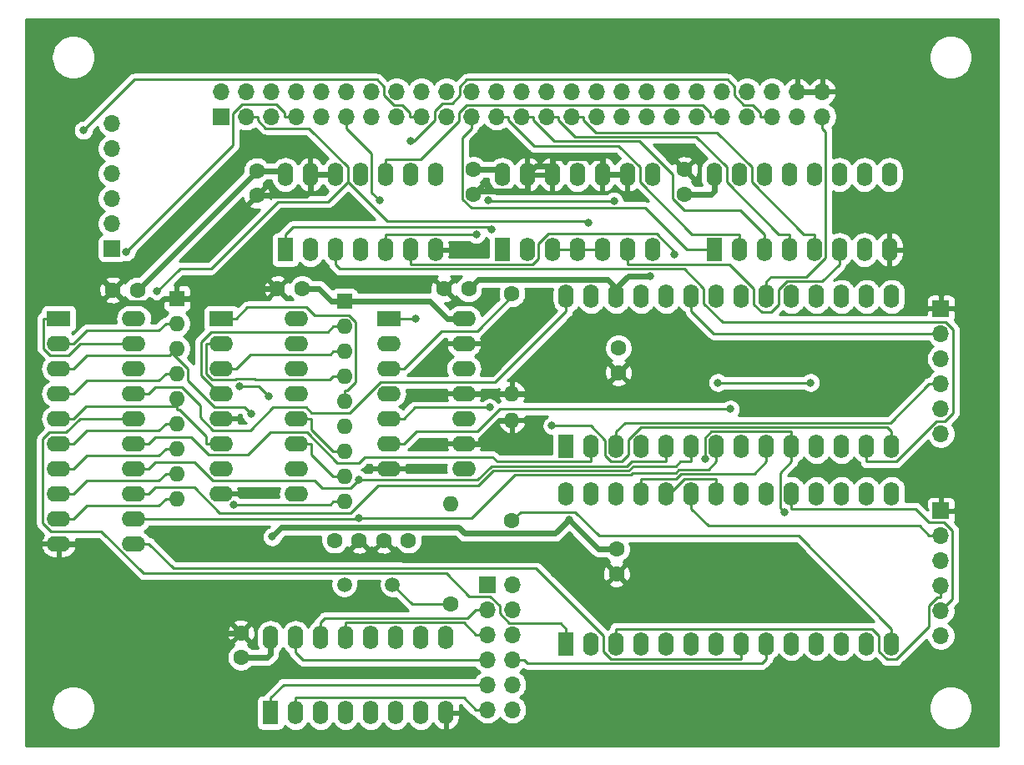
<source format=gtl>
G04 #@! TF.GenerationSoftware,KiCad,Pcbnew,(5.1.10-1-10_14)*
G04 #@! TF.CreationDate,2021-12-18T17:23:47+09:00*
G04 #@! TF.ProjectId,PC8001extRS232,50433830-3031-4657-9874-52533233322e,rev?*
G04 #@! TF.SameCoordinates,PX632ea00PY848f8c0*
G04 #@! TF.FileFunction,Copper,L1,Top*
G04 #@! TF.FilePolarity,Positive*
%FSLAX46Y46*%
G04 Gerber Fmt 4.6, Leading zero omitted, Abs format (unit mm)*
G04 Created by KiCad (PCBNEW (5.1.10-1-10_14)) date 2021-12-18 17:23:47*
%MOMM*%
%LPD*%
G01*
G04 APERTURE LIST*
G04 #@! TA.AperFunction,ComponentPad*
%ADD10C,1.500000*%
G04 #@! TD*
G04 #@! TA.AperFunction,ComponentPad*
%ADD11O,1.600000X2.400000*%
G04 #@! TD*
G04 #@! TA.AperFunction,ComponentPad*
%ADD12R,1.600000X2.400000*%
G04 #@! TD*
G04 #@! TA.AperFunction,ComponentPad*
%ADD13O,2.400000X1.600000*%
G04 #@! TD*
G04 #@! TA.AperFunction,ComponentPad*
%ADD14R,2.400000X1.600000*%
G04 #@! TD*
G04 #@! TA.AperFunction,ComponentPad*
%ADD15O,1.600000X1.600000*%
G04 #@! TD*
G04 #@! TA.AperFunction,ComponentPad*
%ADD16R,1.600000X1.600000*%
G04 #@! TD*
G04 #@! TA.AperFunction,ComponentPad*
%ADD17C,1.600000*%
G04 #@! TD*
G04 #@! TA.AperFunction,ComponentPad*
%ADD18O,1.700000X1.700000*%
G04 #@! TD*
G04 #@! TA.AperFunction,ComponentPad*
%ADD19R,1.700000X1.700000*%
G04 #@! TD*
G04 #@! TA.AperFunction,ViaPad*
%ADD20C,0.800000*%
G04 #@! TD*
G04 #@! TA.AperFunction,Conductor*
%ADD21C,0.600000*%
G04 #@! TD*
G04 #@! TA.AperFunction,Conductor*
%ADD22C,0.250000*%
G04 #@! TD*
G04 #@! TA.AperFunction,Conductor*
%ADD23C,0.254000*%
G04 #@! TD*
G04 #@! TA.AperFunction,Conductor*
%ADD24C,0.100000*%
G04 #@! TD*
G04 APERTURE END LIST*
D10*
X37880000Y17000000D03*
X33000000Y17000000D03*
D11*
X25500000Y11620000D03*
X43280000Y4000000D03*
X28040000Y11620000D03*
X40740000Y4000000D03*
X30580000Y11620000D03*
X38200000Y4000000D03*
X33120000Y11620000D03*
X35660000Y4000000D03*
X35660000Y11620000D03*
X33120000Y4000000D03*
X38200000Y11620000D03*
X30580000Y4000000D03*
X40740000Y11620000D03*
X28040000Y4000000D03*
X43280000Y11620000D03*
D12*
X25500000Y4000000D03*
D11*
X55500000Y26240000D03*
X88520000Y11000000D03*
X58040000Y26240000D03*
X85980000Y11000000D03*
X60580000Y26240000D03*
X83440000Y11000000D03*
X63120000Y26240000D03*
X80900000Y11000000D03*
X65660000Y26240000D03*
X78360000Y11000000D03*
X68200000Y26240000D03*
X75820000Y11000000D03*
X70740000Y26240000D03*
X73280000Y11000000D03*
X73280000Y26240000D03*
X70740000Y11000000D03*
X75820000Y26240000D03*
X68200000Y11000000D03*
X78360000Y26240000D03*
X65660000Y11000000D03*
X80900000Y26240000D03*
X63120000Y11000000D03*
X83440000Y26240000D03*
X60580000Y11000000D03*
X85980000Y26240000D03*
X58040000Y11000000D03*
X88520000Y26240000D03*
D12*
X55500000Y11000000D03*
D11*
X55500000Y46240000D03*
X88520000Y31000000D03*
X58040000Y46240000D03*
X85980000Y31000000D03*
X60580000Y46240000D03*
X83440000Y31000000D03*
X63120000Y46240000D03*
X80900000Y31000000D03*
X65660000Y46240000D03*
X78360000Y31000000D03*
X68200000Y46240000D03*
X75820000Y31000000D03*
X70740000Y46240000D03*
X73280000Y31000000D03*
X73280000Y46240000D03*
X70740000Y31000000D03*
X75820000Y46240000D03*
X68200000Y31000000D03*
X78360000Y46240000D03*
X65660000Y31000000D03*
X80900000Y46240000D03*
X63120000Y31000000D03*
X83440000Y46240000D03*
X60580000Y31000000D03*
X85980000Y46240000D03*
X58040000Y31000000D03*
X88520000Y46240000D03*
D12*
X55500000Y31000000D03*
D11*
X70500000Y58620000D03*
X88280000Y51000000D03*
X73040000Y58620000D03*
X85740000Y51000000D03*
X75580000Y58620000D03*
X83200000Y51000000D03*
X78120000Y58620000D03*
X80660000Y51000000D03*
X80660000Y58620000D03*
X78120000Y51000000D03*
X83200000Y58620000D03*
X75580000Y51000000D03*
X85740000Y58620000D03*
X73040000Y51000000D03*
X88280000Y58620000D03*
D12*
X70500000Y51000000D03*
D11*
X49000000Y58620000D03*
X64240000Y51000000D03*
X51540000Y58620000D03*
X61700000Y51000000D03*
X54080000Y58620000D03*
X59160000Y51000000D03*
X56620000Y58620000D03*
X56620000Y51000000D03*
X59160000Y58620000D03*
X54080000Y51000000D03*
X61700000Y58620000D03*
X51540000Y51000000D03*
X64240000Y58620000D03*
D12*
X49000000Y51000000D03*
D11*
X27000000Y58620000D03*
X42240000Y51000000D03*
X29540000Y58620000D03*
X39700000Y51000000D03*
X32080000Y58620000D03*
X37160000Y51000000D03*
X34620000Y58620000D03*
X34620000Y51000000D03*
X37160000Y58620000D03*
X32080000Y51000000D03*
X39700000Y58620000D03*
X29540000Y51000000D03*
X42240000Y58620000D03*
D12*
X27000000Y51000000D03*
D13*
X11620000Y44000000D03*
X4000000Y21140000D03*
X11620000Y41460000D03*
X4000000Y23680000D03*
X11620000Y38920000D03*
X4000000Y26220000D03*
X11620000Y36380000D03*
X4000000Y28760000D03*
X11620000Y33840000D03*
X4000000Y31300000D03*
X11620000Y31300000D03*
X4000000Y33840000D03*
X11620000Y28760000D03*
X4000000Y36380000D03*
X11620000Y26220000D03*
X4000000Y38920000D03*
X11620000Y23680000D03*
X4000000Y41460000D03*
X11620000Y21140000D03*
D14*
X4000000Y44000000D03*
D13*
X28120000Y44000000D03*
X20500000Y26220000D03*
X28120000Y41460000D03*
X20500000Y28760000D03*
X28120000Y38920000D03*
X20500000Y31300000D03*
X28120000Y36380000D03*
X20500000Y33840000D03*
X28120000Y33840000D03*
X20500000Y36380000D03*
X28120000Y31300000D03*
X20500000Y38920000D03*
X28120000Y28760000D03*
X20500000Y41460000D03*
X28120000Y26220000D03*
D14*
X20500000Y44000000D03*
D13*
X45120000Y44000000D03*
X37500000Y28760000D03*
X45120000Y41460000D03*
X37500000Y31300000D03*
X45120000Y38920000D03*
X37500000Y33840000D03*
X45120000Y36380000D03*
X37500000Y36380000D03*
X45120000Y33840000D03*
X37500000Y38920000D03*
X45120000Y31300000D03*
X37500000Y41460000D03*
X45120000Y28760000D03*
D14*
X37500000Y44000000D03*
D15*
X16000000Y25720000D03*
X16000000Y28260000D03*
X16000000Y30800000D03*
X16000000Y33340000D03*
X16000000Y35880000D03*
X16000000Y38420000D03*
X16000000Y40960000D03*
X16000000Y43500000D03*
D16*
X16000000Y46040000D03*
D15*
X33000000Y25420000D03*
X33000000Y27960000D03*
X33000000Y30500000D03*
X33000000Y33040000D03*
X33000000Y35580000D03*
X33000000Y38120000D03*
X33000000Y40660000D03*
X33000000Y43200000D03*
D16*
X33000000Y45740000D03*
D15*
X43800000Y25160000D03*
D17*
X43800000Y15000000D03*
D15*
X50000000Y36340000D03*
D17*
X50000000Y46500000D03*
D15*
X50000000Y33660000D03*
D17*
X50000000Y23500000D03*
D18*
X9400000Y63800000D03*
X9400000Y61260000D03*
X9400000Y58720000D03*
X9400000Y56180000D03*
X9400000Y53640000D03*
D19*
X9400000Y51100000D03*
D18*
X93500000Y11800000D03*
X93500000Y14340000D03*
X93500000Y16880000D03*
X93500000Y19420000D03*
X93500000Y21960000D03*
D19*
X93500000Y24500000D03*
D18*
X93500000Y32300000D03*
X93500000Y34840000D03*
X93500000Y37380000D03*
X93500000Y39920000D03*
X93500000Y42460000D03*
D19*
X93500000Y45000000D03*
D18*
X50040000Y4300000D03*
X47500000Y4300000D03*
X50040000Y6840000D03*
X47500000Y6840000D03*
X50040000Y9380000D03*
X47500000Y9380000D03*
X50040000Y11920000D03*
X47500000Y11920000D03*
X50040000Y14460000D03*
X47500000Y14460000D03*
X50040000Y17000000D03*
D19*
X47500000Y17000000D03*
D18*
X81460000Y67040000D03*
X81460000Y64500000D03*
X78920000Y67040000D03*
X78920000Y64500000D03*
X76380000Y67040000D03*
X76380000Y64500000D03*
X73840000Y67040000D03*
X73840000Y64500000D03*
X71300000Y67040000D03*
X71300000Y64500000D03*
X68760000Y67040000D03*
X68760000Y64500000D03*
X66220000Y67040000D03*
X66220000Y64500000D03*
X63680000Y67040000D03*
X63680000Y64500000D03*
X61140000Y67040000D03*
X61140000Y64500000D03*
X58600000Y67040000D03*
X58600000Y64500000D03*
X56060000Y67040000D03*
X56060000Y64500000D03*
X53520000Y67040000D03*
X53520000Y64500000D03*
X50980000Y67040000D03*
X50980000Y64500000D03*
X48440000Y67040000D03*
X48440000Y64500000D03*
X45900000Y67040000D03*
X45900000Y64500000D03*
X43360000Y67040000D03*
X43360000Y64500000D03*
X40820000Y67040000D03*
X40820000Y64500000D03*
X38280000Y67040000D03*
X38280000Y64500000D03*
X35740000Y67040000D03*
X35740000Y64500000D03*
X33200000Y67040000D03*
X33200000Y64500000D03*
X30660000Y67040000D03*
X30660000Y64500000D03*
X28120000Y67040000D03*
X28120000Y64500000D03*
X25580000Y67040000D03*
X25580000Y64500000D03*
X23040000Y67040000D03*
X23040000Y64500000D03*
X20500000Y67040000D03*
D19*
X20500000Y64500000D03*
D17*
X34500000Y21500000D03*
X32000000Y21500000D03*
X37000000Y21500000D03*
X39500000Y21500000D03*
X22500000Y12100000D03*
X22500000Y9600000D03*
X60600000Y20600000D03*
X60600000Y18100000D03*
X60800000Y41000000D03*
X60800000Y38500000D03*
X67500000Y59100000D03*
X67500000Y56600000D03*
X46100000Y59100000D03*
X46100000Y56600000D03*
X24100000Y59000000D03*
X24100000Y56500000D03*
X12000000Y46900000D03*
X9500000Y46900000D03*
X28700000Y47000000D03*
X26200000Y47000000D03*
X45600000Y47000000D03*
X43100000Y47000000D03*
D20*
X25680200Y21856600D03*
X63977100Y48299000D03*
X55792800Y23611100D03*
X39700000Y61989200D03*
X46378100Y52525300D03*
X47730300Y34965400D03*
X47935100Y53003100D03*
X60338900Y55927600D03*
X47589400Y56025800D03*
X6507600Y63107200D03*
X34476800Y23708200D03*
X34505100Y27634600D03*
X36587100Y55963200D03*
X10874600Y50761600D03*
X14005600Y46787900D03*
X57753300Y53707300D03*
X25302100Y36119000D03*
X22327900Y37119900D03*
X21786900Y25094700D03*
X40255600Y44000000D03*
X54052200Y33120600D03*
X23543400Y34314400D03*
X72154200Y34803000D03*
X77672800Y24343700D03*
X69607600Y29719100D03*
X66499200Y50532300D03*
X70880900Y37500100D03*
X80280000Y37500100D03*
D21*
X45600000Y47000000D02*
X46546100Y47946100D01*
X46546100Y47946100D02*
X59724100Y47946100D01*
X59724100Y47946100D02*
X60580000Y47090200D01*
X60580000Y47090200D02*
X61788800Y48299000D01*
X61788800Y48299000D02*
X63977100Y48299000D01*
X45120000Y44000000D02*
X43419700Y44000000D01*
X43419700Y44000000D02*
X41679700Y45740000D01*
X41679700Y45740000D02*
X33000000Y45740000D01*
X33000000Y45740000D02*
X31699700Y45740000D01*
X31699700Y45740000D02*
X30439700Y47000000D01*
X30439700Y47000000D02*
X28700000Y47000000D01*
X55792800Y23611100D02*
X54366600Y22184900D01*
X54366600Y22184900D02*
X45192800Y22184900D01*
X45192800Y22184900D02*
X44576200Y22801500D01*
X44576200Y22801500D02*
X26625100Y22801500D01*
X26625100Y22801500D02*
X25680200Y21856600D01*
X60600000Y20600000D02*
X58803900Y20600000D01*
X58803900Y20600000D02*
X55792800Y23611100D01*
X60580000Y46240000D02*
X60580000Y47090200D01*
X12000000Y46900000D02*
X24100000Y59000000D01*
X25500000Y11620000D02*
X25500000Y9919700D01*
X22500000Y9600000D02*
X25180300Y9600000D01*
X25180300Y9600000D02*
X25500000Y9919700D01*
X70500000Y58620000D02*
X70500000Y56919700D01*
X67500000Y56600000D02*
X70180300Y56600000D01*
X70180300Y56600000D02*
X70500000Y56919700D01*
X46100000Y59100000D02*
X48520000Y59100000D01*
X48520000Y59100000D02*
X49000000Y58620000D01*
X24100000Y59000000D02*
X26620000Y59000000D01*
X26620000Y59000000D02*
X27000000Y58620000D01*
X51540000Y56919700D02*
X47968800Y56919700D01*
X47968800Y56919700D02*
X47962400Y56926100D01*
X47962400Y56926100D02*
X46426100Y56926100D01*
X46426100Y56926100D02*
X46100000Y56600000D01*
X9500000Y46900000D02*
X10814300Y45585700D01*
X10814300Y45585700D02*
X14245400Y45585700D01*
X14245400Y45585700D02*
X14699700Y46040000D01*
X60600000Y18100000D02*
X59158800Y19541200D01*
X59158800Y19541200D02*
X38958800Y19541200D01*
X38958800Y19541200D02*
X37000000Y21500000D01*
X50000000Y36340000D02*
X46860300Y36340000D01*
X46860300Y36340000D02*
X46820300Y36380000D01*
X59160000Y58620000D02*
X59160000Y60320300D01*
X61700000Y58620000D02*
X59160000Y58620000D01*
X59160000Y60320300D02*
X54080000Y60320300D01*
X54080000Y59470200D02*
X52390200Y59470200D01*
X52390200Y59470200D02*
X51540000Y58620000D01*
X54080000Y59470200D02*
X54080000Y60320300D01*
X54080000Y58620000D02*
X54080000Y59470200D01*
X32080000Y58620000D02*
X29540000Y58620000D01*
X50000000Y36340000D02*
X58640000Y36340000D01*
X58640000Y36340000D02*
X60800000Y38500000D01*
X45120000Y31300000D02*
X46820300Y31300000D01*
X50000000Y33660000D02*
X48699700Y33660000D01*
X46820300Y31300000D02*
X46820300Y31780600D01*
X46820300Y31780600D02*
X48699700Y33660000D01*
X4000000Y21140000D02*
X5700300Y21140000D01*
X5700300Y21140000D02*
X14740300Y12100000D01*
X14740300Y12100000D02*
X22500000Y12100000D01*
X29540000Y58620000D02*
X29540000Y56919700D01*
X24100000Y56500000D02*
X29120300Y56500000D01*
X29120300Y56500000D02*
X29540000Y56919700D01*
X45120000Y36380000D02*
X46820300Y36380000D01*
X78920000Y67040000D02*
X81460000Y67040000D01*
X51540000Y58620000D02*
X51540000Y56919700D01*
X16000000Y46040000D02*
X14699700Y46040000D01*
X16000000Y46040000D02*
X17300300Y46040000D01*
X26200000Y47000000D02*
X18260300Y47000000D01*
X18260300Y47000000D02*
X17300300Y46040000D01*
D22*
X43800000Y15000000D02*
X39880000Y15000000D01*
X39880000Y15000000D02*
X37880000Y17000000D01*
X81460000Y63324700D02*
X81829600Y62955100D01*
X81829600Y62955100D02*
X81829600Y50172400D01*
X81829600Y50172400D02*
X79872800Y48215600D01*
X79872800Y48215600D02*
X76270300Y48215600D01*
X76270300Y48215600D02*
X75820000Y47765300D01*
X75820000Y46240000D02*
X75820000Y47765300D01*
X81460000Y64500000D02*
X81460000Y63324700D01*
X75204700Y64500000D02*
X75204700Y64867400D01*
X75204700Y64867400D02*
X74396800Y65675300D01*
X74396800Y65675300D02*
X73524500Y65675300D01*
X73524500Y65675300D02*
X72570000Y66629800D01*
X72570000Y66629800D02*
X72570000Y67521800D01*
X72570000Y67521800D02*
X71848700Y68243100D01*
X71848700Y68243100D02*
X45425000Y68243100D01*
X45425000Y68243100D02*
X44724600Y67542700D01*
X44724600Y67542700D02*
X44724600Y66634200D01*
X44724600Y66634200D02*
X43955000Y65864600D01*
X43955000Y65864600D02*
X42959100Y65864600D01*
X42959100Y65864600D02*
X42184600Y65090100D01*
X42184600Y65090100D02*
X42184600Y64134000D01*
X42184600Y64134000D02*
X40039800Y61989200D01*
X40039800Y61989200D02*
X39700000Y61989200D01*
X76380000Y64500000D02*
X75204700Y64500000D01*
X37160000Y58620000D02*
X37160000Y60145300D01*
X71300000Y64500000D02*
X70124700Y64500000D01*
X70124700Y64500000D02*
X70124700Y64867400D01*
X70124700Y64867400D02*
X69316800Y65675300D01*
X69316800Y65675300D02*
X45411000Y65675300D01*
X45411000Y65675300D02*
X44630000Y64894300D01*
X44630000Y64894300D02*
X44630000Y64054100D01*
X44630000Y64054100D02*
X40721200Y60145300D01*
X40721200Y60145300D02*
X37160000Y60145300D01*
X37160000Y52525300D02*
X46378100Y52525300D01*
X37160000Y51000000D02*
X37160000Y52525300D01*
X39025300Y33840000D02*
X40150700Y34965400D01*
X40150700Y34965400D02*
X47730300Y34965400D01*
X37500000Y33840000D02*
X39025300Y33840000D01*
X27000000Y52525300D02*
X27777000Y53302300D01*
X27777000Y53302300D02*
X47635900Y53302300D01*
X47635900Y53302300D02*
X47935100Y53003100D01*
X27000000Y51000000D02*
X27000000Y52525300D01*
X57235300Y64500000D02*
X57235300Y64132600D01*
X57235300Y64132600D02*
X58493500Y62874400D01*
X58493500Y62874400D02*
X70784400Y62874400D01*
X70784400Y62874400D02*
X74310000Y59348800D01*
X74310000Y59348800D02*
X74310000Y57826700D01*
X74310000Y57826700D02*
X79611400Y52525300D01*
X79611400Y52525300D02*
X80660000Y52525300D01*
X80660000Y51000000D02*
X80660000Y52525300D01*
X56060000Y64500000D02*
X57235300Y64500000D01*
X54695300Y64500000D02*
X54695300Y64132600D01*
X54695300Y64132600D02*
X56403800Y62424100D01*
X56403800Y62424100D02*
X68694700Y62424100D01*
X68694700Y62424100D02*
X71770000Y59348800D01*
X71770000Y59348800D02*
X71770000Y57826700D01*
X71770000Y57826700D02*
X77071400Y52525300D01*
X77071400Y52525300D02*
X78120000Y52525300D01*
X78120000Y51000000D02*
X78120000Y52525300D01*
X53520000Y64500000D02*
X54695300Y64500000D01*
X52155300Y64500000D02*
X52155300Y64132600D01*
X52155300Y64132600D02*
X54314100Y61973800D01*
X54314100Y61973800D02*
X62929900Y61973800D01*
X62929900Y61973800D02*
X66276200Y58627500D01*
X66276200Y58627500D02*
X66276200Y56200400D01*
X66276200Y56200400D02*
X67507400Y54969200D01*
X67507400Y54969200D02*
X73136100Y54969200D01*
X73136100Y54969200D02*
X75580000Y52525300D01*
X75580000Y51000000D02*
X75580000Y52525300D01*
X50980000Y64500000D02*
X52155300Y64500000D01*
X49615300Y64500000D02*
X49615300Y64132700D01*
X49615300Y64132700D02*
X52224500Y61523500D01*
X52224500Y61523500D02*
X60820000Y61523500D01*
X60820000Y61523500D02*
X62970000Y59373500D01*
X62970000Y59373500D02*
X62970000Y57836800D01*
X62970000Y57836800D02*
X68281500Y52525300D01*
X68281500Y52525300D02*
X73040000Y52525300D01*
X48440000Y64500000D02*
X49615300Y64500000D01*
X73040000Y51000000D02*
X73040000Y52525300D01*
X70500000Y51000000D02*
X67714200Y51000000D01*
X67714200Y51000000D02*
X63511900Y55202300D01*
X63511900Y55202300D02*
X45872500Y55202300D01*
X45872500Y55202300D02*
X44957500Y56117300D01*
X44957500Y56117300D02*
X44957500Y62382200D01*
X44957500Y62382200D02*
X45900000Y63324700D01*
X45900000Y64500000D02*
X45900000Y63324700D01*
X47589400Y56025800D02*
X47687600Y55927600D01*
X47687600Y55927600D02*
X60338900Y55927600D01*
X39644700Y64500000D02*
X39644700Y64867400D01*
X39644700Y64867400D02*
X38836800Y65675300D01*
X38836800Y65675300D02*
X37980500Y65675300D01*
X37980500Y65675300D02*
X37010000Y66645800D01*
X37010000Y66645800D02*
X37010000Y67528800D01*
X37010000Y67528800D02*
X36291000Y68247800D01*
X36291000Y68247800D02*
X11648200Y68247800D01*
X11648200Y68247800D02*
X6507600Y63107200D01*
X40820000Y64500000D02*
X39644700Y64500000D01*
X73280000Y9474700D02*
X60041600Y9474700D01*
X60041600Y9474700D02*
X59310000Y10206300D01*
X59310000Y10206300D02*
X59310000Y11777700D01*
X59310000Y11777700D02*
X52435500Y18652200D01*
X52435500Y18652200D02*
X15633100Y18652200D01*
X15633100Y18652200D02*
X13145300Y21140000D01*
X11620000Y21140000D02*
X13145300Y21140000D01*
X73280000Y11000000D02*
X73280000Y9474700D01*
X34476800Y23708200D02*
X45893400Y23708200D01*
X45893400Y23708200D02*
X50309000Y28123800D01*
X50309000Y28123800D02*
X62040100Y28123800D01*
X62040100Y28123800D02*
X62265300Y28349000D01*
X62265300Y28349000D02*
X66609600Y28349000D01*
X66609600Y28349000D02*
X66926500Y28665900D01*
X66926500Y28665900D02*
X69931200Y28665900D01*
X69931200Y28665900D02*
X70740000Y29474700D01*
X34476800Y23708200D02*
X34448600Y23680000D01*
X34448600Y23680000D02*
X11620000Y23680000D01*
X70740000Y31000000D02*
X70740000Y29474700D01*
X13145300Y26220000D02*
X13798600Y26873300D01*
X13798600Y26873300D02*
X17772100Y26873300D01*
X17772100Y26873300D02*
X20356700Y24288700D01*
X20356700Y24288700D02*
X33636800Y24288700D01*
X33636800Y24288700D02*
X36388800Y27040700D01*
X36388800Y27040700D02*
X46557600Y27040700D01*
X46557600Y27040700D02*
X48091000Y28574100D01*
X48091000Y28574100D02*
X61853500Y28574100D01*
X61853500Y28574100D02*
X62303800Y29024400D01*
X62303800Y29024400D02*
X66648100Y29024400D01*
X66648100Y29024400D02*
X67098400Y29474700D01*
X67098400Y29474700D02*
X68200000Y29474700D01*
X11620000Y26220000D02*
X13145300Y26220000D01*
X68200000Y31000000D02*
X68200000Y29474700D01*
X33200000Y64500000D02*
X33200000Y63324700D01*
X33200000Y63324700D02*
X35745400Y60779300D01*
X35745400Y60779300D02*
X35745400Y56804900D01*
X35745400Y56804900D02*
X36587100Y55963200D01*
X34505100Y27634600D02*
X46514600Y27634600D01*
X46514600Y27634600D02*
X47904400Y29024400D01*
X47904400Y29024400D02*
X61666900Y29024400D01*
X61666900Y29024400D02*
X62117200Y29474700D01*
X62117200Y29474700D02*
X65660000Y29474700D01*
X34505100Y27634600D02*
X33660400Y26789900D01*
X33660400Y26789900D02*
X30718400Y26789900D01*
X30718400Y26789900D02*
X29966500Y27541800D01*
X29966500Y27541800D02*
X19643600Y27541800D01*
X19643600Y27541800D02*
X17772100Y29413300D01*
X17772100Y29413300D02*
X13798600Y29413300D01*
X13798600Y29413300D02*
X13145300Y28760000D01*
X11620000Y28760000D02*
X13145300Y28760000D01*
X65660000Y31000000D02*
X65660000Y29474700D01*
X58040000Y29474700D02*
X48486800Y29474700D01*
X48486800Y29474700D02*
X48036500Y29925000D01*
X48036500Y29925000D02*
X35038900Y29925000D01*
X35038900Y29925000D02*
X34486700Y29372800D01*
X34486700Y29372800D02*
X32285800Y29372800D01*
X32285800Y29372800D02*
X29233100Y32425500D01*
X29233100Y32425500D02*
X25483600Y32425500D01*
X25483600Y32425500D02*
X23220700Y30162600D01*
X23220700Y30162600D02*
X19245800Y30162600D01*
X19245800Y30162600D02*
X17445400Y31963000D01*
X17445400Y31963000D02*
X13808300Y31963000D01*
X13808300Y31963000D02*
X13145300Y31300000D01*
X58040000Y31000000D02*
X58040000Y29474700D01*
X11620000Y31300000D02*
X13145300Y31300000D01*
X26944700Y64500000D02*
X26944700Y64867300D01*
X26944700Y64867300D02*
X26096700Y65715300D01*
X26096700Y65715300D02*
X22590500Y65715300D01*
X22590500Y65715300D02*
X21675400Y64800200D01*
X21675400Y64800200D02*
X21675400Y61562400D01*
X21675400Y61562400D02*
X10874600Y50761600D01*
X28120000Y64500000D02*
X26944700Y64500000D01*
X55500000Y11000000D02*
X55500000Y12525300D01*
X55500000Y12525300D02*
X54929900Y13095400D01*
X54929900Y13095400D02*
X49737300Y13095400D01*
X49737300Y13095400D02*
X48770000Y14062700D01*
X48770000Y14062700D02*
X48770000Y14854800D01*
X48770000Y14854800D02*
X47800200Y15824600D01*
X47800200Y15824600D02*
X45681000Y15824600D01*
X45681000Y15824600D02*
X43377800Y18127800D01*
X43377800Y18127800D02*
X12616700Y18127800D01*
X12616700Y18127800D02*
X8334500Y22410000D01*
X8334500Y22410000D02*
X3207100Y22410000D01*
X3207100Y22410000D02*
X2417200Y23199900D01*
X2417200Y23199900D02*
X2417200Y31756700D01*
X2417200Y31756700D02*
X3085900Y32425400D01*
X3085900Y32425400D02*
X4747600Y32425400D01*
X4747600Y32425400D02*
X6162200Y33840000D01*
X6162200Y33840000D02*
X11620000Y33840000D01*
X55500000Y46240000D02*
X55500000Y44714700D01*
X11620000Y36380000D02*
X13145300Y36380000D01*
X13145300Y36380000D02*
X13804300Y37039000D01*
X13804300Y37039000D02*
X16500000Y37039000D01*
X16500000Y37039000D02*
X18372600Y35166400D01*
X18372600Y35166400D02*
X18372600Y33953900D01*
X18372600Y33953900D02*
X19654000Y32672500D01*
X19654000Y32672500D02*
X23452500Y32672500D01*
X23452500Y32672500D02*
X25759600Y34979600D01*
X25759600Y34979600D02*
X29142600Y34979600D01*
X29142600Y34979600D02*
X29681000Y34441200D01*
X29681000Y34441200D02*
X33569500Y34441200D01*
X33569500Y34441200D02*
X36633700Y37505400D01*
X36633700Y37505400D02*
X48290700Y37505400D01*
X48290700Y37505400D02*
X55500000Y44714700D01*
X57753300Y53707300D02*
X57584400Y53876200D01*
X57584400Y53876200D02*
X37356100Y53876200D01*
X37356100Y53876200D02*
X33350000Y57882300D01*
X14005600Y46787900D02*
X16304900Y49087200D01*
X16304900Y49087200D02*
X19463100Y49087200D01*
X19463100Y49087200D02*
X26250500Y55874600D01*
X26250500Y55874600D02*
X31342300Y55874600D01*
X31342300Y55874600D02*
X33350000Y57882300D01*
X33350000Y57882300D02*
X33350000Y59367400D01*
X33350000Y59367400D02*
X29392700Y63324700D01*
X29392700Y63324700D02*
X25023200Y63324700D01*
X25023200Y63324700D02*
X24215300Y64132600D01*
X24215300Y64132600D02*
X24215300Y64500000D01*
X23040000Y64500000D02*
X24215300Y64500000D01*
X63120000Y27765300D02*
X66662800Y27765300D01*
X66662800Y27765300D02*
X67113100Y28215600D01*
X67113100Y28215600D02*
X74560900Y28215600D01*
X74560900Y28215600D02*
X75820000Y29474700D01*
X50040000Y9380000D02*
X51215300Y9380000D01*
X75820000Y11000000D02*
X75820000Y9474700D01*
X75820000Y9474700D02*
X75367600Y9022300D01*
X75367600Y9022300D02*
X51573000Y9022300D01*
X51573000Y9022300D02*
X51215300Y9380000D01*
X63120000Y26240000D02*
X63120000Y27765300D01*
X75820000Y31000000D02*
X75820000Y29474700D01*
X28040000Y4000000D02*
X28040000Y5525300D01*
X47500000Y4300000D02*
X46324700Y4300000D01*
X46324700Y4300000D02*
X45099400Y5525300D01*
X45099400Y5525300D02*
X28040000Y5525300D01*
X25500000Y4000000D02*
X25500000Y5525300D01*
X47500000Y6840000D02*
X26814700Y6840000D01*
X26814700Y6840000D02*
X25500000Y5525300D01*
X28040000Y11620000D02*
X28040000Y10094700D01*
X47500000Y9380000D02*
X28754700Y9380000D01*
X28754700Y9380000D02*
X28040000Y10094700D01*
X33120000Y11620000D02*
X33120000Y13145300D01*
X47500000Y11920000D02*
X46324700Y11920000D01*
X46324700Y11920000D02*
X45099400Y13145300D01*
X45099400Y13145300D02*
X33120000Y13145300D01*
X46324700Y14460000D02*
X45460300Y13595600D01*
X45460300Y13595600D02*
X31030300Y13595600D01*
X31030300Y13595600D02*
X30580000Y13145300D01*
X30580000Y11620000D02*
X30580000Y13145300D01*
X47500000Y14460000D02*
X46324700Y14460000D01*
X60580000Y32525300D02*
X61480600Y33425900D01*
X61480600Y33425900D02*
X88370600Y33425900D01*
X88370600Y33425900D02*
X92324700Y37380000D01*
X60580000Y31000000D02*
X60580000Y32525300D01*
X93500000Y37380000D02*
X92324700Y37380000D01*
X93500000Y42460000D02*
X92324700Y42460000D01*
X68200000Y44714700D02*
X70454700Y42460000D01*
X70454700Y42460000D02*
X92324700Y42460000D01*
X68200000Y46240000D02*
X68200000Y44714700D01*
X78360000Y26240000D02*
X78360000Y24714700D01*
X93500000Y14340000D02*
X94689300Y15529300D01*
X94689300Y15529300D02*
X94689300Y22466600D01*
X94689300Y22466600D02*
X93831300Y23324600D01*
X93831300Y23324600D02*
X92324600Y23324600D01*
X92324600Y23324600D02*
X90934500Y24714700D01*
X90934500Y24714700D02*
X78360000Y24714700D01*
X60580000Y11000000D02*
X60580000Y12525300D01*
X93500000Y16880000D02*
X93500000Y15704700D01*
X93500000Y15704700D02*
X93132600Y15704700D01*
X93132600Y15704700D02*
X92324700Y14896800D01*
X92324700Y14896800D02*
X92324700Y12762600D01*
X92324700Y12762600D02*
X88963900Y9401800D01*
X88963900Y9401800D02*
X88029100Y9401800D01*
X88029100Y9401800D02*
X87250000Y10180900D01*
X87250000Y10180900D02*
X87250000Y11792800D01*
X87250000Y11792800D02*
X86517500Y12525300D01*
X86517500Y12525300D02*
X60580000Y12525300D01*
X68200000Y24714700D02*
X69961600Y22953100D01*
X69961600Y22953100D02*
X91331600Y22953100D01*
X91331600Y22953100D02*
X92324700Y21960000D01*
X93500000Y21960000D02*
X92324700Y21960000D01*
X68200000Y26240000D02*
X68200000Y24714700D01*
X33000000Y43200000D02*
X31874700Y43200000D01*
X31874700Y43200000D02*
X31337500Y42662800D01*
X31337500Y42662800D02*
X19516000Y42662800D01*
X19516000Y42662800D02*
X18478000Y41624800D01*
X18478000Y41624800D02*
X18478000Y38222200D01*
X18478000Y38222200D02*
X20320200Y36380000D01*
X20320200Y36380000D02*
X20500000Y36380000D01*
X20500000Y38920000D02*
X22025300Y38920000D01*
X33000000Y40660000D02*
X31874700Y40660000D01*
X31874700Y40660000D02*
X31549300Y40334600D01*
X31549300Y40334600D02*
X23439900Y40334600D01*
X23439900Y40334600D02*
X22025300Y38920000D01*
X33000000Y38120000D02*
X31874700Y38120000D01*
X20500000Y41460000D02*
X18974700Y41460000D01*
X18974700Y41460000D02*
X18974700Y38383900D01*
X18974700Y38383900D02*
X19566400Y37792200D01*
X19566400Y37792200D02*
X21952600Y37792200D01*
X21952600Y37792200D02*
X22007500Y37847100D01*
X22007500Y37847100D02*
X23914700Y37847100D01*
X23914700Y37847100D02*
X23985800Y37776000D01*
X23985800Y37776000D02*
X31530700Y37776000D01*
X31530700Y37776000D02*
X31874700Y38120000D01*
X22025300Y44000000D02*
X23151000Y45125700D01*
X23151000Y45125700D02*
X29142900Y45125700D01*
X29142900Y45125700D02*
X29940600Y44328000D01*
X29940600Y44328000D02*
X33477600Y44328000D01*
X33477600Y44328000D02*
X34127100Y43678500D01*
X34127100Y43678500D02*
X34127100Y37551100D01*
X34127100Y37551100D02*
X33281300Y36705300D01*
X33281300Y36705300D02*
X33000000Y36705300D01*
X20500000Y44000000D02*
X22025300Y44000000D01*
X33000000Y35580000D02*
X33000000Y36705300D01*
X22327900Y37119900D02*
X24301200Y37119900D01*
X24301200Y37119900D02*
X25302100Y36119000D01*
X28120000Y31300000D02*
X29645300Y31300000D01*
X33000000Y27960000D02*
X31874700Y27960000D01*
X31874700Y27960000D02*
X29645300Y30189400D01*
X29645300Y30189400D02*
X29645300Y31300000D01*
X31874700Y25420000D02*
X31549400Y25094700D01*
X31549400Y25094700D02*
X21786900Y25094700D01*
X33000000Y25420000D02*
X31874700Y25420000D01*
X39025300Y44000000D02*
X40255600Y44000000D01*
X37500000Y44000000D02*
X39025300Y44000000D01*
X88520000Y11000000D02*
X88520000Y12525300D01*
X88520000Y12525300D02*
X79105400Y21939900D01*
X79105400Y21939900D02*
X58872900Y21939900D01*
X58872900Y21939900D02*
X56433700Y24379100D01*
X56433700Y24379100D02*
X50879100Y24379100D01*
X50879100Y24379100D02*
X50000000Y23500000D01*
X54052200Y33120600D02*
X57964700Y33120600D01*
X57964700Y33120600D02*
X59438600Y31646700D01*
X59438600Y31646700D02*
X59438600Y30112700D01*
X59438600Y30112700D02*
X60076600Y29474700D01*
X60076600Y29474700D02*
X61107700Y29474700D01*
X61107700Y29474700D02*
X61850000Y30217000D01*
X61850000Y30217000D02*
X61850000Y31731900D01*
X61850000Y31731900D02*
X63093700Y32975600D01*
X63093700Y32975600D02*
X88069700Y32975600D01*
X88069700Y32975600D02*
X88520000Y32525300D01*
X88520000Y31000000D02*
X88520000Y32525300D01*
X37500000Y38920000D02*
X39025300Y38920000D01*
X50000000Y46500000D02*
X50000000Y46282100D01*
X50000000Y46282100D02*
X46447900Y42730000D01*
X46447900Y42730000D02*
X42835300Y42730000D01*
X42835300Y42730000D02*
X39025300Y38920000D01*
X28120000Y33840000D02*
X29645300Y33840000D01*
X33000000Y30500000D02*
X31874700Y30500000D01*
X31874700Y30500000D02*
X29645300Y32729400D01*
X29645300Y32729400D02*
X29645300Y33840000D01*
X4000000Y23680000D02*
X5525300Y23680000D01*
X16000000Y25720000D02*
X14874700Y25720000D01*
X14874700Y25720000D02*
X14156300Y25001600D01*
X14156300Y25001600D02*
X6846900Y25001600D01*
X6846900Y25001600D02*
X5525300Y23680000D01*
X4000000Y26220000D02*
X5525300Y26220000D01*
X16000000Y28260000D02*
X14874700Y28260000D01*
X14874700Y28260000D02*
X14156300Y27541600D01*
X14156300Y27541600D02*
X6846900Y27541600D01*
X6846900Y27541600D02*
X5525300Y26220000D01*
X4000000Y28760000D02*
X5525300Y28760000D01*
X16000000Y30800000D02*
X14874700Y30800000D01*
X14874700Y30800000D02*
X14156300Y30081600D01*
X14156300Y30081600D02*
X6846900Y30081600D01*
X6846900Y30081600D02*
X5525300Y28760000D01*
X4000000Y31300000D02*
X5525300Y31300000D01*
X16000000Y33340000D02*
X14874700Y33340000D01*
X14874700Y33340000D02*
X14156300Y32621600D01*
X14156300Y32621600D02*
X6846900Y32621600D01*
X6846900Y32621600D02*
X5525300Y31300000D01*
X4000000Y33840000D02*
X5525300Y33840000D01*
X16000000Y35117300D02*
X6802600Y35117300D01*
X6802600Y35117300D02*
X5525300Y33840000D01*
X16000000Y35117300D02*
X16000000Y34754700D01*
X16000000Y35880000D02*
X16000000Y35117300D01*
X20500000Y31300000D02*
X18974700Y31300000D01*
X16000000Y34754700D02*
X16261300Y34754700D01*
X16261300Y34754700D02*
X18974700Y32041300D01*
X18974700Y32041300D02*
X18974700Y31300000D01*
X4000000Y36380000D02*
X5525300Y36380000D01*
X16000000Y38420000D02*
X14874700Y38420000D01*
X14874700Y38420000D02*
X14156300Y37701600D01*
X14156300Y37701600D02*
X6846900Y37701600D01*
X6846900Y37701600D02*
X5525300Y36380000D01*
X23543400Y34314400D02*
X22862100Y34995700D01*
X22862100Y34995700D02*
X19825500Y34995700D01*
X19825500Y34995700D02*
X17125400Y37695800D01*
X17125400Y37695800D02*
X17125400Y38900400D01*
X17125400Y38900400D02*
X15532900Y40492900D01*
X15532900Y40492900D02*
X15281600Y40241600D01*
X15281600Y40241600D02*
X6846900Y40241600D01*
X6846900Y40241600D02*
X5525300Y38920000D01*
X16000000Y40960000D02*
X15532900Y40492900D01*
X4000000Y38920000D02*
X5525300Y38920000D01*
X4000000Y41460000D02*
X5525300Y41460000D01*
X16000000Y43500000D02*
X14874700Y43500000D01*
X14874700Y43500000D02*
X14156300Y42781600D01*
X14156300Y42781600D02*
X6846900Y42781600D01*
X6846900Y42781600D02*
X5525300Y41460000D01*
X39025300Y31300000D02*
X40295300Y32570000D01*
X40295300Y32570000D02*
X46508800Y32570000D01*
X46508800Y32570000D02*
X48741800Y34803000D01*
X48741800Y34803000D02*
X72154200Y34803000D01*
X37500000Y31300000D02*
X39025300Y31300000D01*
X4000000Y44000000D02*
X2474700Y44000000D01*
X2474700Y44000000D02*
X2474700Y40957600D01*
X2474700Y40957600D02*
X3144400Y40287900D01*
X3144400Y40287900D02*
X4990100Y40287900D01*
X4990100Y40287900D02*
X6162200Y41460000D01*
X6162200Y41460000D02*
X11620000Y41460000D01*
X39700000Y49474700D02*
X52084500Y49474700D01*
X52084500Y49474700D02*
X52665400Y50055600D01*
X52665400Y50055600D02*
X52665400Y51588700D01*
X52665400Y51588700D02*
X53651100Y52574400D01*
X53651100Y52574400D02*
X64663600Y52574400D01*
X64663600Y52574400D02*
X66499200Y50738800D01*
X66499200Y50738800D02*
X66499200Y50532300D01*
X78360000Y31000000D02*
X78360000Y29474700D01*
X78360000Y29474700D02*
X77234600Y28349300D01*
X77234600Y28349300D02*
X77234600Y24781900D01*
X77234600Y24781900D02*
X77672800Y24343700D01*
X78360000Y31762700D02*
X78360000Y31000000D01*
X78360000Y31762700D02*
X78360000Y32525300D01*
X39700000Y51000000D02*
X39700000Y49474700D01*
X69607600Y29719100D02*
X69607600Y31896900D01*
X69607600Y31896900D02*
X70236000Y32525300D01*
X70236000Y32525300D02*
X78360000Y32525300D01*
X32080000Y49474700D02*
X32530300Y49024400D01*
X32530300Y49024400D02*
X67456100Y49024400D01*
X67456100Y49024400D02*
X69470000Y47010500D01*
X69470000Y47010500D02*
X69470000Y45515500D01*
X69470000Y45515500D02*
X71349900Y43635600D01*
X71349900Y43635600D02*
X93989500Y43635600D01*
X93989500Y43635600D02*
X94731600Y42893500D01*
X94731600Y42893500D02*
X94731600Y34409100D01*
X94731600Y34409100D02*
X93892500Y33570000D01*
X93892500Y33570000D02*
X93091400Y33570000D01*
X93091400Y33570000D02*
X88996100Y29474700D01*
X88996100Y29474700D02*
X85980000Y29474700D01*
X85980000Y31000000D02*
X85980000Y29474700D01*
X32080000Y51000000D02*
X32080000Y49474700D01*
X61700000Y49474700D02*
X72090600Y49474700D01*
X72090600Y49474700D02*
X74550000Y47015300D01*
X74550000Y47015300D02*
X74550000Y45457400D01*
X74550000Y45457400D02*
X75370600Y44636800D01*
X75370600Y44636800D02*
X76299200Y44636800D01*
X76299200Y44636800D02*
X77090000Y45427600D01*
X77090000Y45427600D02*
X77090000Y46981700D01*
X77090000Y46981700D02*
X77873600Y47765300D01*
X77873600Y47765300D02*
X81490600Y47765300D01*
X81490600Y47765300D02*
X83200000Y49474700D01*
X61700000Y51000000D02*
X61700000Y49474700D01*
X83200000Y51000000D02*
X83200000Y49474700D01*
X56620000Y51000000D02*
X59160000Y51000000D01*
X54080000Y51000000D02*
X56620000Y51000000D01*
X70880900Y37500100D02*
X80280000Y37500100D01*
X65660000Y26240000D02*
X65999700Y26240000D01*
X65999700Y26240000D02*
X67525000Y27765300D01*
X67525000Y27765300D02*
X70740000Y27765300D01*
X70740000Y26240000D02*
X70740000Y27765300D01*
D23*
X99340001Y660000D02*
X660000Y660000D01*
X660000Y4720128D01*
X3265000Y4720128D01*
X3265000Y4279872D01*
X3350890Y3848075D01*
X3519369Y3441331D01*
X3763962Y3075271D01*
X4075271Y2763962D01*
X4441331Y2519369D01*
X4848075Y2350890D01*
X5279872Y2265000D01*
X5720128Y2265000D01*
X6151925Y2350890D01*
X6558669Y2519369D01*
X6924729Y2763962D01*
X7236038Y3075271D01*
X7480631Y3441331D01*
X7649110Y3848075D01*
X7735000Y4279872D01*
X7735000Y4720128D01*
X7649110Y5151925D01*
X7480631Y5558669D01*
X7236038Y5924729D01*
X6924729Y6236038D01*
X6558669Y6480631D01*
X6151925Y6649110D01*
X5720128Y6735000D01*
X5279872Y6735000D01*
X4848075Y6649110D01*
X4441331Y6480631D01*
X4075271Y6236038D01*
X3763962Y5924729D01*
X3519369Y5558669D01*
X3350890Y5151925D01*
X3265000Y4720128D01*
X660000Y4720128D01*
X660000Y12029488D01*
X21059783Y12029488D01*
X21101213Y11749870D01*
X21196397Y11483708D01*
X21263329Y11358486D01*
X21507298Y11286903D01*
X22320395Y12100000D01*
X22679605Y12100000D01*
X23492702Y11286903D01*
X23736671Y11358486D01*
X23857571Y11613996D01*
X23926300Y11888184D01*
X23940217Y12170512D01*
X23898787Y12450130D01*
X23803603Y12716292D01*
X23736671Y12841514D01*
X23492702Y12913097D01*
X22679605Y12100000D01*
X22320395Y12100000D01*
X21507298Y12913097D01*
X21263329Y12841514D01*
X21142429Y12586004D01*
X21073700Y12311816D01*
X21059783Y12029488D01*
X660000Y12029488D01*
X660000Y13092702D01*
X21686903Y13092702D01*
X22500000Y12279605D01*
X23313097Y13092702D01*
X23241514Y13336671D01*
X22986004Y13457571D01*
X22711816Y13526300D01*
X22429488Y13540217D01*
X22149870Y13498787D01*
X21883708Y13403603D01*
X21758486Y13336671D01*
X21686903Y13092702D01*
X660000Y13092702D01*
X660000Y20790961D01*
X2208096Y20790961D01*
X2225633Y20708182D01*
X2336285Y20448354D01*
X2495500Y20215105D01*
X2697161Y20017399D01*
X2933517Y19862834D01*
X3195486Y19757350D01*
X3473000Y19705000D01*
X3873000Y19705000D01*
X3873000Y21013000D01*
X4127000Y21013000D01*
X4127000Y19705000D01*
X4527000Y19705000D01*
X4804514Y19757350D01*
X5066483Y19862834D01*
X5302839Y20017399D01*
X5504500Y20215105D01*
X5663715Y20448354D01*
X5774367Y20708182D01*
X5791904Y20790961D01*
X5669915Y21013000D01*
X4127000Y21013000D01*
X3873000Y21013000D01*
X2330085Y21013000D01*
X2208096Y20790961D01*
X660000Y20790961D01*
X660000Y31756700D01*
X1653524Y31756700D01*
X1657201Y31719368D01*
X1657200Y23237222D01*
X1653524Y23199900D01*
X1657200Y23162578D01*
X1657200Y23162568D01*
X1668197Y23050915D01*
X1702995Y22936201D01*
X1711654Y22907654D01*
X1782226Y22775624D01*
X1814194Y22736671D01*
X1877199Y22659899D01*
X1906202Y22636097D01*
X2488158Y22054140D01*
X2336285Y21831646D01*
X2225633Y21571818D01*
X2208096Y21489039D01*
X2330085Y21267000D01*
X3873000Y21267000D01*
X3873000Y21287000D01*
X4127000Y21287000D01*
X4127000Y21267000D01*
X5669915Y21267000D01*
X5791904Y21489039D01*
X5774367Y21571818D01*
X5741072Y21650000D01*
X8019699Y21650000D01*
X12052900Y17616798D01*
X12076699Y17587799D01*
X12192424Y17492826D01*
X12324453Y17422254D01*
X12467714Y17378797D01*
X12579367Y17367800D01*
X12579376Y17367800D01*
X12616699Y17364124D01*
X12654022Y17367800D01*
X31661027Y17367800D01*
X31615000Y17136411D01*
X31615000Y16863589D01*
X31668225Y16596011D01*
X31772629Y16343957D01*
X31924201Y16117114D01*
X32117114Y15924201D01*
X32343957Y15772629D01*
X32596011Y15668225D01*
X32863589Y15615000D01*
X33136411Y15615000D01*
X33403989Y15668225D01*
X33656043Y15772629D01*
X33882886Y15924201D01*
X34075799Y16117114D01*
X34227371Y16343957D01*
X34331775Y16596011D01*
X34385000Y16863589D01*
X34385000Y17136411D01*
X34338973Y17367800D01*
X36541027Y17367800D01*
X36495000Y17136411D01*
X36495000Y16863589D01*
X36548225Y16596011D01*
X36652629Y16343957D01*
X36804201Y16117114D01*
X36997114Y15924201D01*
X37223957Y15772629D01*
X37476011Y15668225D01*
X37743589Y15615000D01*
X38016411Y15615000D01*
X38161365Y15643833D01*
X39316201Y14488997D01*
X39339999Y14459999D01*
X39368997Y14436201D01*
X39455723Y14365026D01*
X39473358Y14355600D01*
X31067622Y14355600D01*
X31030299Y14359276D01*
X30992976Y14355600D01*
X30992967Y14355600D01*
X30881314Y14344603D01*
X30738053Y14301146D01*
X30606024Y14230574D01*
X30490299Y14135601D01*
X30466496Y14106597D01*
X30068998Y13709099D01*
X30040000Y13685301D01*
X30016202Y13656303D01*
X30016201Y13656302D01*
X29945026Y13569576D01*
X29874454Y13437546D01*
X29859318Y13387647D01*
X29830998Y13294286D01*
X29830475Y13288977D01*
X29826059Y13244140D01*
X29778899Y13218932D01*
X29560392Y13039607D01*
X29381068Y12821100D01*
X29310000Y12688142D01*
X29238932Y12821101D01*
X29059607Y13039608D01*
X28841100Y13218932D01*
X28591807Y13352182D01*
X28321308Y13434236D01*
X28040000Y13461943D01*
X27758691Y13434236D01*
X27488192Y13352182D01*
X27238899Y13218932D01*
X27020392Y13039607D01*
X26841068Y12821100D01*
X26770000Y12688142D01*
X26698932Y12821101D01*
X26519607Y13039608D01*
X26301100Y13218932D01*
X26051807Y13352182D01*
X25781308Y13434236D01*
X25500000Y13461943D01*
X25218691Y13434236D01*
X24948192Y13352182D01*
X24698899Y13218932D01*
X24480392Y13039607D01*
X24301068Y12821100D01*
X24167818Y12571807D01*
X24085764Y12301308D01*
X24065000Y12090491D01*
X24065000Y11149508D01*
X24085764Y10938691D01*
X24167818Y10668192D01*
X24239011Y10535000D01*
X23594396Y10535000D01*
X23414759Y10714637D01*
X23214131Y10848692D01*
X23241514Y10863329D01*
X23313097Y11107298D01*
X22500000Y11920395D01*
X21686903Y11107298D01*
X21758486Y10863329D01*
X21787341Y10849676D01*
X21585241Y10714637D01*
X21385363Y10514759D01*
X21228320Y10279727D01*
X21120147Y10018574D01*
X21065000Y9741335D01*
X21065000Y9458665D01*
X21120147Y9181426D01*
X21228320Y8920273D01*
X21385363Y8685241D01*
X21585241Y8485363D01*
X21820273Y8328320D01*
X22081426Y8220147D01*
X22358665Y8165000D01*
X22641335Y8165000D01*
X22918574Y8220147D01*
X23179727Y8328320D01*
X23414759Y8485363D01*
X23594396Y8665000D01*
X25134368Y8665000D01*
X25180300Y8660476D01*
X25226232Y8665000D01*
X25363592Y8678529D01*
X25539840Y8731993D01*
X25702272Y8818814D01*
X25844644Y8935656D01*
X25873930Y8971341D01*
X26128659Y9226070D01*
X26164344Y9255356D01*
X26281186Y9397728D01*
X26368007Y9560160D01*
X26421471Y9736408D01*
X26435000Y9873768D01*
X26439524Y9919699D01*
X26435000Y9965631D01*
X26435000Y10130956D01*
X26519608Y10200392D01*
X26698932Y10418899D01*
X26770000Y10551858D01*
X26841068Y10418899D01*
X27020393Y10200392D01*
X27238900Y10021068D01*
X27286059Y9995861D01*
X27290998Y9945714D01*
X27300602Y9914054D01*
X27334454Y9802454D01*
X27405026Y9670424D01*
X27462822Y9600000D01*
X27500000Y9554699D01*
X27528997Y9530901D01*
X28190905Y8868992D01*
X28214699Y8839999D01*
X28243692Y8816205D01*
X28243696Y8816201D01*
X28314385Y8758189D01*
X28330424Y8745026D01*
X28462453Y8674454D01*
X28605714Y8630997D01*
X28717367Y8620000D01*
X28717376Y8620000D01*
X28754699Y8616324D01*
X28792022Y8620000D01*
X46221822Y8620000D01*
X46346525Y8433368D01*
X46553368Y8226525D01*
X46727760Y8110000D01*
X46553368Y7993475D01*
X46346525Y7786632D01*
X46221822Y7600000D01*
X26852033Y7600000D01*
X26814700Y7603677D01*
X26777367Y7600000D01*
X26665714Y7589003D01*
X26522453Y7545546D01*
X26390424Y7474974D01*
X26274699Y7380001D01*
X26250901Y7351003D01*
X24988998Y6089099D01*
X24960000Y6065301D01*
X24936202Y6036303D01*
X24936201Y6036302D01*
X24865026Y5949576D01*
X24805425Y5838072D01*
X24700000Y5838072D01*
X24575518Y5825812D01*
X24455820Y5789502D01*
X24345506Y5730537D01*
X24248815Y5651185D01*
X24169463Y5554494D01*
X24110498Y5444180D01*
X24074188Y5324482D01*
X24061928Y5200000D01*
X24061928Y2800000D01*
X24074188Y2675518D01*
X24110498Y2555820D01*
X24169463Y2445506D01*
X24248815Y2348815D01*
X24345506Y2269463D01*
X24455820Y2210498D01*
X24575518Y2174188D01*
X24700000Y2161928D01*
X26300000Y2161928D01*
X26424482Y2174188D01*
X26544180Y2210498D01*
X26654494Y2269463D01*
X26751185Y2348815D01*
X26830537Y2445506D01*
X26889502Y2555820D01*
X26925812Y2675518D01*
X26927581Y2693483D01*
X27020393Y2580392D01*
X27238900Y2401068D01*
X27488193Y2267818D01*
X27758692Y2185764D01*
X28040000Y2158057D01*
X28321309Y2185764D01*
X28591808Y2267818D01*
X28841101Y2401068D01*
X29059608Y2580392D01*
X29238932Y2798899D01*
X29310000Y2931858D01*
X29381068Y2798899D01*
X29560393Y2580392D01*
X29778900Y2401068D01*
X30028193Y2267818D01*
X30298692Y2185764D01*
X30580000Y2158057D01*
X30861309Y2185764D01*
X31131808Y2267818D01*
X31381101Y2401068D01*
X31599608Y2580392D01*
X31778932Y2798899D01*
X31850000Y2931858D01*
X31921068Y2798899D01*
X32100393Y2580392D01*
X32318900Y2401068D01*
X32568193Y2267818D01*
X32838692Y2185764D01*
X33120000Y2158057D01*
X33401309Y2185764D01*
X33671808Y2267818D01*
X33921101Y2401068D01*
X34139608Y2580392D01*
X34318932Y2798899D01*
X34390000Y2931858D01*
X34461068Y2798899D01*
X34640393Y2580392D01*
X34858900Y2401068D01*
X35108193Y2267818D01*
X35378692Y2185764D01*
X35660000Y2158057D01*
X35941309Y2185764D01*
X36211808Y2267818D01*
X36461101Y2401068D01*
X36679608Y2580392D01*
X36858932Y2798899D01*
X36930000Y2931858D01*
X37001068Y2798899D01*
X37180393Y2580392D01*
X37398900Y2401068D01*
X37648193Y2267818D01*
X37918692Y2185764D01*
X38200000Y2158057D01*
X38481309Y2185764D01*
X38751808Y2267818D01*
X39001101Y2401068D01*
X39219608Y2580392D01*
X39398932Y2798899D01*
X39470000Y2931858D01*
X39541068Y2798899D01*
X39720393Y2580392D01*
X39938900Y2401068D01*
X40188193Y2267818D01*
X40458692Y2185764D01*
X40740000Y2158057D01*
X41021309Y2185764D01*
X41291808Y2267818D01*
X41541101Y2401068D01*
X41759608Y2580392D01*
X41938932Y2798899D01*
X42007265Y2926741D01*
X42157399Y2697161D01*
X42355105Y2495500D01*
X42588354Y2336285D01*
X42848182Y2225633D01*
X42930961Y2208096D01*
X43153000Y2330085D01*
X43153000Y3873000D01*
X43407000Y3873000D01*
X43407000Y2330085D01*
X43629039Y2208096D01*
X43711818Y2225633D01*
X43971646Y2336285D01*
X44204895Y2495500D01*
X44402601Y2697161D01*
X44557166Y2933517D01*
X44662650Y3195486D01*
X44715000Y3473000D01*
X44715000Y3873000D01*
X43407000Y3873000D01*
X43153000Y3873000D01*
X43133000Y3873000D01*
X43133000Y4127000D01*
X43153000Y4127000D01*
X43153000Y4147000D01*
X43407000Y4147000D01*
X43407000Y4127000D01*
X44715000Y4127000D01*
X44715000Y4527000D01*
X44670047Y4765300D01*
X44784599Y4765300D01*
X45760901Y3788997D01*
X45784699Y3759999D01*
X45813697Y3736201D01*
X45900423Y3665026D01*
X46028459Y3596589D01*
X46032453Y3594454D01*
X46175714Y3550997D01*
X46217204Y3546911D01*
X46346525Y3353368D01*
X46553368Y3146525D01*
X46796589Y2984010D01*
X47066842Y2872068D01*
X47353740Y2815000D01*
X47646260Y2815000D01*
X47933158Y2872068D01*
X48203411Y2984010D01*
X48446632Y3146525D01*
X48653475Y3353368D01*
X48770000Y3527760D01*
X48886525Y3353368D01*
X49093368Y3146525D01*
X49336589Y2984010D01*
X49606842Y2872068D01*
X49893740Y2815000D01*
X50186260Y2815000D01*
X50473158Y2872068D01*
X50743411Y2984010D01*
X50986632Y3146525D01*
X51193475Y3353368D01*
X51355990Y3596589D01*
X51467932Y3866842D01*
X51525000Y4153740D01*
X51525000Y4446260D01*
X51470524Y4720128D01*
X92265000Y4720128D01*
X92265000Y4279872D01*
X92350890Y3848075D01*
X92519369Y3441331D01*
X92763962Y3075271D01*
X93075271Y2763962D01*
X93441331Y2519369D01*
X93848075Y2350890D01*
X94279872Y2265000D01*
X94720128Y2265000D01*
X95151925Y2350890D01*
X95558669Y2519369D01*
X95924729Y2763962D01*
X96236038Y3075271D01*
X96480631Y3441331D01*
X96649110Y3848075D01*
X96735000Y4279872D01*
X96735000Y4720128D01*
X96649110Y5151925D01*
X96480631Y5558669D01*
X96236038Y5924729D01*
X95924729Y6236038D01*
X95558669Y6480631D01*
X95151925Y6649110D01*
X94720128Y6735000D01*
X94279872Y6735000D01*
X93848075Y6649110D01*
X93441331Y6480631D01*
X93075271Y6236038D01*
X92763962Y5924729D01*
X92519369Y5558669D01*
X92350890Y5151925D01*
X92265000Y4720128D01*
X51470524Y4720128D01*
X51467932Y4733158D01*
X51355990Y5003411D01*
X51193475Y5246632D01*
X50986632Y5453475D01*
X50812240Y5570000D01*
X50986632Y5686525D01*
X51193475Y5893368D01*
X51355990Y6136589D01*
X51467932Y6406842D01*
X51525000Y6693740D01*
X51525000Y6986260D01*
X51467932Y7273158D01*
X51355990Y7543411D01*
X51193475Y7786632D01*
X50986632Y7993475D01*
X50812240Y8110000D01*
X50986632Y8226525D01*
X51148015Y8387908D01*
X51148724Y8387326D01*
X51280753Y8316754D01*
X51424014Y8273297D01*
X51535667Y8262300D01*
X51535676Y8262300D01*
X51572999Y8258624D01*
X51610322Y8262300D01*
X75330278Y8262300D01*
X75367600Y8258624D01*
X75404922Y8262300D01*
X75404933Y8262300D01*
X75516586Y8273297D01*
X75659847Y8316754D01*
X75791876Y8387326D01*
X75907601Y8482299D01*
X75931404Y8511303D01*
X76330997Y8910896D01*
X76360001Y8934699D01*
X76454974Y9050424D01*
X76525546Y9182453D01*
X76569003Y9325714D01*
X76573942Y9375861D01*
X76621101Y9401068D01*
X76839608Y9580392D01*
X77018932Y9798899D01*
X77090000Y9931858D01*
X77161068Y9798899D01*
X77340393Y9580392D01*
X77558900Y9401068D01*
X77808193Y9267818D01*
X78078692Y9185764D01*
X78360000Y9158057D01*
X78641309Y9185764D01*
X78911808Y9267818D01*
X79161101Y9401068D01*
X79379608Y9580392D01*
X79558932Y9798899D01*
X79630000Y9931858D01*
X79701068Y9798899D01*
X79880393Y9580392D01*
X80098900Y9401068D01*
X80348193Y9267818D01*
X80618692Y9185764D01*
X80900000Y9158057D01*
X81181309Y9185764D01*
X81451808Y9267818D01*
X81701101Y9401068D01*
X81919608Y9580392D01*
X82098932Y9798899D01*
X82170000Y9931858D01*
X82241068Y9798899D01*
X82420393Y9580392D01*
X82638900Y9401068D01*
X82888193Y9267818D01*
X83158692Y9185764D01*
X83440000Y9158057D01*
X83721309Y9185764D01*
X83991808Y9267818D01*
X84241101Y9401068D01*
X84459608Y9580392D01*
X84638932Y9798899D01*
X84710000Y9931858D01*
X84781068Y9798899D01*
X84960393Y9580392D01*
X85178900Y9401068D01*
X85428193Y9267818D01*
X85698692Y9185764D01*
X85980000Y9158057D01*
X86261309Y9185764D01*
X86531808Y9267818D01*
X86781101Y9401068D01*
X86876631Y9479468D01*
X87465301Y8890798D01*
X87489099Y8861799D01*
X87604824Y8766826D01*
X87736853Y8696254D01*
X87880114Y8652797D01*
X87991767Y8641800D01*
X87991775Y8641800D01*
X88029100Y8638124D01*
X88066425Y8641800D01*
X88926578Y8641800D01*
X88963900Y8638124D01*
X89001222Y8641800D01*
X89001233Y8641800D01*
X89112886Y8652797D01*
X89256147Y8696254D01*
X89388176Y8766826D01*
X89503901Y8861799D01*
X89527704Y8890803D01*
X92060732Y11423830D01*
X92072068Y11366842D01*
X92184010Y11096589D01*
X92346525Y10853368D01*
X92553368Y10646525D01*
X92796589Y10484010D01*
X93066842Y10372068D01*
X93353740Y10315000D01*
X93646260Y10315000D01*
X93933158Y10372068D01*
X94203411Y10484010D01*
X94446632Y10646525D01*
X94653475Y10853368D01*
X94815990Y11096589D01*
X94927932Y11366842D01*
X94985000Y11653740D01*
X94985000Y11946260D01*
X94927932Y12233158D01*
X94815990Y12503411D01*
X94653475Y12746632D01*
X94446632Y12953475D01*
X94272240Y13070000D01*
X94446632Y13186525D01*
X94653475Y13393368D01*
X94815990Y13636589D01*
X94927932Y13906842D01*
X94985000Y14193740D01*
X94985000Y14486260D01*
X94941210Y14706408D01*
X95200304Y14965502D01*
X95229301Y14989299D01*
X95324274Y15105024D01*
X95394846Y15237053D01*
X95438303Y15380314D01*
X95449300Y15491967D01*
X95449300Y15491976D01*
X95452976Y15529299D01*
X95449300Y15566622D01*
X95449300Y22429278D01*
X95452976Y22466601D01*
X95449300Y22503924D01*
X95449300Y22503933D01*
X95438303Y22615586D01*
X95394846Y22758847D01*
X95324274Y22890876D01*
X95229301Y23006601D01*
X95200303Y23030399D01*
X94899576Y23331125D01*
X94939502Y23405820D01*
X94975812Y23525518D01*
X94988072Y23650000D01*
X94985000Y24214250D01*
X94826250Y24373000D01*
X93627000Y24373000D01*
X93627000Y24353000D01*
X93373000Y24353000D01*
X93373000Y24373000D01*
X93353000Y24373000D01*
X93353000Y24627000D01*
X93373000Y24627000D01*
X93373000Y25826250D01*
X93627000Y25826250D01*
X93627000Y24627000D01*
X94826250Y24627000D01*
X94985000Y24785750D01*
X94988072Y25350000D01*
X94975812Y25474482D01*
X94939502Y25594180D01*
X94880537Y25704494D01*
X94801185Y25801185D01*
X94704494Y25880537D01*
X94594180Y25939502D01*
X94474482Y25975812D01*
X94350000Y25988072D01*
X93785750Y25985000D01*
X93627000Y25826250D01*
X93373000Y25826250D01*
X93214250Y25985000D01*
X92650000Y25988072D01*
X92525518Y25975812D01*
X92405820Y25939502D01*
X92295506Y25880537D01*
X92198815Y25801185D01*
X92119463Y25704494D01*
X92060498Y25594180D01*
X92024188Y25474482D01*
X92011928Y25350000D01*
X92015000Y24785750D01*
X92173748Y24627002D01*
X92097000Y24627002D01*
X91498304Y25225697D01*
X91474501Y25254701D01*
X91358776Y25349674D01*
X91226747Y25420246D01*
X91083486Y25463703D01*
X90971833Y25474700D01*
X90971822Y25474700D01*
X90934500Y25478376D01*
X90897178Y25474700D01*
X89908758Y25474700D01*
X89934236Y25558691D01*
X89955000Y25769509D01*
X89955000Y26710492D01*
X89934236Y26921309D01*
X89852182Y27191808D01*
X89718932Y27441101D01*
X89539607Y27659608D01*
X89321100Y27838932D01*
X89071807Y27972182D01*
X88801308Y28054236D01*
X88520000Y28081943D01*
X88238691Y28054236D01*
X87968192Y27972182D01*
X87718899Y27838932D01*
X87500392Y27659607D01*
X87321068Y27441100D01*
X87250000Y27308142D01*
X87178932Y27441101D01*
X86999607Y27659608D01*
X86781100Y27838932D01*
X86531807Y27972182D01*
X86261308Y28054236D01*
X85980000Y28081943D01*
X85698691Y28054236D01*
X85428192Y27972182D01*
X85178899Y27838932D01*
X84960392Y27659607D01*
X84781068Y27441100D01*
X84710000Y27308142D01*
X84638932Y27441101D01*
X84459607Y27659608D01*
X84241100Y27838932D01*
X83991807Y27972182D01*
X83721308Y28054236D01*
X83440000Y28081943D01*
X83158691Y28054236D01*
X82888192Y27972182D01*
X82638899Y27838932D01*
X82420392Y27659607D01*
X82241068Y27441100D01*
X82170000Y27308142D01*
X82098932Y27441101D01*
X81919607Y27659608D01*
X81701100Y27838932D01*
X81451807Y27972182D01*
X81181308Y28054236D01*
X80900000Y28081943D01*
X80618691Y28054236D01*
X80348192Y27972182D01*
X80098899Y27838932D01*
X79880392Y27659607D01*
X79701068Y27441100D01*
X79630000Y27308142D01*
X79558932Y27441101D01*
X79379607Y27659608D01*
X79161100Y27838932D01*
X78911807Y27972182D01*
X78641308Y28054236D01*
X78360000Y28081943D01*
X78078691Y28054236D01*
X77994600Y28028728D01*
X77994600Y28034499D01*
X78871003Y28910901D01*
X78900001Y28934699D01*
X78933568Y28975600D01*
X78994974Y29050423D01*
X79065546Y29182453D01*
X79072659Y29205901D01*
X79109003Y29325714D01*
X79113942Y29375861D01*
X79161101Y29401068D01*
X79379608Y29580392D01*
X79558932Y29798899D01*
X79630000Y29931858D01*
X79701068Y29798899D01*
X79880393Y29580392D01*
X80098900Y29401068D01*
X80348193Y29267818D01*
X80618692Y29185764D01*
X80900000Y29158057D01*
X81181309Y29185764D01*
X81451808Y29267818D01*
X81701101Y29401068D01*
X81919608Y29580392D01*
X82098932Y29798899D01*
X82170000Y29931858D01*
X82241068Y29798899D01*
X82420393Y29580392D01*
X82638900Y29401068D01*
X82888193Y29267818D01*
X83158692Y29185764D01*
X83440000Y29158057D01*
X83721309Y29185764D01*
X83991808Y29267818D01*
X84241101Y29401068D01*
X84459608Y29580392D01*
X84638932Y29798899D01*
X84710000Y29931858D01*
X84781068Y29798899D01*
X84960393Y29580392D01*
X85178900Y29401068D01*
X85226058Y29375862D01*
X85230997Y29325714D01*
X85274454Y29182453D01*
X85345026Y29050424D01*
X85439999Y28934699D01*
X85555724Y28839726D01*
X85687753Y28769154D01*
X85831014Y28725697D01*
X85942667Y28714700D01*
X85980000Y28711023D01*
X86017333Y28714700D01*
X88958778Y28714700D01*
X88996100Y28711024D01*
X89033422Y28714700D01*
X89033433Y28714700D01*
X89145086Y28725697D01*
X89288347Y28769154D01*
X89420376Y28839726D01*
X89536101Y28934699D01*
X89559904Y28963703D01*
X92187527Y31591325D01*
X92346525Y31353368D01*
X92553368Y31146525D01*
X92796589Y30984010D01*
X93066842Y30872068D01*
X93353740Y30815000D01*
X93646260Y30815000D01*
X93933158Y30872068D01*
X94203411Y30984010D01*
X94446632Y31146525D01*
X94653475Y31353368D01*
X94815990Y31596589D01*
X94927932Y31866842D01*
X94985000Y32153740D01*
X94985000Y32446260D01*
X94927932Y32733158D01*
X94815990Y33003411D01*
X94653475Y33246632D01*
X94648704Y33251403D01*
X95242603Y33845301D01*
X95271601Y33869099D01*
X95366574Y33984824D01*
X95437146Y34116853D01*
X95480603Y34260114D01*
X95491600Y34371767D01*
X95495277Y34409100D01*
X95491600Y34446433D01*
X95491600Y42856177D01*
X95495276Y42893500D01*
X95491600Y42930823D01*
X95491600Y42930833D01*
X95480603Y43042486D01*
X95437146Y43185747D01*
X95380030Y43292602D01*
X95366574Y43317777D01*
X95295399Y43404503D01*
X95271601Y43433501D01*
X95242604Y43457298D01*
X94888848Y43811054D01*
X94939502Y43905820D01*
X94975812Y44025518D01*
X94988072Y44150000D01*
X94985000Y44714250D01*
X94826250Y44873000D01*
X93627000Y44873000D01*
X93627000Y44853000D01*
X93373000Y44853000D01*
X93373000Y44873000D01*
X92173750Y44873000D01*
X92015000Y44714250D01*
X92013265Y44395600D01*
X77132801Y44395600D01*
X77459690Y44722488D01*
X77558900Y44641068D01*
X77808193Y44507818D01*
X78078692Y44425764D01*
X78360000Y44398057D01*
X78641309Y44425764D01*
X78911808Y44507818D01*
X79161101Y44641068D01*
X79379608Y44820392D01*
X79558932Y45038899D01*
X79630000Y45171858D01*
X79701068Y45038899D01*
X79880393Y44820392D01*
X80098900Y44641068D01*
X80348193Y44507818D01*
X80618692Y44425764D01*
X80900000Y44398057D01*
X81181309Y44425764D01*
X81451808Y44507818D01*
X81701101Y44641068D01*
X81919608Y44820392D01*
X82098932Y45038899D01*
X82170000Y45171858D01*
X82241068Y45038899D01*
X82420393Y44820392D01*
X82638900Y44641068D01*
X82888193Y44507818D01*
X83158692Y44425764D01*
X83440000Y44398057D01*
X83721309Y44425764D01*
X83991808Y44507818D01*
X84241101Y44641068D01*
X84459608Y44820392D01*
X84638932Y45038899D01*
X84710000Y45171858D01*
X84781068Y45038899D01*
X84960393Y44820392D01*
X85178900Y44641068D01*
X85428193Y44507818D01*
X85698692Y44425764D01*
X85980000Y44398057D01*
X86261309Y44425764D01*
X86531808Y44507818D01*
X86781101Y44641068D01*
X86999608Y44820392D01*
X87178932Y45038899D01*
X87250000Y45171858D01*
X87321068Y45038899D01*
X87500393Y44820392D01*
X87718900Y44641068D01*
X87968193Y44507818D01*
X88238692Y44425764D01*
X88520000Y44398057D01*
X88801309Y44425764D01*
X89071808Y44507818D01*
X89321101Y44641068D01*
X89539608Y44820392D01*
X89718932Y45038899D01*
X89852182Y45288192D01*
X89934236Y45558691D01*
X89955000Y45769509D01*
X89955000Y45850000D01*
X92011928Y45850000D01*
X92015000Y45285750D01*
X92173750Y45127000D01*
X93373000Y45127000D01*
X93373000Y46326250D01*
X93627000Y46326250D01*
X93627000Y45127000D01*
X94826250Y45127000D01*
X94985000Y45285750D01*
X94988072Y45850000D01*
X94975812Y45974482D01*
X94939502Y46094180D01*
X94880537Y46204494D01*
X94801185Y46301185D01*
X94704494Y46380537D01*
X94594180Y46439502D01*
X94474482Y46475812D01*
X94350000Y46488072D01*
X93785750Y46485000D01*
X93627000Y46326250D01*
X93373000Y46326250D01*
X93214250Y46485000D01*
X92650000Y46488072D01*
X92525518Y46475812D01*
X92405820Y46439502D01*
X92295506Y46380537D01*
X92198815Y46301185D01*
X92119463Y46204494D01*
X92060498Y46094180D01*
X92024188Y45974482D01*
X92011928Y45850000D01*
X89955000Y45850000D01*
X89955000Y46710492D01*
X89934236Y46921309D01*
X89852182Y47191808D01*
X89718932Y47441101D01*
X89539607Y47659608D01*
X89321100Y47838932D01*
X89071807Y47972182D01*
X88801308Y48054236D01*
X88520000Y48081943D01*
X88238691Y48054236D01*
X87968192Y47972182D01*
X87718899Y47838932D01*
X87500392Y47659607D01*
X87321068Y47441100D01*
X87250000Y47308142D01*
X87178932Y47441101D01*
X86999607Y47659608D01*
X86781100Y47838932D01*
X86531807Y47972182D01*
X86261308Y48054236D01*
X85980000Y48081943D01*
X85698691Y48054236D01*
X85428192Y47972182D01*
X85178899Y47838932D01*
X84960392Y47659607D01*
X84781068Y47441100D01*
X84710000Y47308142D01*
X84638932Y47441101D01*
X84459607Y47659608D01*
X84241100Y47838932D01*
X83991807Y47972182D01*
X83721308Y48054236D01*
X83440000Y48081943D01*
X83158691Y48054236D01*
X82888192Y47972182D01*
X82639188Y47839086D01*
X83711003Y48910901D01*
X83740001Y48934699D01*
X83834974Y49050424D01*
X83905546Y49182453D01*
X83949003Y49325714D01*
X83953942Y49375861D01*
X84001101Y49401068D01*
X84219608Y49580392D01*
X84398932Y49798899D01*
X84470000Y49931858D01*
X84541068Y49798899D01*
X84720393Y49580392D01*
X84938900Y49401068D01*
X85188193Y49267818D01*
X85458692Y49185764D01*
X85740000Y49158057D01*
X86021309Y49185764D01*
X86291808Y49267818D01*
X86541101Y49401068D01*
X86759608Y49580392D01*
X86938932Y49798899D01*
X87007265Y49926741D01*
X87157399Y49697161D01*
X87355105Y49495500D01*
X87588354Y49336285D01*
X87848182Y49225633D01*
X87930961Y49208096D01*
X88153000Y49330085D01*
X88153000Y50873000D01*
X88407000Y50873000D01*
X88407000Y49330085D01*
X88629039Y49208096D01*
X88711818Y49225633D01*
X88971646Y49336285D01*
X89204895Y49495500D01*
X89402601Y49697161D01*
X89557166Y49933517D01*
X89662650Y50195486D01*
X89715000Y50473000D01*
X89715000Y50873000D01*
X88407000Y50873000D01*
X88153000Y50873000D01*
X88133000Y50873000D01*
X88133000Y51127000D01*
X88153000Y51127000D01*
X88153000Y52669915D01*
X88407000Y52669915D01*
X88407000Y51127000D01*
X89715000Y51127000D01*
X89715000Y51527000D01*
X89662650Y51804514D01*
X89557166Y52066483D01*
X89402601Y52302839D01*
X89204895Y52504500D01*
X88971646Y52663715D01*
X88711818Y52774367D01*
X88629039Y52791904D01*
X88407000Y52669915D01*
X88153000Y52669915D01*
X87930961Y52791904D01*
X87848182Y52774367D01*
X87588354Y52663715D01*
X87355105Y52504500D01*
X87157399Y52302839D01*
X87007265Y52073259D01*
X86938932Y52201101D01*
X86759607Y52419608D01*
X86541100Y52598932D01*
X86291807Y52732182D01*
X86021308Y52814236D01*
X85740000Y52841943D01*
X85458691Y52814236D01*
X85188192Y52732182D01*
X84938899Y52598932D01*
X84720392Y52419607D01*
X84541068Y52201100D01*
X84470000Y52068142D01*
X84398932Y52201101D01*
X84219607Y52419608D01*
X84001100Y52598932D01*
X83751807Y52732182D01*
X83481308Y52814236D01*
X83200000Y52841943D01*
X82918691Y52814236D01*
X82648192Y52732182D01*
X82589600Y52700864D01*
X82589600Y56919137D01*
X82648193Y56887818D01*
X82918692Y56805764D01*
X83200000Y56778057D01*
X83481309Y56805764D01*
X83751808Y56887818D01*
X84001101Y57021068D01*
X84219608Y57200392D01*
X84398932Y57418899D01*
X84470000Y57551858D01*
X84541068Y57418899D01*
X84720393Y57200392D01*
X84938900Y57021068D01*
X85188193Y56887818D01*
X85458692Y56805764D01*
X85740000Y56778057D01*
X86021309Y56805764D01*
X86291808Y56887818D01*
X86541101Y57021068D01*
X86759608Y57200392D01*
X86938932Y57418899D01*
X87010000Y57551858D01*
X87081068Y57418899D01*
X87260393Y57200392D01*
X87478900Y57021068D01*
X87728193Y56887818D01*
X87998692Y56805764D01*
X88280000Y56778057D01*
X88561309Y56805764D01*
X88831808Y56887818D01*
X89081101Y57021068D01*
X89299608Y57200392D01*
X89478932Y57418899D01*
X89612182Y57668192D01*
X89694236Y57938691D01*
X89715000Y58149509D01*
X89715000Y59090492D01*
X89694236Y59301309D01*
X89612182Y59571808D01*
X89478932Y59821101D01*
X89299607Y60039608D01*
X89081100Y60218932D01*
X88831807Y60352182D01*
X88561308Y60434236D01*
X88280000Y60461943D01*
X87998691Y60434236D01*
X87728192Y60352182D01*
X87478899Y60218932D01*
X87260392Y60039607D01*
X87081068Y59821100D01*
X87010000Y59688142D01*
X86938932Y59821101D01*
X86759607Y60039608D01*
X86541100Y60218932D01*
X86291807Y60352182D01*
X86021308Y60434236D01*
X85740000Y60461943D01*
X85458691Y60434236D01*
X85188192Y60352182D01*
X84938899Y60218932D01*
X84720392Y60039607D01*
X84541068Y59821100D01*
X84470000Y59688142D01*
X84398932Y59821101D01*
X84219607Y60039608D01*
X84001100Y60218932D01*
X83751807Y60352182D01*
X83481308Y60434236D01*
X83200000Y60461943D01*
X82918691Y60434236D01*
X82648192Y60352182D01*
X82589600Y60320864D01*
X82589600Y62917778D01*
X82593276Y62955101D01*
X82589600Y62992424D01*
X82589600Y62992433D01*
X82578603Y63104086D01*
X82535146Y63247347D01*
X82464574Y63379376D01*
X82453264Y63393157D01*
X82613475Y63553368D01*
X82775990Y63796589D01*
X82887932Y64066842D01*
X82945000Y64353740D01*
X82945000Y64646260D01*
X82887932Y64933158D01*
X82775990Y65203411D01*
X82613475Y65446632D01*
X82406632Y65653475D01*
X82230594Y65771100D01*
X82460269Y65942412D01*
X82655178Y66158645D01*
X82804157Y66408748D01*
X82901481Y66683109D01*
X82780814Y66913000D01*
X81587000Y66913000D01*
X81587000Y66893000D01*
X81333000Y66893000D01*
X81333000Y66913000D01*
X79047000Y66913000D01*
X79047000Y66893000D01*
X78793000Y66893000D01*
X78793000Y66913000D01*
X78773000Y66913000D01*
X78773000Y67167000D01*
X78793000Y67167000D01*
X78793000Y68360155D01*
X79047000Y68360155D01*
X79047000Y67167000D01*
X81333000Y67167000D01*
X81333000Y68360155D01*
X81587000Y68360155D01*
X81587000Y67167000D01*
X82780814Y67167000D01*
X82901481Y67396891D01*
X82804157Y67671252D01*
X82655178Y67921355D01*
X82460269Y68137588D01*
X82226920Y68311641D01*
X81964099Y68436825D01*
X81816890Y68481476D01*
X81587000Y68360155D01*
X81333000Y68360155D01*
X81103110Y68481476D01*
X80955901Y68436825D01*
X80693080Y68311641D01*
X80459731Y68137588D01*
X80264822Y67921355D01*
X80190000Y67795745D01*
X80115178Y67921355D01*
X79920269Y68137588D01*
X79686920Y68311641D01*
X79424099Y68436825D01*
X79276890Y68481476D01*
X79047000Y68360155D01*
X78793000Y68360155D01*
X78563110Y68481476D01*
X78415901Y68436825D01*
X78153080Y68311641D01*
X77919731Y68137588D01*
X77724822Y67921355D01*
X77655195Y67804466D01*
X77533475Y67986632D01*
X77326632Y68193475D01*
X77083411Y68355990D01*
X76813158Y68467932D01*
X76526260Y68525000D01*
X76233740Y68525000D01*
X75946842Y68467932D01*
X75676589Y68355990D01*
X75433368Y68193475D01*
X75226525Y67986632D01*
X75110000Y67812240D01*
X74993475Y67986632D01*
X74786632Y68193475D01*
X74543411Y68355990D01*
X74273158Y68467932D01*
X73986260Y68525000D01*
X73693740Y68525000D01*
X73406842Y68467932D01*
X73136589Y68355990D01*
X72941180Y68225422D01*
X72412503Y68754098D01*
X72388701Y68783101D01*
X72272976Y68878074D01*
X72140947Y68948646D01*
X71997686Y68992103D01*
X71886033Y69003100D01*
X71886022Y69003100D01*
X71848700Y69006776D01*
X71811378Y69003100D01*
X45462322Y69003100D01*
X45424999Y69006776D01*
X45387676Y69003100D01*
X45387667Y69003100D01*
X45276014Y68992103D01*
X45132753Y68948646D01*
X45000724Y68878074D01*
X44884999Y68783101D01*
X44861201Y68754102D01*
X44303000Y68195902D01*
X44063411Y68355990D01*
X43793158Y68467932D01*
X43506260Y68525000D01*
X43213740Y68525000D01*
X42926842Y68467932D01*
X42656589Y68355990D01*
X42413368Y68193475D01*
X42206525Y67986632D01*
X42090000Y67812240D01*
X41973475Y67986632D01*
X41766632Y68193475D01*
X41523411Y68355990D01*
X41253158Y68467932D01*
X40966260Y68525000D01*
X40673740Y68525000D01*
X40386842Y68467932D01*
X40116589Y68355990D01*
X39873368Y68193475D01*
X39666525Y67986632D01*
X39550000Y67812240D01*
X39433475Y67986632D01*
X39226632Y68193475D01*
X38983411Y68355990D01*
X38713158Y68467932D01*
X38426260Y68525000D01*
X38133740Y68525000D01*
X37846842Y68467932D01*
X37576589Y68355990D01*
X37385376Y68228226D01*
X36854803Y68758798D01*
X36831001Y68787801D01*
X36715276Y68882774D01*
X36583247Y68953346D01*
X36439986Y68996803D01*
X36328333Y69007800D01*
X36328322Y69007800D01*
X36291000Y69011476D01*
X36253678Y69007800D01*
X11685522Y69007800D01*
X11648199Y69011476D01*
X11610876Y69007800D01*
X11610867Y69007800D01*
X11499214Y68996803D01*
X11355953Y68953346D01*
X11223924Y68882774D01*
X11108199Y68787801D01*
X11084401Y68758803D01*
X6467799Y64142200D01*
X6405661Y64142200D01*
X6205702Y64102426D01*
X6017344Y64024405D01*
X5847826Y63911137D01*
X5703663Y63766974D01*
X5590395Y63597456D01*
X5512374Y63409098D01*
X5472600Y63209139D01*
X5472600Y63005261D01*
X5512374Y62805302D01*
X5590395Y62616944D01*
X5703663Y62447426D01*
X5847826Y62303263D01*
X6017344Y62189995D01*
X6205702Y62111974D01*
X6405661Y62072200D01*
X6609539Y62072200D01*
X6809498Y62111974D01*
X6997856Y62189995D01*
X7167374Y62303263D01*
X7311537Y62447426D01*
X7424805Y62616944D01*
X7502826Y62805302D01*
X7542600Y63005261D01*
X7542600Y63067399D01*
X7950495Y63475294D01*
X7972068Y63366842D01*
X8084010Y63096589D01*
X8246525Y62853368D01*
X8453368Y62646525D01*
X8627760Y62530000D01*
X8453368Y62413475D01*
X8246525Y62206632D01*
X8084010Y61963411D01*
X7972068Y61693158D01*
X7915000Y61406260D01*
X7915000Y61113740D01*
X7972068Y60826842D01*
X8084010Y60556589D01*
X8246525Y60313368D01*
X8453368Y60106525D01*
X8627760Y59990000D01*
X8453368Y59873475D01*
X8246525Y59666632D01*
X8084010Y59423411D01*
X7972068Y59153158D01*
X7915000Y58866260D01*
X7915000Y58573740D01*
X7972068Y58286842D01*
X8084010Y58016589D01*
X8246525Y57773368D01*
X8453368Y57566525D01*
X8627760Y57450000D01*
X8453368Y57333475D01*
X8246525Y57126632D01*
X8084010Y56883411D01*
X7972068Y56613158D01*
X7915000Y56326260D01*
X7915000Y56033740D01*
X7972068Y55746842D01*
X8084010Y55476589D01*
X8246525Y55233368D01*
X8453368Y55026525D01*
X8627760Y54910000D01*
X8453368Y54793475D01*
X8246525Y54586632D01*
X8084010Y54343411D01*
X7972068Y54073158D01*
X7915000Y53786260D01*
X7915000Y53493740D01*
X7972068Y53206842D01*
X8084010Y52936589D01*
X8246525Y52693368D01*
X8378380Y52561513D01*
X8305820Y52539502D01*
X8195506Y52480537D01*
X8098815Y52401185D01*
X8019463Y52304494D01*
X7960498Y52194180D01*
X7924188Y52074482D01*
X7911928Y51950000D01*
X7911928Y50250000D01*
X7924188Y50125518D01*
X7960498Y50005820D01*
X8019463Y49895506D01*
X8098815Y49798815D01*
X8195506Y49719463D01*
X8305820Y49660498D01*
X8425518Y49624188D01*
X8550000Y49611928D01*
X10250000Y49611928D01*
X10374482Y49624188D01*
X10494180Y49660498D01*
X10604494Y49719463D01*
X10644302Y49752132D01*
X10772661Y49726600D01*
X10976539Y49726600D01*
X11176498Y49766374D01*
X11364856Y49844395D01*
X11534374Y49957663D01*
X11678537Y50101826D01*
X11791805Y50271344D01*
X11869826Y50459702D01*
X11909600Y50659661D01*
X11909600Y50721799D01*
X22186403Y60998601D01*
X22215401Y61022399D01*
X22310374Y61138124D01*
X22380946Y61270153D01*
X22424403Y61413414D01*
X22435400Y61525067D01*
X22435400Y61525077D01*
X22439076Y61562400D01*
X22435400Y61599723D01*
X22435400Y63143081D01*
X22606842Y63072068D01*
X22893740Y63015000D01*
X23186260Y63015000D01*
X23473158Y63072068D01*
X23743411Y63184010D01*
X23950630Y63322469D01*
X24459401Y62813698D01*
X24483199Y62784699D01*
X24512197Y62760901D01*
X24598923Y62689726D01*
X24679746Y62646525D01*
X24730953Y62619154D01*
X24874214Y62575697D01*
X24985867Y62564700D01*
X24985876Y62564700D01*
X25023199Y62561024D01*
X25060522Y62564700D01*
X29077899Y62564700D01*
X31370839Y60271759D01*
X31155105Y60124500D01*
X30957399Y59922839D01*
X30810000Y59697441D01*
X30662601Y59922839D01*
X30464895Y60124500D01*
X30231646Y60283715D01*
X29971818Y60394367D01*
X29889039Y60411904D01*
X29667000Y60289915D01*
X29667000Y58747000D01*
X31953000Y58747000D01*
X31953000Y58767000D01*
X32207000Y58767000D01*
X32207000Y58747000D01*
X32227000Y58747000D01*
X32227000Y58493000D01*
X32207000Y58493000D01*
X32207000Y58473000D01*
X31953000Y58473000D01*
X31953000Y58493000D01*
X29667000Y58493000D01*
X29667000Y56950085D01*
X29889039Y56828096D01*
X29971818Y56845633D01*
X30231646Y56956285D01*
X30464895Y57115500D01*
X30662601Y57317161D01*
X30810000Y57542559D01*
X30957399Y57317161D01*
X31155105Y57115500D01*
X31365074Y56972176D01*
X31027499Y56634600D01*
X26287822Y56634600D01*
X26250499Y56638276D01*
X26213176Y56634600D01*
X26213167Y56634600D01*
X26101514Y56623603D01*
X25989416Y56589599D01*
X25958253Y56580146D01*
X25826223Y56509574D01*
X25764191Y56458665D01*
X25710499Y56414601D01*
X25686701Y56385603D01*
X25505232Y56204134D01*
X25526300Y56288184D01*
X25540217Y56570512D01*
X25498787Y56850130D01*
X25403603Y57116292D01*
X25336671Y57241514D01*
X25092702Y57313097D01*
X24279605Y56500000D01*
X24293748Y56485857D01*
X24114143Y56306252D01*
X24100000Y56320395D01*
X23286903Y55507298D01*
X23358486Y55263329D01*
X23613996Y55142429D01*
X23888184Y55073700D01*
X24170512Y55059783D01*
X24393994Y55092895D01*
X19148299Y49847200D01*
X16342222Y49847200D01*
X16304899Y49850876D01*
X16269698Y49847409D01*
X22684559Y56262269D01*
X22701213Y56149870D01*
X22796397Y55883708D01*
X22863329Y55758486D01*
X23107298Y55686903D01*
X23920395Y56500000D01*
X23906253Y56514142D01*
X24085858Y56693747D01*
X24100000Y56679605D01*
X24913097Y57492702D01*
X24841514Y57736671D01*
X24812659Y57750324D01*
X25014759Y57885363D01*
X25194396Y58065000D01*
X25573323Y58065000D01*
X25585764Y57938691D01*
X25667818Y57668192D01*
X25801068Y57418899D01*
X25980393Y57200392D01*
X26198900Y57021068D01*
X26448193Y56887818D01*
X26718692Y56805764D01*
X27000000Y56778057D01*
X27281309Y56805764D01*
X27551808Y56887818D01*
X27801101Y57021068D01*
X28019608Y57200392D01*
X28198932Y57418899D01*
X28267265Y57546741D01*
X28417399Y57317161D01*
X28615105Y57115500D01*
X28848354Y56956285D01*
X29108182Y56845633D01*
X29190961Y56828096D01*
X29413000Y56950085D01*
X29413000Y58493000D01*
X29393000Y58493000D01*
X29393000Y58747000D01*
X29413000Y58747000D01*
X29413000Y60289915D01*
X29190961Y60411904D01*
X29108182Y60394367D01*
X28848354Y60283715D01*
X28615105Y60124500D01*
X28417399Y59922839D01*
X28267265Y59693259D01*
X28198932Y59821101D01*
X28019607Y60039608D01*
X27801100Y60218932D01*
X27551807Y60352182D01*
X27281308Y60434236D01*
X27000000Y60461943D01*
X26718691Y60434236D01*
X26448192Y60352182D01*
X26198899Y60218932D01*
X25980392Y60039607D01*
X25894543Y59935000D01*
X25194396Y59935000D01*
X25014759Y60114637D01*
X24779727Y60271680D01*
X24518574Y60379853D01*
X24241335Y60435000D01*
X23958665Y60435000D01*
X23681426Y60379853D01*
X23420273Y60271680D01*
X23185241Y60114637D01*
X22985363Y59914759D01*
X22828320Y59679727D01*
X22720147Y59418574D01*
X22665000Y59141335D01*
X22665000Y58887290D01*
X12112711Y48335000D01*
X11858665Y48335000D01*
X11581426Y48279853D01*
X11320273Y48171680D01*
X11085241Y48014637D01*
X10885363Y47814759D01*
X10751308Y47614131D01*
X10736671Y47641514D01*
X10492702Y47713097D01*
X9679605Y46900000D01*
X10492702Y46086903D01*
X10736671Y46158486D01*
X10750324Y46187341D01*
X10885363Y45985241D01*
X11085241Y45785363D01*
X11320273Y45628320D01*
X11581426Y45520147D01*
X11858665Y45465000D01*
X12141335Y45465000D01*
X12418574Y45520147D01*
X12679727Y45628320D01*
X12914759Y45785363D01*
X13114637Y45985241D01*
X13206726Y46123063D01*
X13345826Y45983963D01*
X13515344Y45870695D01*
X13703702Y45792674D01*
X13903661Y45752900D01*
X14107539Y45752900D01*
X14307498Y45792674D01*
X14495856Y45870695D01*
X14565000Y45916895D01*
X14565000Y45912998D01*
X14723748Y45912998D01*
X14565000Y45754250D01*
X14561928Y45240000D01*
X14574188Y45115518D01*
X14610498Y44995820D01*
X14669463Y44885506D01*
X14748815Y44788815D01*
X14845506Y44709463D01*
X14955820Y44650498D01*
X15075518Y44614188D01*
X15083961Y44613357D01*
X14885363Y44414759D01*
X14778053Y44254158D01*
X14725714Y44249003D01*
X14625161Y44218501D01*
X14582453Y44205546D01*
X14450423Y44134974D01*
X14383104Y44079726D01*
X14334699Y44040001D01*
X14310901Y44011002D01*
X13841499Y43541600D01*
X13380517Y43541600D01*
X13434236Y43718691D01*
X13461943Y44000000D01*
X13434236Y44281309D01*
X13352182Y44551808D01*
X13218932Y44801101D01*
X13039608Y45019608D01*
X12821101Y45198932D01*
X12571808Y45332182D01*
X12301309Y45414236D01*
X12090492Y45435000D01*
X11149508Y45435000D01*
X10938691Y45414236D01*
X10668192Y45332182D01*
X10418899Y45198932D01*
X10200392Y45019608D01*
X10021068Y44801101D01*
X9887818Y44551808D01*
X9805764Y44281309D01*
X9778057Y44000000D01*
X9805764Y43718691D01*
X9859483Y43541600D01*
X6884225Y43541600D01*
X6846900Y43545276D01*
X6809575Y43541600D01*
X6809567Y43541600D01*
X6697914Y43530603D01*
X6554653Y43487146D01*
X6422624Y43416574D01*
X6306899Y43321601D01*
X6283101Y43292603D01*
X5442370Y42451872D01*
X5419608Y42479608D01*
X5306518Y42572419D01*
X5324482Y42574188D01*
X5444180Y42610498D01*
X5554494Y42669463D01*
X5651185Y42748815D01*
X5730537Y42845506D01*
X5789502Y42955820D01*
X5825812Y43075518D01*
X5838072Y43200000D01*
X5838072Y44800000D01*
X5825812Y44924482D01*
X5789502Y45044180D01*
X5730537Y45154494D01*
X5651185Y45251185D01*
X5554494Y45330537D01*
X5444180Y45389502D01*
X5324482Y45425812D01*
X5200000Y45438072D01*
X2800000Y45438072D01*
X2675518Y45425812D01*
X2555820Y45389502D01*
X2445506Y45330537D01*
X2348815Y45251185D01*
X2269463Y45154494D01*
X2210498Y45044180D01*
X2174188Y44924482D01*
X2161928Y44800000D01*
X2161928Y44694575D01*
X2050424Y44634974D01*
X1934699Y44540001D01*
X1839726Y44424276D01*
X1769154Y44292247D01*
X1725697Y44148986D01*
X1711023Y44000000D01*
X1714700Y43962667D01*
X1714701Y40994932D01*
X1711024Y40957600D01*
X1714701Y40920267D01*
X1725698Y40808614D01*
X1727906Y40801335D01*
X1769154Y40665354D01*
X1839726Y40533324D01*
X1910901Y40446598D01*
X1934700Y40417599D01*
X1963698Y40393801D01*
X2507144Y39850355D01*
X2401068Y39721101D01*
X2267818Y39471808D01*
X2185764Y39201309D01*
X2158057Y38920000D01*
X2185764Y38638691D01*
X2267818Y38368192D01*
X2401068Y38118899D01*
X2580392Y37900392D01*
X2798899Y37721068D01*
X2931858Y37650000D01*
X2798899Y37578932D01*
X2580392Y37399608D01*
X2401068Y37181101D01*
X2267818Y36931808D01*
X2185764Y36661309D01*
X2158057Y36380000D01*
X2185764Y36098691D01*
X2267818Y35828192D01*
X2401068Y35578899D01*
X2580392Y35360392D01*
X2798899Y35181068D01*
X2931858Y35110000D01*
X2798899Y35038932D01*
X2580392Y34859608D01*
X2401068Y34641101D01*
X2267818Y34391808D01*
X2185764Y34121309D01*
X2158057Y33840000D01*
X2185764Y33558691D01*
X2267818Y33288192D01*
X2401068Y33038899D01*
X2501825Y32916127D01*
X1906198Y32320499D01*
X1877200Y32296701D01*
X1853402Y32267703D01*
X1853401Y32267702D01*
X1782226Y32180976D01*
X1711654Y32048946D01*
X1697148Y32001124D01*
X1668198Y31905686D01*
X1667333Y31896900D01*
X1653524Y31756700D01*
X660000Y31756700D01*
X660000Y45907298D01*
X8686903Y45907298D01*
X8758486Y45663329D01*
X9013996Y45542429D01*
X9288184Y45473700D01*
X9570512Y45459783D01*
X9850130Y45501213D01*
X10116292Y45596397D01*
X10241514Y45663329D01*
X10313097Y45907298D01*
X9500000Y46720395D01*
X8686903Y45907298D01*
X660000Y45907298D01*
X660000Y46829488D01*
X8059783Y46829488D01*
X8101213Y46549870D01*
X8196397Y46283708D01*
X8263329Y46158486D01*
X8507298Y46086903D01*
X9320395Y46900000D01*
X8507298Y47713097D01*
X8263329Y47641514D01*
X8142429Y47386004D01*
X8073700Y47111816D01*
X8059783Y46829488D01*
X660000Y46829488D01*
X660000Y47892702D01*
X8686903Y47892702D01*
X9500000Y47079605D01*
X10313097Y47892702D01*
X10241514Y48136671D01*
X9986004Y48257571D01*
X9711816Y48326300D01*
X9429488Y48340217D01*
X9149870Y48298787D01*
X8883708Y48203603D01*
X8758486Y48136671D01*
X8686903Y47892702D01*
X660000Y47892702D01*
X660000Y70720128D01*
X3265000Y70720128D01*
X3265000Y70279872D01*
X3350890Y69848075D01*
X3519369Y69441331D01*
X3763962Y69075271D01*
X4075271Y68763962D01*
X4441331Y68519369D01*
X4848075Y68350890D01*
X5279872Y68265000D01*
X5720128Y68265000D01*
X6151925Y68350890D01*
X6558669Y68519369D01*
X6924729Y68763962D01*
X7236038Y69075271D01*
X7480631Y69441331D01*
X7649110Y69848075D01*
X7735000Y70279872D01*
X7735000Y70720128D01*
X92265000Y70720128D01*
X92265000Y70279872D01*
X92350890Y69848075D01*
X92519369Y69441331D01*
X92763962Y69075271D01*
X93075271Y68763962D01*
X93441331Y68519369D01*
X93848075Y68350890D01*
X94279872Y68265000D01*
X94720128Y68265000D01*
X95151925Y68350890D01*
X95558669Y68519369D01*
X95924729Y68763962D01*
X96236038Y69075271D01*
X96480631Y69441331D01*
X96649110Y69848075D01*
X96735000Y70279872D01*
X96735000Y70720128D01*
X96649110Y71151925D01*
X96480631Y71558669D01*
X96236038Y71924729D01*
X95924729Y72236038D01*
X95558669Y72480631D01*
X95151925Y72649110D01*
X94720128Y72735000D01*
X94279872Y72735000D01*
X93848075Y72649110D01*
X93441331Y72480631D01*
X93075271Y72236038D01*
X92763962Y71924729D01*
X92519369Y71558669D01*
X92350890Y71151925D01*
X92265000Y70720128D01*
X7735000Y70720128D01*
X7649110Y71151925D01*
X7480631Y71558669D01*
X7236038Y71924729D01*
X6924729Y72236038D01*
X6558669Y72480631D01*
X6151925Y72649110D01*
X5720128Y72735000D01*
X5279872Y72735000D01*
X4848075Y72649110D01*
X4441331Y72480631D01*
X4075271Y72236038D01*
X3763962Y71924729D01*
X3519369Y71558669D01*
X3350890Y71151925D01*
X3265000Y70720128D01*
X660000Y70720128D01*
X660000Y74340000D01*
X99340000Y74340000D01*
X99340001Y660000D01*
G04 #@! TA.AperFunction,Conductor*
D24*
G36*
X99340001Y660000D02*
G01*
X660000Y660000D01*
X660000Y4720128D01*
X3265000Y4720128D01*
X3265000Y4279872D01*
X3350890Y3848075D01*
X3519369Y3441331D01*
X3763962Y3075271D01*
X4075271Y2763962D01*
X4441331Y2519369D01*
X4848075Y2350890D01*
X5279872Y2265000D01*
X5720128Y2265000D01*
X6151925Y2350890D01*
X6558669Y2519369D01*
X6924729Y2763962D01*
X7236038Y3075271D01*
X7480631Y3441331D01*
X7649110Y3848075D01*
X7735000Y4279872D01*
X7735000Y4720128D01*
X7649110Y5151925D01*
X7480631Y5558669D01*
X7236038Y5924729D01*
X6924729Y6236038D01*
X6558669Y6480631D01*
X6151925Y6649110D01*
X5720128Y6735000D01*
X5279872Y6735000D01*
X4848075Y6649110D01*
X4441331Y6480631D01*
X4075271Y6236038D01*
X3763962Y5924729D01*
X3519369Y5558669D01*
X3350890Y5151925D01*
X3265000Y4720128D01*
X660000Y4720128D01*
X660000Y12029488D01*
X21059783Y12029488D01*
X21101213Y11749870D01*
X21196397Y11483708D01*
X21263329Y11358486D01*
X21507298Y11286903D01*
X22320395Y12100000D01*
X22679605Y12100000D01*
X23492702Y11286903D01*
X23736671Y11358486D01*
X23857571Y11613996D01*
X23926300Y11888184D01*
X23940217Y12170512D01*
X23898787Y12450130D01*
X23803603Y12716292D01*
X23736671Y12841514D01*
X23492702Y12913097D01*
X22679605Y12100000D01*
X22320395Y12100000D01*
X21507298Y12913097D01*
X21263329Y12841514D01*
X21142429Y12586004D01*
X21073700Y12311816D01*
X21059783Y12029488D01*
X660000Y12029488D01*
X660000Y13092702D01*
X21686903Y13092702D01*
X22500000Y12279605D01*
X23313097Y13092702D01*
X23241514Y13336671D01*
X22986004Y13457571D01*
X22711816Y13526300D01*
X22429488Y13540217D01*
X22149870Y13498787D01*
X21883708Y13403603D01*
X21758486Y13336671D01*
X21686903Y13092702D01*
X660000Y13092702D01*
X660000Y20790961D01*
X2208096Y20790961D01*
X2225633Y20708182D01*
X2336285Y20448354D01*
X2495500Y20215105D01*
X2697161Y20017399D01*
X2933517Y19862834D01*
X3195486Y19757350D01*
X3473000Y19705000D01*
X3873000Y19705000D01*
X3873000Y21013000D01*
X4127000Y21013000D01*
X4127000Y19705000D01*
X4527000Y19705000D01*
X4804514Y19757350D01*
X5066483Y19862834D01*
X5302839Y20017399D01*
X5504500Y20215105D01*
X5663715Y20448354D01*
X5774367Y20708182D01*
X5791904Y20790961D01*
X5669915Y21013000D01*
X4127000Y21013000D01*
X3873000Y21013000D01*
X2330085Y21013000D01*
X2208096Y20790961D01*
X660000Y20790961D01*
X660000Y31756700D01*
X1653524Y31756700D01*
X1657201Y31719368D01*
X1657200Y23237222D01*
X1653524Y23199900D01*
X1657200Y23162578D01*
X1657200Y23162568D01*
X1668197Y23050915D01*
X1702995Y22936201D01*
X1711654Y22907654D01*
X1782226Y22775624D01*
X1814194Y22736671D01*
X1877199Y22659899D01*
X1906202Y22636097D01*
X2488158Y22054140D01*
X2336285Y21831646D01*
X2225633Y21571818D01*
X2208096Y21489039D01*
X2330085Y21267000D01*
X3873000Y21267000D01*
X3873000Y21287000D01*
X4127000Y21287000D01*
X4127000Y21267000D01*
X5669915Y21267000D01*
X5791904Y21489039D01*
X5774367Y21571818D01*
X5741072Y21650000D01*
X8019699Y21650000D01*
X12052900Y17616798D01*
X12076699Y17587799D01*
X12192424Y17492826D01*
X12324453Y17422254D01*
X12467714Y17378797D01*
X12579367Y17367800D01*
X12579376Y17367800D01*
X12616699Y17364124D01*
X12654022Y17367800D01*
X31661027Y17367800D01*
X31615000Y17136411D01*
X31615000Y16863589D01*
X31668225Y16596011D01*
X31772629Y16343957D01*
X31924201Y16117114D01*
X32117114Y15924201D01*
X32343957Y15772629D01*
X32596011Y15668225D01*
X32863589Y15615000D01*
X33136411Y15615000D01*
X33403989Y15668225D01*
X33656043Y15772629D01*
X33882886Y15924201D01*
X34075799Y16117114D01*
X34227371Y16343957D01*
X34331775Y16596011D01*
X34385000Y16863589D01*
X34385000Y17136411D01*
X34338973Y17367800D01*
X36541027Y17367800D01*
X36495000Y17136411D01*
X36495000Y16863589D01*
X36548225Y16596011D01*
X36652629Y16343957D01*
X36804201Y16117114D01*
X36997114Y15924201D01*
X37223957Y15772629D01*
X37476011Y15668225D01*
X37743589Y15615000D01*
X38016411Y15615000D01*
X38161365Y15643833D01*
X39316201Y14488997D01*
X39339999Y14459999D01*
X39368997Y14436201D01*
X39455723Y14365026D01*
X39473358Y14355600D01*
X31067622Y14355600D01*
X31030299Y14359276D01*
X30992976Y14355600D01*
X30992967Y14355600D01*
X30881314Y14344603D01*
X30738053Y14301146D01*
X30606024Y14230574D01*
X30490299Y14135601D01*
X30466496Y14106597D01*
X30068998Y13709099D01*
X30040000Y13685301D01*
X30016202Y13656303D01*
X30016201Y13656302D01*
X29945026Y13569576D01*
X29874454Y13437546D01*
X29859318Y13387647D01*
X29830998Y13294286D01*
X29830475Y13288977D01*
X29826059Y13244140D01*
X29778899Y13218932D01*
X29560392Y13039607D01*
X29381068Y12821100D01*
X29310000Y12688142D01*
X29238932Y12821101D01*
X29059607Y13039608D01*
X28841100Y13218932D01*
X28591807Y13352182D01*
X28321308Y13434236D01*
X28040000Y13461943D01*
X27758691Y13434236D01*
X27488192Y13352182D01*
X27238899Y13218932D01*
X27020392Y13039607D01*
X26841068Y12821100D01*
X26770000Y12688142D01*
X26698932Y12821101D01*
X26519607Y13039608D01*
X26301100Y13218932D01*
X26051807Y13352182D01*
X25781308Y13434236D01*
X25500000Y13461943D01*
X25218691Y13434236D01*
X24948192Y13352182D01*
X24698899Y13218932D01*
X24480392Y13039607D01*
X24301068Y12821100D01*
X24167818Y12571807D01*
X24085764Y12301308D01*
X24065000Y12090491D01*
X24065000Y11149508D01*
X24085764Y10938691D01*
X24167818Y10668192D01*
X24239011Y10535000D01*
X23594396Y10535000D01*
X23414759Y10714637D01*
X23214131Y10848692D01*
X23241514Y10863329D01*
X23313097Y11107298D01*
X22500000Y11920395D01*
X21686903Y11107298D01*
X21758486Y10863329D01*
X21787341Y10849676D01*
X21585241Y10714637D01*
X21385363Y10514759D01*
X21228320Y10279727D01*
X21120147Y10018574D01*
X21065000Y9741335D01*
X21065000Y9458665D01*
X21120147Y9181426D01*
X21228320Y8920273D01*
X21385363Y8685241D01*
X21585241Y8485363D01*
X21820273Y8328320D01*
X22081426Y8220147D01*
X22358665Y8165000D01*
X22641335Y8165000D01*
X22918574Y8220147D01*
X23179727Y8328320D01*
X23414759Y8485363D01*
X23594396Y8665000D01*
X25134368Y8665000D01*
X25180300Y8660476D01*
X25226232Y8665000D01*
X25363592Y8678529D01*
X25539840Y8731993D01*
X25702272Y8818814D01*
X25844644Y8935656D01*
X25873930Y8971341D01*
X26128659Y9226070D01*
X26164344Y9255356D01*
X26281186Y9397728D01*
X26368007Y9560160D01*
X26421471Y9736408D01*
X26435000Y9873768D01*
X26439524Y9919699D01*
X26435000Y9965631D01*
X26435000Y10130956D01*
X26519608Y10200392D01*
X26698932Y10418899D01*
X26770000Y10551858D01*
X26841068Y10418899D01*
X27020393Y10200392D01*
X27238900Y10021068D01*
X27286059Y9995861D01*
X27290998Y9945714D01*
X27300602Y9914054D01*
X27334454Y9802454D01*
X27405026Y9670424D01*
X27462822Y9600000D01*
X27500000Y9554699D01*
X27528997Y9530901D01*
X28190905Y8868992D01*
X28214699Y8839999D01*
X28243692Y8816205D01*
X28243696Y8816201D01*
X28314385Y8758189D01*
X28330424Y8745026D01*
X28462453Y8674454D01*
X28605714Y8630997D01*
X28717367Y8620000D01*
X28717376Y8620000D01*
X28754699Y8616324D01*
X28792022Y8620000D01*
X46221822Y8620000D01*
X46346525Y8433368D01*
X46553368Y8226525D01*
X46727760Y8110000D01*
X46553368Y7993475D01*
X46346525Y7786632D01*
X46221822Y7600000D01*
X26852033Y7600000D01*
X26814700Y7603677D01*
X26777367Y7600000D01*
X26665714Y7589003D01*
X26522453Y7545546D01*
X26390424Y7474974D01*
X26274699Y7380001D01*
X26250901Y7351003D01*
X24988998Y6089099D01*
X24960000Y6065301D01*
X24936202Y6036303D01*
X24936201Y6036302D01*
X24865026Y5949576D01*
X24805425Y5838072D01*
X24700000Y5838072D01*
X24575518Y5825812D01*
X24455820Y5789502D01*
X24345506Y5730537D01*
X24248815Y5651185D01*
X24169463Y5554494D01*
X24110498Y5444180D01*
X24074188Y5324482D01*
X24061928Y5200000D01*
X24061928Y2800000D01*
X24074188Y2675518D01*
X24110498Y2555820D01*
X24169463Y2445506D01*
X24248815Y2348815D01*
X24345506Y2269463D01*
X24455820Y2210498D01*
X24575518Y2174188D01*
X24700000Y2161928D01*
X26300000Y2161928D01*
X26424482Y2174188D01*
X26544180Y2210498D01*
X26654494Y2269463D01*
X26751185Y2348815D01*
X26830537Y2445506D01*
X26889502Y2555820D01*
X26925812Y2675518D01*
X26927581Y2693483D01*
X27020393Y2580392D01*
X27238900Y2401068D01*
X27488193Y2267818D01*
X27758692Y2185764D01*
X28040000Y2158057D01*
X28321309Y2185764D01*
X28591808Y2267818D01*
X28841101Y2401068D01*
X29059608Y2580392D01*
X29238932Y2798899D01*
X29310000Y2931858D01*
X29381068Y2798899D01*
X29560393Y2580392D01*
X29778900Y2401068D01*
X30028193Y2267818D01*
X30298692Y2185764D01*
X30580000Y2158057D01*
X30861309Y2185764D01*
X31131808Y2267818D01*
X31381101Y2401068D01*
X31599608Y2580392D01*
X31778932Y2798899D01*
X31850000Y2931858D01*
X31921068Y2798899D01*
X32100393Y2580392D01*
X32318900Y2401068D01*
X32568193Y2267818D01*
X32838692Y2185764D01*
X33120000Y2158057D01*
X33401309Y2185764D01*
X33671808Y2267818D01*
X33921101Y2401068D01*
X34139608Y2580392D01*
X34318932Y2798899D01*
X34390000Y2931858D01*
X34461068Y2798899D01*
X34640393Y2580392D01*
X34858900Y2401068D01*
X35108193Y2267818D01*
X35378692Y2185764D01*
X35660000Y2158057D01*
X35941309Y2185764D01*
X36211808Y2267818D01*
X36461101Y2401068D01*
X36679608Y2580392D01*
X36858932Y2798899D01*
X36930000Y2931858D01*
X37001068Y2798899D01*
X37180393Y2580392D01*
X37398900Y2401068D01*
X37648193Y2267818D01*
X37918692Y2185764D01*
X38200000Y2158057D01*
X38481309Y2185764D01*
X38751808Y2267818D01*
X39001101Y2401068D01*
X39219608Y2580392D01*
X39398932Y2798899D01*
X39470000Y2931858D01*
X39541068Y2798899D01*
X39720393Y2580392D01*
X39938900Y2401068D01*
X40188193Y2267818D01*
X40458692Y2185764D01*
X40740000Y2158057D01*
X41021309Y2185764D01*
X41291808Y2267818D01*
X41541101Y2401068D01*
X41759608Y2580392D01*
X41938932Y2798899D01*
X42007265Y2926741D01*
X42157399Y2697161D01*
X42355105Y2495500D01*
X42588354Y2336285D01*
X42848182Y2225633D01*
X42930961Y2208096D01*
X43153000Y2330085D01*
X43153000Y3873000D01*
X43407000Y3873000D01*
X43407000Y2330085D01*
X43629039Y2208096D01*
X43711818Y2225633D01*
X43971646Y2336285D01*
X44204895Y2495500D01*
X44402601Y2697161D01*
X44557166Y2933517D01*
X44662650Y3195486D01*
X44715000Y3473000D01*
X44715000Y3873000D01*
X43407000Y3873000D01*
X43153000Y3873000D01*
X43133000Y3873000D01*
X43133000Y4127000D01*
X43153000Y4127000D01*
X43153000Y4147000D01*
X43407000Y4147000D01*
X43407000Y4127000D01*
X44715000Y4127000D01*
X44715000Y4527000D01*
X44670047Y4765300D01*
X44784599Y4765300D01*
X45760901Y3788997D01*
X45784699Y3759999D01*
X45813697Y3736201D01*
X45900423Y3665026D01*
X46028459Y3596589D01*
X46032453Y3594454D01*
X46175714Y3550997D01*
X46217204Y3546911D01*
X46346525Y3353368D01*
X46553368Y3146525D01*
X46796589Y2984010D01*
X47066842Y2872068D01*
X47353740Y2815000D01*
X47646260Y2815000D01*
X47933158Y2872068D01*
X48203411Y2984010D01*
X48446632Y3146525D01*
X48653475Y3353368D01*
X48770000Y3527760D01*
X48886525Y3353368D01*
X49093368Y3146525D01*
X49336589Y2984010D01*
X49606842Y2872068D01*
X49893740Y2815000D01*
X50186260Y2815000D01*
X50473158Y2872068D01*
X50743411Y2984010D01*
X50986632Y3146525D01*
X51193475Y3353368D01*
X51355990Y3596589D01*
X51467932Y3866842D01*
X51525000Y4153740D01*
X51525000Y4446260D01*
X51470524Y4720128D01*
X92265000Y4720128D01*
X92265000Y4279872D01*
X92350890Y3848075D01*
X92519369Y3441331D01*
X92763962Y3075271D01*
X93075271Y2763962D01*
X93441331Y2519369D01*
X93848075Y2350890D01*
X94279872Y2265000D01*
X94720128Y2265000D01*
X95151925Y2350890D01*
X95558669Y2519369D01*
X95924729Y2763962D01*
X96236038Y3075271D01*
X96480631Y3441331D01*
X96649110Y3848075D01*
X96735000Y4279872D01*
X96735000Y4720128D01*
X96649110Y5151925D01*
X96480631Y5558669D01*
X96236038Y5924729D01*
X95924729Y6236038D01*
X95558669Y6480631D01*
X95151925Y6649110D01*
X94720128Y6735000D01*
X94279872Y6735000D01*
X93848075Y6649110D01*
X93441331Y6480631D01*
X93075271Y6236038D01*
X92763962Y5924729D01*
X92519369Y5558669D01*
X92350890Y5151925D01*
X92265000Y4720128D01*
X51470524Y4720128D01*
X51467932Y4733158D01*
X51355990Y5003411D01*
X51193475Y5246632D01*
X50986632Y5453475D01*
X50812240Y5570000D01*
X50986632Y5686525D01*
X51193475Y5893368D01*
X51355990Y6136589D01*
X51467932Y6406842D01*
X51525000Y6693740D01*
X51525000Y6986260D01*
X51467932Y7273158D01*
X51355990Y7543411D01*
X51193475Y7786632D01*
X50986632Y7993475D01*
X50812240Y8110000D01*
X50986632Y8226525D01*
X51148015Y8387908D01*
X51148724Y8387326D01*
X51280753Y8316754D01*
X51424014Y8273297D01*
X51535667Y8262300D01*
X51535676Y8262300D01*
X51572999Y8258624D01*
X51610322Y8262300D01*
X75330278Y8262300D01*
X75367600Y8258624D01*
X75404922Y8262300D01*
X75404933Y8262300D01*
X75516586Y8273297D01*
X75659847Y8316754D01*
X75791876Y8387326D01*
X75907601Y8482299D01*
X75931404Y8511303D01*
X76330997Y8910896D01*
X76360001Y8934699D01*
X76454974Y9050424D01*
X76525546Y9182453D01*
X76569003Y9325714D01*
X76573942Y9375861D01*
X76621101Y9401068D01*
X76839608Y9580392D01*
X77018932Y9798899D01*
X77090000Y9931858D01*
X77161068Y9798899D01*
X77340393Y9580392D01*
X77558900Y9401068D01*
X77808193Y9267818D01*
X78078692Y9185764D01*
X78360000Y9158057D01*
X78641309Y9185764D01*
X78911808Y9267818D01*
X79161101Y9401068D01*
X79379608Y9580392D01*
X79558932Y9798899D01*
X79630000Y9931858D01*
X79701068Y9798899D01*
X79880393Y9580392D01*
X80098900Y9401068D01*
X80348193Y9267818D01*
X80618692Y9185764D01*
X80900000Y9158057D01*
X81181309Y9185764D01*
X81451808Y9267818D01*
X81701101Y9401068D01*
X81919608Y9580392D01*
X82098932Y9798899D01*
X82170000Y9931858D01*
X82241068Y9798899D01*
X82420393Y9580392D01*
X82638900Y9401068D01*
X82888193Y9267818D01*
X83158692Y9185764D01*
X83440000Y9158057D01*
X83721309Y9185764D01*
X83991808Y9267818D01*
X84241101Y9401068D01*
X84459608Y9580392D01*
X84638932Y9798899D01*
X84710000Y9931858D01*
X84781068Y9798899D01*
X84960393Y9580392D01*
X85178900Y9401068D01*
X85428193Y9267818D01*
X85698692Y9185764D01*
X85980000Y9158057D01*
X86261309Y9185764D01*
X86531808Y9267818D01*
X86781101Y9401068D01*
X86876631Y9479468D01*
X87465301Y8890798D01*
X87489099Y8861799D01*
X87604824Y8766826D01*
X87736853Y8696254D01*
X87880114Y8652797D01*
X87991767Y8641800D01*
X87991775Y8641800D01*
X88029100Y8638124D01*
X88066425Y8641800D01*
X88926578Y8641800D01*
X88963900Y8638124D01*
X89001222Y8641800D01*
X89001233Y8641800D01*
X89112886Y8652797D01*
X89256147Y8696254D01*
X89388176Y8766826D01*
X89503901Y8861799D01*
X89527704Y8890803D01*
X92060732Y11423830D01*
X92072068Y11366842D01*
X92184010Y11096589D01*
X92346525Y10853368D01*
X92553368Y10646525D01*
X92796589Y10484010D01*
X93066842Y10372068D01*
X93353740Y10315000D01*
X93646260Y10315000D01*
X93933158Y10372068D01*
X94203411Y10484010D01*
X94446632Y10646525D01*
X94653475Y10853368D01*
X94815990Y11096589D01*
X94927932Y11366842D01*
X94985000Y11653740D01*
X94985000Y11946260D01*
X94927932Y12233158D01*
X94815990Y12503411D01*
X94653475Y12746632D01*
X94446632Y12953475D01*
X94272240Y13070000D01*
X94446632Y13186525D01*
X94653475Y13393368D01*
X94815990Y13636589D01*
X94927932Y13906842D01*
X94985000Y14193740D01*
X94985000Y14486260D01*
X94941210Y14706408D01*
X95200304Y14965502D01*
X95229301Y14989299D01*
X95324274Y15105024D01*
X95394846Y15237053D01*
X95438303Y15380314D01*
X95449300Y15491967D01*
X95449300Y15491976D01*
X95452976Y15529299D01*
X95449300Y15566622D01*
X95449300Y22429278D01*
X95452976Y22466601D01*
X95449300Y22503924D01*
X95449300Y22503933D01*
X95438303Y22615586D01*
X95394846Y22758847D01*
X95324274Y22890876D01*
X95229301Y23006601D01*
X95200303Y23030399D01*
X94899576Y23331125D01*
X94939502Y23405820D01*
X94975812Y23525518D01*
X94988072Y23650000D01*
X94985000Y24214250D01*
X94826250Y24373000D01*
X93627000Y24373000D01*
X93627000Y24353000D01*
X93373000Y24353000D01*
X93373000Y24373000D01*
X93353000Y24373000D01*
X93353000Y24627000D01*
X93373000Y24627000D01*
X93373000Y25826250D01*
X93627000Y25826250D01*
X93627000Y24627000D01*
X94826250Y24627000D01*
X94985000Y24785750D01*
X94988072Y25350000D01*
X94975812Y25474482D01*
X94939502Y25594180D01*
X94880537Y25704494D01*
X94801185Y25801185D01*
X94704494Y25880537D01*
X94594180Y25939502D01*
X94474482Y25975812D01*
X94350000Y25988072D01*
X93785750Y25985000D01*
X93627000Y25826250D01*
X93373000Y25826250D01*
X93214250Y25985000D01*
X92650000Y25988072D01*
X92525518Y25975812D01*
X92405820Y25939502D01*
X92295506Y25880537D01*
X92198815Y25801185D01*
X92119463Y25704494D01*
X92060498Y25594180D01*
X92024188Y25474482D01*
X92011928Y25350000D01*
X92015000Y24785750D01*
X92173748Y24627002D01*
X92097000Y24627002D01*
X91498304Y25225697D01*
X91474501Y25254701D01*
X91358776Y25349674D01*
X91226747Y25420246D01*
X91083486Y25463703D01*
X90971833Y25474700D01*
X90971822Y25474700D01*
X90934500Y25478376D01*
X90897178Y25474700D01*
X89908758Y25474700D01*
X89934236Y25558691D01*
X89955000Y25769509D01*
X89955000Y26710492D01*
X89934236Y26921309D01*
X89852182Y27191808D01*
X89718932Y27441101D01*
X89539607Y27659608D01*
X89321100Y27838932D01*
X89071807Y27972182D01*
X88801308Y28054236D01*
X88520000Y28081943D01*
X88238691Y28054236D01*
X87968192Y27972182D01*
X87718899Y27838932D01*
X87500392Y27659607D01*
X87321068Y27441100D01*
X87250000Y27308142D01*
X87178932Y27441101D01*
X86999607Y27659608D01*
X86781100Y27838932D01*
X86531807Y27972182D01*
X86261308Y28054236D01*
X85980000Y28081943D01*
X85698691Y28054236D01*
X85428192Y27972182D01*
X85178899Y27838932D01*
X84960392Y27659607D01*
X84781068Y27441100D01*
X84710000Y27308142D01*
X84638932Y27441101D01*
X84459607Y27659608D01*
X84241100Y27838932D01*
X83991807Y27972182D01*
X83721308Y28054236D01*
X83440000Y28081943D01*
X83158691Y28054236D01*
X82888192Y27972182D01*
X82638899Y27838932D01*
X82420392Y27659607D01*
X82241068Y27441100D01*
X82170000Y27308142D01*
X82098932Y27441101D01*
X81919607Y27659608D01*
X81701100Y27838932D01*
X81451807Y27972182D01*
X81181308Y28054236D01*
X80900000Y28081943D01*
X80618691Y28054236D01*
X80348192Y27972182D01*
X80098899Y27838932D01*
X79880392Y27659607D01*
X79701068Y27441100D01*
X79630000Y27308142D01*
X79558932Y27441101D01*
X79379607Y27659608D01*
X79161100Y27838932D01*
X78911807Y27972182D01*
X78641308Y28054236D01*
X78360000Y28081943D01*
X78078691Y28054236D01*
X77994600Y28028728D01*
X77994600Y28034499D01*
X78871003Y28910901D01*
X78900001Y28934699D01*
X78933568Y28975600D01*
X78994974Y29050423D01*
X79065546Y29182453D01*
X79072659Y29205901D01*
X79109003Y29325714D01*
X79113942Y29375861D01*
X79161101Y29401068D01*
X79379608Y29580392D01*
X79558932Y29798899D01*
X79630000Y29931858D01*
X79701068Y29798899D01*
X79880393Y29580392D01*
X80098900Y29401068D01*
X80348193Y29267818D01*
X80618692Y29185764D01*
X80900000Y29158057D01*
X81181309Y29185764D01*
X81451808Y29267818D01*
X81701101Y29401068D01*
X81919608Y29580392D01*
X82098932Y29798899D01*
X82170000Y29931858D01*
X82241068Y29798899D01*
X82420393Y29580392D01*
X82638900Y29401068D01*
X82888193Y29267818D01*
X83158692Y29185764D01*
X83440000Y29158057D01*
X83721309Y29185764D01*
X83991808Y29267818D01*
X84241101Y29401068D01*
X84459608Y29580392D01*
X84638932Y29798899D01*
X84710000Y29931858D01*
X84781068Y29798899D01*
X84960393Y29580392D01*
X85178900Y29401068D01*
X85226058Y29375862D01*
X85230997Y29325714D01*
X85274454Y29182453D01*
X85345026Y29050424D01*
X85439999Y28934699D01*
X85555724Y28839726D01*
X85687753Y28769154D01*
X85831014Y28725697D01*
X85942667Y28714700D01*
X85980000Y28711023D01*
X86017333Y28714700D01*
X88958778Y28714700D01*
X88996100Y28711024D01*
X89033422Y28714700D01*
X89033433Y28714700D01*
X89145086Y28725697D01*
X89288347Y28769154D01*
X89420376Y28839726D01*
X89536101Y28934699D01*
X89559904Y28963703D01*
X92187527Y31591325D01*
X92346525Y31353368D01*
X92553368Y31146525D01*
X92796589Y30984010D01*
X93066842Y30872068D01*
X93353740Y30815000D01*
X93646260Y30815000D01*
X93933158Y30872068D01*
X94203411Y30984010D01*
X94446632Y31146525D01*
X94653475Y31353368D01*
X94815990Y31596589D01*
X94927932Y31866842D01*
X94985000Y32153740D01*
X94985000Y32446260D01*
X94927932Y32733158D01*
X94815990Y33003411D01*
X94653475Y33246632D01*
X94648704Y33251403D01*
X95242603Y33845301D01*
X95271601Y33869099D01*
X95366574Y33984824D01*
X95437146Y34116853D01*
X95480603Y34260114D01*
X95491600Y34371767D01*
X95495277Y34409100D01*
X95491600Y34446433D01*
X95491600Y42856177D01*
X95495276Y42893500D01*
X95491600Y42930823D01*
X95491600Y42930833D01*
X95480603Y43042486D01*
X95437146Y43185747D01*
X95380030Y43292602D01*
X95366574Y43317777D01*
X95295399Y43404503D01*
X95271601Y43433501D01*
X95242604Y43457298D01*
X94888848Y43811054D01*
X94939502Y43905820D01*
X94975812Y44025518D01*
X94988072Y44150000D01*
X94985000Y44714250D01*
X94826250Y44873000D01*
X93627000Y44873000D01*
X93627000Y44853000D01*
X93373000Y44853000D01*
X93373000Y44873000D01*
X92173750Y44873000D01*
X92015000Y44714250D01*
X92013265Y44395600D01*
X77132801Y44395600D01*
X77459690Y44722488D01*
X77558900Y44641068D01*
X77808193Y44507818D01*
X78078692Y44425764D01*
X78360000Y44398057D01*
X78641309Y44425764D01*
X78911808Y44507818D01*
X79161101Y44641068D01*
X79379608Y44820392D01*
X79558932Y45038899D01*
X79630000Y45171858D01*
X79701068Y45038899D01*
X79880393Y44820392D01*
X80098900Y44641068D01*
X80348193Y44507818D01*
X80618692Y44425764D01*
X80900000Y44398057D01*
X81181309Y44425764D01*
X81451808Y44507818D01*
X81701101Y44641068D01*
X81919608Y44820392D01*
X82098932Y45038899D01*
X82170000Y45171858D01*
X82241068Y45038899D01*
X82420393Y44820392D01*
X82638900Y44641068D01*
X82888193Y44507818D01*
X83158692Y44425764D01*
X83440000Y44398057D01*
X83721309Y44425764D01*
X83991808Y44507818D01*
X84241101Y44641068D01*
X84459608Y44820392D01*
X84638932Y45038899D01*
X84710000Y45171858D01*
X84781068Y45038899D01*
X84960393Y44820392D01*
X85178900Y44641068D01*
X85428193Y44507818D01*
X85698692Y44425764D01*
X85980000Y44398057D01*
X86261309Y44425764D01*
X86531808Y44507818D01*
X86781101Y44641068D01*
X86999608Y44820392D01*
X87178932Y45038899D01*
X87250000Y45171858D01*
X87321068Y45038899D01*
X87500393Y44820392D01*
X87718900Y44641068D01*
X87968193Y44507818D01*
X88238692Y44425764D01*
X88520000Y44398057D01*
X88801309Y44425764D01*
X89071808Y44507818D01*
X89321101Y44641068D01*
X89539608Y44820392D01*
X89718932Y45038899D01*
X89852182Y45288192D01*
X89934236Y45558691D01*
X89955000Y45769509D01*
X89955000Y45850000D01*
X92011928Y45850000D01*
X92015000Y45285750D01*
X92173750Y45127000D01*
X93373000Y45127000D01*
X93373000Y46326250D01*
X93627000Y46326250D01*
X93627000Y45127000D01*
X94826250Y45127000D01*
X94985000Y45285750D01*
X94988072Y45850000D01*
X94975812Y45974482D01*
X94939502Y46094180D01*
X94880537Y46204494D01*
X94801185Y46301185D01*
X94704494Y46380537D01*
X94594180Y46439502D01*
X94474482Y46475812D01*
X94350000Y46488072D01*
X93785750Y46485000D01*
X93627000Y46326250D01*
X93373000Y46326250D01*
X93214250Y46485000D01*
X92650000Y46488072D01*
X92525518Y46475812D01*
X92405820Y46439502D01*
X92295506Y46380537D01*
X92198815Y46301185D01*
X92119463Y46204494D01*
X92060498Y46094180D01*
X92024188Y45974482D01*
X92011928Y45850000D01*
X89955000Y45850000D01*
X89955000Y46710492D01*
X89934236Y46921309D01*
X89852182Y47191808D01*
X89718932Y47441101D01*
X89539607Y47659608D01*
X89321100Y47838932D01*
X89071807Y47972182D01*
X88801308Y48054236D01*
X88520000Y48081943D01*
X88238691Y48054236D01*
X87968192Y47972182D01*
X87718899Y47838932D01*
X87500392Y47659607D01*
X87321068Y47441100D01*
X87250000Y47308142D01*
X87178932Y47441101D01*
X86999607Y47659608D01*
X86781100Y47838932D01*
X86531807Y47972182D01*
X86261308Y48054236D01*
X85980000Y48081943D01*
X85698691Y48054236D01*
X85428192Y47972182D01*
X85178899Y47838932D01*
X84960392Y47659607D01*
X84781068Y47441100D01*
X84710000Y47308142D01*
X84638932Y47441101D01*
X84459607Y47659608D01*
X84241100Y47838932D01*
X83991807Y47972182D01*
X83721308Y48054236D01*
X83440000Y48081943D01*
X83158691Y48054236D01*
X82888192Y47972182D01*
X82639188Y47839086D01*
X83711003Y48910901D01*
X83740001Y48934699D01*
X83834974Y49050424D01*
X83905546Y49182453D01*
X83949003Y49325714D01*
X83953942Y49375861D01*
X84001101Y49401068D01*
X84219608Y49580392D01*
X84398932Y49798899D01*
X84470000Y49931858D01*
X84541068Y49798899D01*
X84720393Y49580392D01*
X84938900Y49401068D01*
X85188193Y49267818D01*
X85458692Y49185764D01*
X85740000Y49158057D01*
X86021309Y49185764D01*
X86291808Y49267818D01*
X86541101Y49401068D01*
X86759608Y49580392D01*
X86938932Y49798899D01*
X87007265Y49926741D01*
X87157399Y49697161D01*
X87355105Y49495500D01*
X87588354Y49336285D01*
X87848182Y49225633D01*
X87930961Y49208096D01*
X88153000Y49330085D01*
X88153000Y50873000D01*
X88407000Y50873000D01*
X88407000Y49330085D01*
X88629039Y49208096D01*
X88711818Y49225633D01*
X88971646Y49336285D01*
X89204895Y49495500D01*
X89402601Y49697161D01*
X89557166Y49933517D01*
X89662650Y50195486D01*
X89715000Y50473000D01*
X89715000Y50873000D01*
X88407000Y50873000D01*
X88153000Y50873000D01*
X88133000Y50873000D01*
X88133000Y51127000D01*
X88153000Y51127000D01*
X88153000Y52669915D01*
X88407000Y52669915D01*
X88407000Y51127000D01*
X89715000Y51127000D01*
X89715000Y51527000D01*
X89662650Y51804514D01*
X89557166Y52066483D01*
X89402601Y52302839D01*
X89204895Y52504500D01*
X88971646Y52663715D01*
X88711818Y52774367D01*
X88629039Y52791904D01*
X88407000Y52669915D01*
X88153000Y52669915D01*
X87930961Y52791904D01*
X87848182Y52774367D01*
X87588354Y52663715D01*
X87355105Y52504500D01*
X87157399Y52302839D01*
X87007265Y52073259D01*
X86938932Y52201101D01*
X86759607Y52419608D01*
X86541100Y52598932D01*
X86291807Y52732182D01*
X86021308Y52814236D01*
X85740000Y52841943D01*
X85458691Y52814236D01*
X85188192Y52732182D01*
X84938899Y52598932D01*
X84720392Y52419607D01*
X84541068Y52201100D01*
X84470000Y52068142D01*
X84398932Y52201101D01*
X84219607Y52419608D01*
X84001100Y52598932D01*
X83751807Y52732182D01*
X83481308Y52814236D01*
X83200000Y52841943D01*
X82918691Y52814236D01*
X82648192Y52732182D01*
X82589600Y52700864D01*
X82589600Y56919137D01*
X82648193Y56887818D01*
X82918692Y56805764D01*
X83200000Y56778057D01*
X83481309Y56805764D01*
X83751808Y56887818D01*
X84001101Y57021068D01*
X84219608Y57200392D01*
X84398932Y57418899D01*
X84470000Y57551858D01*
X84541068Y57418899D01*
X84720393Y57200392D01*
X84938900Y57021068D01*
X85188193Y56887818D01*
X85458692Y56805764D01*
X85740000Y56778057D01*
X86021309Y56805764D01*
X86291808Y56887818D01*
X86541101Y57021068D01*
X86759608Y57200392D01*
X86938932Y57418899D01*
X87010000Y57551858D01*
X87081068Y57418899D01*
X87260393Y57200392D01*
X87478900Y57021068D01*
X87728193Y56887818D01*
X87998692Y56805764D01*
X88280000Y56778057D01*
X88561309Y56805764D01*
X88831808Y56887818D01*
X89081101Y57021068D01*
X89299608Y57200392D01*
X89478932Y57418899D01*
X89612182Y57668192D01*
X89694236Y57938691D01*
X89715000Y58149509D01*
X89715000Y59090492D01*
X89694236Y59301309D01*
X89612182Y59571808D01*
X89478932Y59821101D01*
X89299607Y60039608D01*
X89081100Y60218932D01*
X88831807Y60352182D01*
X88561308Y60434236D01*
X88280000Y60461943D01*
X87998691Y60434236D01*
X87728192Y60352182D01*
X87478899Y60218932D01*
X87260392Y60039607D01*
X87081068Y59821100D01*
X87010000Y59688142D01*
X86938932Y59821101D01*
X86759607Y60039608D01*
X86541100Y60218932D01*
X86291807Y60352182D01*
X86021308Y60434236D01*
X85740000Y60461943D01*
X85458691Y60434236D01*
X85188192Y60352182D01*
X84938899Y60218932D01*
X84720392Y60039607D01*
X84541068Y59821100D01*
X84470000Y59688142D01*
X84398932Y59821101D01*
X84219607Y60039608D01*
X84001100Y60218932D01*
X83751807Y60352182D01*
X83481308Y60434236D01*
X83200000Y60461943D01*
X82918691Y60434236D01*
X82648192Y60352182D01*
X82589600Y60320864D01*
X82589600Y62917778D01*
X82593276Y62955101D01*
X82589600Y62992424D01*
X82589600Y62992433D01*
X82578603Y63104086D01*
X82535146Y63247347D01*
X82464574Y63379376D01*
X82453264Y63393157D01*
X82613475Y63553368D01*
X82775990Y63796589D01*
X82887932Y64066842D01*
X82945000Y64353740D01*
X82945000Y64646260D01*
X82887932Y64933158D01*
X82775990Y65203411D01*
X82613475Y65446632D01*
X82406632Y65653475D01*
X82230594Y65771100D01*
X82460269Y65942412D01*
X82655178Y66158645D01*
X82804157Y66408748D01*
X82901481Y66683109D01*
X82780814Y66913000D01*
X81587000Y66913000D01*
X81587000Y66893000D01*
X81333000Y66893000D01*
X81333000Y66913000D01*
X79047000Y66913000D01*
X79047000Y66893000D01*
X78793000Y66893000D01*
X78793000Y66913000D01*
X78773000Y66913000D01*
X78773000Y67167000D01*
X78793000Y67167000D01*
X78793000Y68360155D01*
X79047000Y68360155D01*
X79047000Y67167000D01*
X81333000Y67167000D01*
X81333000Y68360155D01*
X81587000Y68360155D01*
X81587000Y67167000D01*
X82780814Y67167000D01*
X82901481Y67396891D01*
X82804157Y67671252D01*
X82655178Y67921355D01*
X82460269Y68137588D01*
X82226920Y68311641D01*
X81964099Y68436825D01*
X81816890Y68481476D01*
X81587000Y68360155D01*
X81333000Y68360155D01*
X81103110Y68481476D01*
X80955901Y68436825D01*
X80693080Y68311641D01*
X80459731Y68137588D01*
X80264822Y67921355D01*
X80190000Y67795745D01*
X80115178Y67921355D01*
X79920269Y68137588D01*
X79686920Y68311641D01*
X79424099Y68436825D01*
X79276890Y68481476D01*
X79047000Y68360155D01*
X78793000Y68360155D01*
X78563110Y68481476D01*
X78415901Y68436825D01*
X78153080Y68311641D01*
X77919731Y68137588D01*
X77724822Y67921355D01*
X77655195Y67804466D01*
X77533475Y67986632D01*
X77326632Y68193475D01*
X77083411Y68355990D01*
X76813158Y68467932D01*
X76526260Y68525000D01*
X76233740Y68525000D01*
X75946842Y68467932D01*
X75676589Y68355990D01*
X75433368Y68193475D01*
X75226525Y67986632D01*
X75110000Y67812240D01*
X74993475Y67986632D01*
X74786632Y68193475D01*
X74543411Y68355990D01*
X74273158Y68467932D01*
X73986260Y68525000D01*
X73693740Y68525000D01*
X73406842Y68467932D01*
X73136589Y68355990D01*
X72941180Y68225422D01*
X72412503Y68754098D01*
X72388701Y68783101D01*
X72272976Y68878074D01*
X72140947Y68948646D01*
X71997686Y68992103D01*
X71886033Y69003100D01*
X71886022Y69003100D01*
X71848700Y69006776D01*
X71811378Y69003100D01*
X45462322Y69003100D01*
X45424999Y69006776D01*
X45387676Y69003100D01*
X45387667Y69003100D01*
X45276014Y68992103D01*
X45132753Y68948646D01*
X45000724Y68878074D01*
X44884999Y68783101D01*
X44861201Y68754102D01*
X44303000Y68195902D01*
X44063411Y68355990D01*
X43793158Y68467932D01*
X43506260Y68525000D01*
X43213740Y68525000D01*
X42926842Y68467932D01*
X42656589Y68355990D01*
X42413368Y68193475D01*
X42206525Y67986632D01*
X42090000Y67812240D01*
X41973475Y67986632D01*
X41766632Y68193475D01*
X41523411Y68355990D01*
X41253158Y68467932D01*
X40966260Y68525000D01*
X40673740Y68525000D01*
X40386842Y68467932D01*
X40116589Y68355990D01*
X39873368Y68193475D01*
X39666525Y67986632D01*
X39550000Y67812240D01*
X39433475Y67986632D01*
X39226632Y68193475D01*
X38983411Y68355990D01*
X38713158Y68467932D01*
X38426260Y68525000D01*
X38133740Y68525000D01*
X37846842Y68467932D01*
X37576589Y68355990D01*
X37385376Y68228226D01*
X36854803Y68758798D01*
X36831001Y68787801D01*
X36715276Y68882774D01*
X36583247Y68953346D01*
X36439986Y68996803D01*
X36328333Y69007800D01*
X36328322Y69007800D01*
X36291000Y69011476D01*
X36253678Y69007800D01*
X11685522Y69007800D01*
X11648199Y69011476D01*
X11610876Y69007800D01*
X11610867Y69007800D01*
X11499214Y68996803D01*
X11355953Y68953346D01*
X11223924Y68882774D01*
X11108199Y68787801D01*
X11084401Y68758803D01*
X6467799Y64142200D01*
X6405661Y64142200D01*
X6205702Y64102426D01*
X6017344Y64024405D01*
X5847826Y63911137D01*
X5703663Y63766974D01*
X5590395Y63597456D01*
X5512374Y63409098D01*
X5472600Y63209139D01*
X5472600Y63005261D01*
X5512374Y62805302D01*
X5590395Y62616944D01*
X5703663Y62447426D01*
X5847826Y62303263D01*
X6017344Y62189995D01*
X6205702Y62111974D01*
X6405661Y62072200D01*
X6609539Y62072200D01*
X6809498Y62111974D01*
X6997856Y62189995D01*
X7167374Y62303263D01*
X7311537Y62447426D01*
X7424805Y62616944D01*
X7502826Y62805302D01*
X7542600Y63005261D01*
X7542600Y63067399D01*
X7950495Y63475294D01*
X7972068Y63366842D01*
X8084010Y63096589D01*
X8246525Y62853368D01*
X8453368Y62646525D01*
X8627760Y62530000D01*
X8453368Y62413475D01*
X8246525Y62206632D01*
X8084010Y61963411D01*
X7972068Y61693158D01*
X7915000Y61406260D01*
X7915000Y61113740D01*
X7972068Y60826842D01*
X8084010Y60556589D01*
X8246525Y60313368D01*
X8453368Y60106525D01*
X8627760Y59990000D01*
X8453368Y59873475D01*
X8246525Y59666632D01*
X8084010Y59423411D01*
X7972068Y59153158D01*
X7915000Y58866260D01*
X7915000Y58573740D01*
X7972068Y58286842D01*
X8084010Y58016589D01*
X8246525Y57773368D01*
X8453368Y57566525D01*
X8627760Y57450000D01*
X8453368Y57333475D01*
X8246525Y57126632D01*
X8084010Y56883411D01*
X7972068Y56613158D01*
X7915000Y56326260D01*
X7915000Y56033740D01*
X7972068Y55746842D01*
X8084010Y55476589D01*
X8246525Y55233368D01*
X8453368Y55026525D01*
X8627760Y54910000D01*
X8453368Y54793475D01*
X8246525Y54586632D01*
X8084010Y54343411D01*
X7972068Y54073158D01*
X7915000Y53786260D01*
X7915000Y53493740D01*
X7972068Y53206842D01*
X8084010Y52936589D01*
X8246525Y52693368D01*
X8378380Y52561513D01*
X8305820Y52539502D01*
X8195506Y52480537D01*
X8098815Y52401185D01*
X8019463Y52304494D01*
X7960498Y52194180D01*
X7924188Y52074482D01*
X7911928Y51950000D01*
X7911928Y50250000D01*
X7924188Y50125518D01*
X7960498Y50005820D01*
X8019463Y49895506D01*
X8098815Y49798815D01*
X8195506Y49719463D01*
X8305820Y49660498D01*
X8425518Y49624188D01*
X8550000Y49611928D01*
X10250000Y49611928D01*
X10374482Y49624188D01*
X10494180Y49660498D01*
X10604494Y49719463D01*
X10644302Y49752132D01*
X10772661Y49726600D01*
X10976539Y49726600D01*
X11176498Y49766374D01*
X11364856Y49844395D01*
X11534374Y49957663D01*
X11678537Y50101826D01*
X11791805Y50271344D01*
X11869826Y50459702D01*
X11909600Y50659661D01*
X11909600Y50721799D01*
X22186403Y60998601D01*
X22215401Y61022399D01*
X22310374Y61138124D01*
X22380946Y61270153D01*
X22424403Y61413414D01*
X22435400Y61525067D01*
X22435400Y61525077D01*
X22439076Y61562400D01*
X22435400Y61599723D01*
X22435400Y63143081D01*
X22606842Y63072068D01*
X22893740Y63015000D01*
X23186260Y63015000D01*
X23473158Y63072068D01*
X23743411Y63184010D01*
X23950630Y63322469D01*
X24459401Y62813698D01*
X24483199Y62784699D01*
X24512197Y62760901D01*
X24598923Y62689726D01*
X24679746Y62646525D01*
X24730953Y62619154D01*
X24874214Y62575697D01*
X24985867Y62564700D01*
X24985876Y62564700D01*
X25023199Y62561024D01*
X25060522Y62564700D01*
X29077899Y62564700D01*
X31370839Y60271759D01*
X31155105Y60124500D01*
X30957399Y59922839D01*
X30810000Y59697441D01*
X30662601Y59922839D01*
X30464895Y60124500D01*
X30231646Y60283715D01*
X29971818Y60394367D01*
X29889039Y60411904D01*
X29667000Y60289915D01*
X29667000Y58747000D01*
X31953000Y58747000D01*
X31953000Y58767000D01*
X32207000Y58767000D01*
X32207000Y58747000D01*
X32227000Y58747000D01*
X32227000Y58493000D01*
X32207000Y58493000D01*
X32207000Y58473000D01*
X31953000Y58473000D01*
X31953000Y58493000D01*
X29667000Y58493000D01*
X29667000Y56950085D01*
X29889039Y56828096D01*
X29971818Y56845633D01*
X30231646Y56956285D01*
X30464895Y57115500D01*
X30662601Y57317161D01*
X30810000Y57542559D01*
X30957399Y57317161D01*
X31155105Y57115500D01*
X31365074Y56972176D01*
X31027499Y56634600D01*
X26287822Y56634600D01*
X26250499Y56638276D01*
X26213176Y56634600D01*
X26213167Y56634600D01*
X26101514Y56623603D01*
X25989416Y56589599D01*
X25958253Y56580146D01*
X25826223Y56509574D01*
X25764191Y56458665D01*
X25710499Y56414601D01*
X25686701Y56385603D01*
X25505232Y56204134D01*
X25526300Y56288184D01*
X25540217Y56570512D01*
X25498787Y56850130D01*
X25403603Y57116292D01*
X25336671Y57241514D01*
X25092702Y57313097D01*
X24279605Y56500000D01*
X24293748Y56485857D01*
X24114143Y56306252D01*
X24100000Y56320395D01*
X23286903Y55507298D01*
X23358486Y55263329D01*
X23613996Y55142429D01*
X23888184Y55073700D01*
X24170512Y55059783D01*
X24393994Y55092895D01*
X19148299Y49847200D01*
X16342222Y49847200D01*
X16304899Y49850876D01*
X16269698Y49847409D01*
X22684559Y56262269D01*
X22701213Y56149870D01*
X22796397Y55883708D01*
X22863329Y55758486D01*
X23107298Y55686903D01*
X23920395Y56500000D01*
X23906253Y56514142D01*
X24085858Y56693747D01*
X24100000Y56679605D01*
X24913097Y57492702D01*
X24841514Y57736671D01*
X24812659Y57750324D01*
X25014759Y57885363D01*
X25194396Y58065000D01*
X25573323Y58065000D01*
X25585764Y57938691D01*
X25667818Y57668192D01*
X25801068Y57418899D01*
X25980393Y57200392D01*
X26198900Y57021068D01*
X26448193Y56887818D01*
X26718692Y56805764D01*
X27000000Y56778057D01*
X27281309Y56805764D01*
X27551808Y56887818D01*
X27801101Y57021068D01*
X28019608Y57200392D01*
X28198932Y57418899D01*
X28267265Y57546741D01*
X28417399Y57317161D01*
X28615105Y57115500D01*
X28848354Y56956285D01*
X29108182Y56845633D01*
X29190961Y56828096D01*
X29413000Y56950085D01*
X29413000Y58493000D01*
X29393000Y58493000D01*
X29393000Y58747000D01*
X29413000Y58747000D01*
X29413000Y60289915D01*
X29190961Y60411904D01*
X29108182Y60394367D01*
X28848354Y60283715D01*
X28615105Y60124500D01*
X28417399Y59922839D01*
X28267265Y59693259D01*
X28198932Y59821101D01*
X28019607Y60039608D01*
X27801100Y60218932D01*
X27551807Y60352182D01*
X27281308Y60434236D01*
X27000000Y60461943D01*
X26718691Y60434236D01*
X26448192Y60352182D01*
X26198899Y60218932D01*
X25980392Y60039607D01*
X25894543Y59935000D01*
X25194396Y59935000D01*
X25014759Y60114637D01*
X24779727Y60271680D01*
X24518574Y60379853D01*
X24241335Y60435000D01*
X23958665Y60435000D01*
X23681426Y60379853D01*
X23420273Y60271680D01*
X23185241Y60114637D01*
X22985363Y59914759D01*
X22828320Y59679727D01*
X22720147Y59418574D01*
X22665000Y59141335D01*
X22665000Y58887290D01*
X12112711Y48335000D01*
X11858665Y48335000D01*
X11581426Y48279853D01*
X11320273Y48171680D01*
X11085241Y48014637D01*
X10885363Y47814759D01*
X10751308Y47614131D01*
X10736671Y47641514D01*
X10492702Y47713097D01*
X9679605Y46900000D01*
X10492702Y46086903D01*
X10736671Y46158486D01*
X10750324Y46187341D01*
X10885363Y45985241D01*
X11085241Y45785363D01*
X11320273Y45628320D01*
X11581426Y45520147D01*
X11858665Y45465000D01*
X12141335Y45465000D01*
X12418574Y45520147D01*
X12679727Y45628320D01*
X12914759Y45785363D01*
X13114637Y45985241D01*
X13206726Y46123063D01*
X13345826Y45983963D01*
X13515344Y45870695D01*
X13703702Y45792674D01*
X13903661Y45752900D01*
X14107539Y45752900D01*
X14307498Y45792674D01*
X14495856Y45870695D01*
X14565000Y45916895D01*
X14565000Y45912998D01*
X14723748Y45912998D01*
X14565000Y45754250D01*
X14561928Y45240000D01*
X14574188Y45115518D01*
X14610498Y44995820D01*
X14669463Y44885506D01*
X14748815Y44788815D01*
X14845506Y44709463D01*
X14955820Y44650498D01*
X15075518Y44614188D01*
X15083961Y44613357D01*
X14885363Y44414759D01*
X14778053Y44254158D01*
X14725714Y44249003D01*
X14625161Y44218501D01*
X14582453Y44205546D01*
X14450423Y44134974D01*
X14383104Y44079726D01*
X14334699Y44040001D01*
X14310901Y44011002D01*
X13841499Y43541600D01*
X13380517Y43541600D01*
X13434236Y43718691D01*
X13461943Y44000000D01*
X13434236Y44281309D01*
X13352182Y44551808D01*
X13218932Y44801101D01*
X13039608Y45019608D01*
X12821101Y45198932D01*
X12571808Y45332182D01*
X12301309Y45414236D01*
X12090492Y45435000D01*
X11149508Y45435000D01*
X10938691Y45414236D01*
X10668192Y45332182D01*
X10418899Y45198932D01*
X10200392Y45019608D01*
X10021068Y44801101D01*
X9887818Y44551808D01*
X9805764Y44281309D01*
X9778057Y44000000D01*
X9805764Y43718691D01*
X9859483Y43541600D01*
X6884225Y43541600D01*
X6846900Y43545276D01*
X6809575Y43541600D01*
X6809567Y43541600D01*
X6697914Y43530603D01*
X6554653Y43487146D01*
X6422624Y43416574D01*
X6306899Y43321601D01*
X6283101Y43292603D01*
X5442370Y42451872D01*
X5419608Y42479608D01*
X5306518Y42572419D01*
X5324482Y42574188D01*
X5444180Y42610498D01*
X5554494Y42669463D01*
X5651185Y42748815D01*
X5730537Y42845506D01*
X5789502Y42955820D01*
X5825812Y43075518D01*
X5838072Y43200000D01*
X5838072Y44800000D01*
X5825812Y44924482D01*
X5789502Y45044180D01*
X5730537Y45154494D01*
X5651185Y45251185D01*
X5554494Y45330537D01*
X5444180Y45389502D01*
X5324482Y45425812D01*
X5200000Y45438072D01*
X2800000Y45438072D01*
X2675518Y45425812D01*
X2555820Y45389502D01*
X2445506Y45330537D01*
X2348815Y45251185D01*
X2269463Y45154494D01*
X2210498Y45044180D01*
X2174188Y44924482D01*
X2161928Y44800000D01*
X2161928Y44694575D01*
X2050424Y44634974D01*
X1934699Y44540001D01*
X1839726Y44424276D01*
X1769154Y44292247D01*
X1725697Y44148986D01*
X1711023Y44000000D01*
X1714700Y43962667D01*
X1714701Y40994932D01*
X1711024Y40957600D01*
X1714701Y40920267D01*
X1725698Y40808614D01*
X1727906Y40801335D01*
X1769154Y40665354D01*
X1839726Y40533324D01*
X1910901Y40446598D01*
X1934700Y40417599D01*
X1963698Y40393801D01*
X2507144Y39850355D01*
X2401068Y39721101D01*
X2267818Y39471808D01*
X2185764Y39201309D01*
X2158057Y38920000D01*
X2185764Y38638691D01*
X2267818Y38368192D01*
X2401068Y38118899D01*
X2580392Y37900392D01*
X2798899Y37721068D01*
X2931858Y37650000D01*
X2798899Y37578932D01*
X2580392Y37399608D01*
X2401068Y37181101D01*
X2267818Y36931808D01*
X2185764Y36661309D01*
X2158057Y36380000D01*
X2185764Y36098691D01*
X2267818Y35828192D01*
X2401068Y35578899D01*
X2580392Y35360392D01*
X2798899Y35181068D01*
X2931858Y35110000D01*
X2798899Y35038932D01*
X2580392Y34859608D01*
X2401068Y34641101D01*
X2267818Y34391808D01*
X2185764Y34121309D01*
X2158057Y33840000D01*
X2185764Y33558691D01*
X2267818Y33288192D01*
X2401068Y33038899D01*
X2501825Y32916127D01*
X1906198Y32320499D01*
X1877200Y32296701D01*
X1853402Y32267703D01*
X1853401Y32267702D01*
X1782226Y32180976D01*
X1711654Y32048946D01*
X1697148Y32001124D01*
X1668198Y31905686D01*
X1667333Y31896900D01*
X1653524Y31756700D01*
X660000Y31756700D01*
X660000Y45907298D01*
X8686903Y45907298D01*
X8758486Y45663329D01*
X9013996Y45542429D01*
X9288184Y45473700D01*
X9570512Y45459783D01*
X9850130Y45501213D01*
X10116292Y45596397D01*
X10241514Y45663329D01*
X10313097Y45907298D01*
X9500000Y46720395D01*
X8686903Y45907298D01*
X660000Y45907298D01*
X660000Y46829488D01*
X8059783Y46829488D01*
X8101213Y46549870D01*
X8196397Y46283708D01*
X8263329Y46158486D01*
X8507298Y46086903D01*
X9320395Y46900000D01*
X8507298Y47713097D01*
X8263329Y47641514D01*
X8142429Y47386004D01*
X8073700Y47111816D01*
X8059783Y46829488D01*
X660000Y46829488D01*
X660000Y47892702D01*
X8686903Y47892702D01*
X9500000Y47079605D01*
X10313097Y47892702D01*
X10241514Y48136671D01*
X9986004Y48257571D01*
X9711816Y48326300D01*
X9429488Y48340217D01*
X9149870Y48298787D01*
X8883708Y48203603D01*
X8758486Y48136671D01*
X8686903Y47892702D01*
X660000Y47892702D01*
X660000Y70720128D01*
X3265000Y70720128D01*
X3265000Y70279872D01*
X3350890Y69848075D01*
X3519369Y69441331D01*
X3763962Y69075271D01*
X4075271Y68763962D01*
X4441331Y68519369D01*
X4848075Y68350890D01*
X5279872Y68265000D01*
X5720128Y68265000D01*
X6151925Y68350890D01*
X6558669Y68519369D01*
X6924729Y68763962D01*
X7236038Y69075271D01*
X7480631Y69441331D01*
X7649110Y69848075D01*
X7735000Y70279872D01*
X7735000Y70720128D01*
X92265000Y70720128D01*
X92265000Y70279872D01*
X92350890Y69848075D01*
X92519369Y69441331D01*
X92763962Y69075271D01*
X93075271Y68763962D01*
X93441331Y68519369D01*
X93848075Y68350890D01*
X94279872Y68265000D01*
X94720128Y68265000D01*
X95151925Y68350890D01*
X95558669Y68519369D01*
X95924729Y68763962D01*
X96236038Y69075271D01*
X96480631Y69441331D01*
X96649110Y69848075D01*
X96735000Y70279872D01*
X96735000Y70720128D01*
X96649110Y71151925D01*
X96480631Y71558669D01*
X96236038Y71924729D01*
X95924729Y72236038D01*
X95558669Y72480631D01*
X95151925Y72649110D01*
X94720128Y72735000D01*
X94279872Y72735000D01*
X93848075Y72649110D01*
X93441331Y72480631D01*
X93075271Y72236038D01*
X92763962Y71924729D01*
X92519369Y71558669D01*
X92350890Y71151925D01*
X92265000Y70720128D01*
X7735000Y70720128D01*
X7649110Y71151925D01*
X7480631Y71558669D01*
X7236038Y71924729D01*
X6924729Y72236038D01*
X6558669Y72480631D01*
X6151925Y72649110D01*
X5720128Y72735000D01*
X5279872Y72735000D01*
X4848075Y72649110D01*
X4441331Y72480631D01*
X4075271Y72236038D01*
X3763962Y71924729D01*
X3519369Y71558669D01*
X3350890Y71151925D01*
X3265000Y70720128D01*
X660000Y70720128D01*
X660000Y74340000D01*
X99340000Y74340000D01*
X99340001Y660000D01*
G37*
G04 #@! TD.AperFunction*
D23*
X63247000Y11127000D02*
X63267000Y11127000D01*
X63267000Y10873000D01*
X63247000Y10873000D01*
X63247000Y10853000D01*
X62993000Y10853000D01*
X62993000Y10873000D01*
X62973000Y10873000D01*
X62973000Y11127000D01*
X62993000Y11127000D01*
X62993000Y11147000D01*
X63247000Y11147000D01*
X63247000Y11127000D01*
G04 #@! TA.AperFunction,Conductor*
D24*
G36*
X63247000Y11127000D02*
G01*
X63267000Y11127000D01*
X63267000Y10873000D01*
X63247000Y10873000D01*
X63247000Y10853000D01*
X62993000Y10853000D01*
X62993000Y10873000D01*
X62973000Y10873000D01*
X62973000Y11127000D01*
X62993000Y11127000D01*
X62993000Y11147000D01*
X63247000Y11147000D01*
X63247000Y11127000D01*
G37*
G04 #@! TD.AperFunction*
D23*
X35787000Y11747000D02*
X35807000Y11747000D01*
X35807000Y11493000D01*
X35787000Y11493000D01*
X35787000Y11473000D01*
X35533000Y11473000D01*
X35533000Y11493000D01*
X35513000Y11493000D01*
X35513000Y11747000D01*
X35533000Y11747000D01*
X35533000Y11767000D01*
X35787000Y11767000D01*
X35787000Y11747000D01*
G04 #@! TA.AperFunction,Conductor*
D24*
G36*
X35787000Y11747000D02*
G01*
X35807000Y11747000D01*
X35807000Y11493000D01*
X35787000Y11493000D01*
X35787000Y11473000D01*
X35533000Y11473000D01*
X35533000Y11493000D01*
X35513000Y11493000D01*
X35513000Y11747000D01*
X35533000Y11747000D01*
X35533000Y11767000D01*
X35787000Y11767000D01*
X35787000Y11747000D01*
G37*
G04 #@! TD.AperFunction*
D23*
X25335342Y22834031D02*
X25189944Y22773805D01*
X25020426Y22660537D01*
X24876263Y22516374D01*
X24762995Y22346856D01*
X24684974Y22158498D01*
X24645200Y21958539D01*
X24645200Y21754661D01*
X24684974Y21554702D01*
X24762995Y21366344D01*
X24876263Y21196826D01*
X25020426Y21052663D01*
X25189944Y20939395D01*
X25378302Y20861374D01*
X25578261Y20821600D01*
X25782139Y20821600D01*
X25982098Y20861374D01*
X26170456Y20939395D01*
X26339974Y21052663D01*
X26484137Y21196826D01*
X26597405Y21366344D01*
X26657631Y21511742D01*
X27012390Y21866500D01*
X30609789Y21866500D01*
X30565000Y21641335D01*
X30565000Y21358665D01*
X30620147Y21081426D01*
X30728320Y20820273D01*
X30885363Y20585241D01*
X31085241Y20385363D01*
X31320273Y20228320D01*
X31581426Y20120147D01*
X31858665Y20065000D01*
X32141335Y20065000D01*
X32418574Y20120147D01*
X32679727Y20228320D01*
X32914759Y20385363D01*
X33036694Y20507298D01*
X33686903Y20507298D01*
X33758486Y20263329D01*
X34013996Y20142429D01*
X34288184Y20073700D01*
X34570512Y20059783D01*
X34850130Y20101213D01*
X35116292Y20196397D01*
X35241514Y20263329D01*
X35313097Y20507298D01*
X36186903Y20507298D01*
X36258486Y20263329D01*
X36513996Y20142429D01*
X36788184Y20073700D01*
X37070512Y20059783D01*
X37350130Y20101213D01*
X37616292Y20196397D01*
X37741514Y20263329D01*
X37813097Y20507298D01*
X37000000Y21320395D01*
X36186903Y20507298D01*
X35313097Y20507298D01*
X34500000Y21320395D01*
X33686903Y20507298D01*
X33036694Y20507298D01*
X33114637Y20585241D01*
X33248692Y20785869D01*
X33263329Y20758486D01*
X33507298Y20686903D01*
X34320395Y21500000D01*
X34306253Y21514142D01*
X34485858Y21693747D01*
X34500000Y21679605D01*
X34514143Y21693747D01*
X34693748Y21514142D01*
X34679605Y21500000D01*
X35492702Y20686903D01*
X35736671Y20758486D01*
X35749189Y20784941D01*
X35763329Y20758486D01*
X36007298Y20686903D01*
X36820395Y21500000D01*
X36806253Y21514142D01*
X36985858Y21693747D01*
X37000000Y21679605D01*
X37014143Y21693747D01*
X37193748Y21514142D01*
X37179605Y21500000D01*
X37992702Y20686903D01*
X38236671Y20758486D01*
X38250324Y20787341D01*
X38385363Y20585241D01*
X38585241Y20385363D01*
X38820273Y20228320D01*
X39081426Y20120147D01*
X39358665Y20065000D01*
X39641335Y20065000D01*
X39918574Y20120147D01*
X40179727Y20228320D01*
X40414759Y20385363D01*
X40614637Y20585241D01*
X40771680Y20820273D01*
X40879853Y21081426D01*
X40935000Y21358665D01*
X40935000Y21641335D01*
X40890211Y21866500D01*
X44188911Y21866500D01*
X44499170Y21556241D01*
X44528456Y21520556D01*
X44670828Y21403714D01*
X44833260Y21316893D01*
X44955780Y21279727D01*
X45009507Y21263429D01*
X45192799Y21245376D01*
X45238731Y21249900D01*
X54320668Y21249900D01*
X54366600Y21245376D01*
X54412532Y21249900D01*
X54549892Y21263429D01*
X54726140Y21316893D01*
X54888572Y21403714D01*
X55030944Y21520556D01*
X55060230Y21556241D01*
X55792800Y22288811D01*
X58110274Y19971336D01*
X58139556Y19935656D01*
X58281928Y19818814D01*
X58444360Y19731993D01*
X58567143Y19694747D01*
X58620607Y19678529D01*
X58639010Y19676717D01*
X58757968Y19665000D01*
X58757974Y19665000D01*
X58803899Y19660477D01*
X58849824Y19665000D01*
X59505604Y19665000D01*
X59685241Y19485363D01*
X59885869Y19351308D01*
X59858486Y19336671D01*
X59786903Y19092702D01*
X60600000Y18279605D01*
X61413097Y19092702D01*
X61341514Y19336671D01*
X61312659Y19350324D01*
X61514759Y19485363D01*
X61714637Y19685241D01*
X61871680Y19920273D01*
X61979853Y20181426D01*
X62035000Y20458665D01*
X62035000Y20741335D01*
X61979853Y21018574D01*
X61913030Y21179900D01*
X78790599Y21179900D01*
X86709131Y13261367D01*
X86666486Y13274303D01*
X86554833Y13285300D01*
X86554822Y13285300D01*
X86517500Y13288976D01*
X86480178Y13285300D01*
X60617333Y13285300D01*
X60580000Y13288977D01*
X60542667Y13285300D01*
X60431014Y13274303D01*
X60287753Y13230846D01*
X60155724Y13160274D01*
X60039999Y13065301D01*
X59945026Y12949576D01*
X59874454Y12817547D01*
X59830997Y12674286D01*
X59826058Y12624139D01*
X59778899Y12598932D01*
X59660631Y12501871D01*
X55055204Y17107298D01*
X59786903Y17107298D01*
X59858486Y16863329D01*
X60113996Y16742429D01*
X60388184Y16673700D01*
X60670512Y16659783D01*
X60950130Y16701213D01*
X61216292Y16796397D01*
X61341514Y16863329D01*
X61413097Y17107298D01*
X60600000Y17920395D01*
X59786903Y17107298D01*
X55055204Y17107298D01*
X54133014Y18029488D01*
X59159783Y18029488D01*
X59201213Y17749870D01*
X59296397Y17483708D01*
X59363329Y17358486D01*
X59607298Y17286903D01*
X60420395Y18100000D01*
X60779605Y18100000D01*
X61592702Y17286903D01*
X61836671Y17358486D01*
X61957571Y17613996D01*
X62026300Y17888184D01*
X62040217Y18170512D01*
X61998787Y18450130D01*
X61903603Y18716292D01*
X61836671Y18841514D01*
X61592702Y18913097D01*
X60779605Y18100000D01*
X60420395Y18100000D01*
X59607298Y18913097D01*
X59363329Y18841514D01*
X59242429Y18586004D01*
X59173700Y18311816D01*
X59159783Y18029488D01*
X54133014Y18029488D01*
X52999304Y19163197D01*
X52975501Y19192201D01*
X52859776Y19287174D01*
X52727747Y19357746D01*
X52584486Y19401203D01*
X52472833Y19412200D01*
X52472822Y19412200D01*
X52435500Y19415876D01*
X52398178Y19412200D01*
X15947902Y19412200D01*
X13709104Y21650997D01*
X13685301Y21680001D01*
X13569576Y21774974D01*
X13437547Y21845546D01*
X13294286Y21889003D01*
X13244139Y21893942D01*
X13218932Y21941101D01*
X13039608Y22159608D01*
X12821101Y22338932D01*
X12688142Y22410000D01*
X12821101Y22481068D01*
X13039608Y22660392D01*
X13218932Y22878899D01*
X13240901Y22920000D01*
X25421311Y22920000D01*
X25335342Y22834031D01*
G04 #@! TA.AperFunction,Conductor*
D24*
G36*
X25335342Y22834031D02*
G01*
X25189944Y22773805D01*
X25020426Y22660537D01*
X24876263Y22516374D01*
X24762995Y22346856D01*
X24684974Y22158498D01*
X24645200Y21958539D01*
X24645200Y21754661D01*
X24684974Y21554702D01*
X24762995Y21366344D01*
X24876263Y21196826D01*
X25020426Y21052663D01*
X25189944Y20939395D01*
X25378302Y20861374D01*
X25578261Y20821600D01*
X25782139Y20821600D01*
X25982098Y20861374D01*
X26170456Y20939395D01*
X26339974Y21052663D01*
X26484137Y21196826D01*
X26597405Y21366344D01*
X26657631Y21511742D01*
X27012390Y21866500D01*
X30609789Y21866500D01*
X30565000Y21641335D01*
X30565000Y21358665D01*
X30620147Y21081426D01*
X30728320Y20820273D01*
X30885363Y20585241D01*
X31085241Y20385363D01*
X31320273Y20228320D01*
X31581426Y20120147D01*
X31858665Y20065000D01*
X32141335Y20065000D01*
X32418574Y20120147D01*
X32679727Y20228320D01*
X32914759Y20385363D01*
X33036694Y20507298D01*
X33686903Y20507298D01*
X33758486Y20263329D01*
X34013996Y20142429D01*
X34288184Y20073700D01*
X34570512Y20059783D01*
X34850130Y20101213D01*
X35116292Y20196397D01*
X35241514Y20263329D01*
X35313097Y20507298D01*
X36186903Y20507298D01*
X36258486Y20263329D01*
X36513996Y20142429D01*
X36788184Y20073700D01*
X37070512Y20059783D01*
X37350130Y20101213D01*
X37616292Y20196397D01*
X37741514Y20263329D01*
X37813097Y20507298D01*
X37000000Y21320395D01*
X36186903Y20507298D01*
X35313097Y20507298D01*
X34500000Y21320395D01*
X33686903Y20507298D01*
X33036694Y20507298D01*
X33114637Y20585241D01*
X33248692Y20785869D01*
X33263329Y20758486D01*
X33507298Y20686903D01*
X34320395Y21500000D01*
X34306253Y21514142D01*
X34485858Y21693747D01*
X34500000Y21679605D01*
X34514143Y21693747D01*
X34693748Y21514142D01*
X34679605Y21500000D01*
X35492702Y20686903D01*
X35736671Y20758486D01*
X35749189Y20784941D01*
X35763329Y20758486D01*
X36007298Y20686903D01*
X36820395Y21500000D01*
X36806253Y21514142D01*
X36985858Y21693747D01*
X37000000Y21679605D01*
X37014143Y21693747D01*
X37193748Y21514142D01*
X37179605Y21500000D01*
X37992702Y20686903D01*
X38236671Y20758486D01*
X38250324Y20787341D01*
X38385363Y20585241D01*
X38585241Y20385363D01*
X38820273Y20228320D01*
X39081426Y20120147D01*
X39358665Y20065000D01*
X39641335Y20065000D01*
X39918574Y20120147D01*
X40179727Y20228320D01*
X40414759Y20385363D01*
X40614637Y20585241D01*
X40771680Y20820273D01*
X40879853Y21081426D01*
X40935000Y21358665D01*
X40935000Y21641335D01*
X40890211Y21866500D01*
X44188911Y21866500D01*
X44499170Y21556241D01*
X44528456Y21520556D01*
X44670828Y21403714D01*
X44833260Y21316893D01*
X44955780Y21279727D01*
X45009507Y21263429D01*
X45192799Y21245376D01*
X45238731Y21249900D01*
X54320668Y21249900D01*
X54366600Y21245376D01*
X54412532Y21249900D01*
X54549892Y21263429D01*
X54726140Y21316893D01*
X54888572Y21403714D01*
X55030944Y21520556D01*
X55060230Y21556241D01*
X55792800Y22288811D01*
X58110274Y19971336D01*
X58139556Y19935656D01*
X58281928Y19818814D01*
X58444360Y19731993D01*
X58567143Y19694747D01*
X58620607Y19678529D01*
X58639010Y19676717D01*
X58757968Y19665000D01*
X58757974Y19665000D01*
X58803899Y19660477D01*
X58849824Y19665000D01*
X59505604Y19665000D01*
X59685241Y19485363D01*
X59885869Y19351308D01*
X59858486Y19336671D01*
X59786903Y19092702D01*
X60600000Y18279605D01*
X61413097Y19092702D01*
X61341514Y19336671D01*
X61312659Y19350324D01*
X61514759Y19485363D01*
X61714637Y19685241D01*
X61871680Y19920273D01*
X61979853Y20181426D01*
X62035000Y20458665D01*
X62035000Y20741335D01*
X61979853Y21018574D01*
X61913030Y21179900D01*
X78790599Y21179900D01*
X86709131Y13261367D01*
X86666486Y13274303D01*
X86554833Y13285300D01*
X86554822Y13285300D01*
X86517500Y13288976D01*
X86480178Y13285300D01*
X60617333Y13285300D01*
X60580000Y13288977D01*
X60542667Y13285300D01*
X60431014Y13274303D01*
X60287753Y13230846D01*
X60155724Y13160274D01*
X60039999Y13065301D01*
X59945026Y12949576D01*
X59874454Y12817547D01*
X59830997Y12674286D01*
X59826058Y12624139D01*
X59778899Y12598932D01*
X59660631Y12501871D01*
X55055204Y17107298D01*
X59786903Y17107298D01*
X59858486Y16863329D01*
X60113996Y16742429D01*
X60388184Y16673700D01*
X60670512Y16659783D01*
X60950130Y16701213D01*
X61216292Y16796397D01*
X61341514Y16863329D01*
X61413097Y17107298D01*
X60600000Y17920395D01*
X59786903Y17107298D01*
X55055204Y17107298D01*
X54133014Y18029488D01*
X59159783Y18029488D01*
X59201213Y17749870D01*
X59296397Y17483708D01*
X59363329Y17358486D01*
X59607298Y17286903D01*
X60420395Y18100000D01*
X60779605Y18100000D01*
X61592702Y17286903D01*
X61836671Y17358486D01*
X61957571Y17613996D01*
X62026300Y17888184D01*
X62040217Y18170512D01*
X61998787Y18450130D01*
X61903603Y18716292D01*
X61836671Y18841514D01*
X61592702Y18913097D01*
X60779605Y18100000D01*
X60420395Y18100000D01*
X59607298Y18913097D01*
X59363329Y18841514D01*
X59242429Y18586004D01*
X59173700Y18311816D01*
X59159783Y18029488D01*
X54133014Y18029488D01*
X52999304Y19163197D01*
X52975501Y19192201D01*
X52859776Y19287174D01*
X52727747Y19357746D01*
X52584486Y19401203D01*
X52472833Y19412200D01*
X52472822Y19412200D01*
X52435500Y19415876D01*
X52398178Y19412200D01*
X15947902Y19412200D01*
X13709104Y21650997D01*
X13685301Y21680001D01*
X13569576Y21774974D01*
X13437547Y21845546D01*
X13294286Y21889003D01*
X13244139Y21893942D01*
X13218932Y21941101D01*
X13039608Y22159608D01*
X12821101Y22338932D01*
X12688142Y22410000D01*
X12821101Y22481068D01*
X13039608Y22660392D01*
X13218932Y22878899D01*
X13240901Y22920000D01*
X25421311Y22920000D01*
X25335342Y22834031D01*
G37*
G04 #@! TD.AperFunction*
D23*
X26387818Y26771808D02*
X26305764Y26501309D01*
X26278057Y26220000D01*
X26305764Y25938691D01*
X26331242Y25854700D01*
X22490611Y25854700D01*
X22446674Y25898637D01*
X22277156Y26011905D01*
X22196000Y26045521D01*
X22169915Y26093000D01*
X22073344Y26093000D01*
X21888839Y26129700D01*
X21684961Y26129700D01*
X21500456Y26093000D01*
X20627000Y26093000D01*
X20627000Y26073000D01*
X20373000Y26073000D01*
X20373000Y26093000D01*
X20353000Y26093000D01*
X20353000Y26347000D01*
X20373000Y26347000D01*
X20373000Y26367000D01*
X20627000Y26367000D01*
X20627000Y26347000D01*
X22169915Y26347000D01*
X22291904Y26569039D01*
X22274367Y26651818D01*
X22219012Y26781800D01*
X26393159Y26781800D01*
X26387818Y26771808D01*
G04 #@! TA.AperFunction,Conductor*
D24*
G36*
X26387818Y26771808D02*
G01*
X26305764Y26501309D01*
X26278057Y26220000D01*
X26305764Y25938691D01*
X26331242Y25854700D01*
X22490611Y25854700D01*
X22446674Y25898637D01*
X22277156Y26011905D01*
X22196000Y26045521D01*
X22169915Y26093000D01*
X22073344Y26093000D01*
X21888839Y26129700D01*
X21684961Y26129700D01*
X21500456Y26093000D01*
X20627000Y26093000D01*
X20627000Y26073000D01*
X20373000Y26073000D01*
X20373000Y26093000D01*
X20353000Y26093000D01*
X20353000Y26347000D01*
X20373000Y26347000D01*
X20373000Y26367000D01*
X20627000Y26367000D01*
X20627000Y26347000D01*
X22169915Y26347000D01*
X22291904Y26569039D01*
X22274367Y26651818D01*
X22219012Y26781800D01*
X26393159Y26781800D01*
X26387818Y26771808D01*
G37*
G04 #@! TD.AperFunction*
D23*
X35708096Y29109039D02*
X35830085Y28887000D01*
X37373000Y28887000D01*
X37373000Y28907000D01*
X37627000Y28907000D01*
X37627000Y28887000D01*
X39169915Y28887000D01*
X39291904Y29109039D01*
X39280048Y29165000D01*
X43343285Y29165000D01*
X43305764Y29041309D01*
X43278057Y28760000D01*
X43305764Y28478691D01*
X43331272Y28394600D01*
X39288438Y28394600D01*
X39291904Y28410961D01*
X39169915Y28633000D01*
X37627000Y28633000D01*
X37627000Y28613000D01*
X37373000Y28613000D01*
X37373000Y28633000D01*
X35830085Y28633000D01*
X35708096Y28410961D01*
X35711562Y28394600D01*
X35208811Y28394600D01*
X35164874Y28438537D01*
X34995356Y28551805D01*
X34806998Y28629826D01*
X34715536Y28648019D01*
X34778947Y28667254D01*
X34910976Y28737826D01*
X35026701Y28832799D01*
X35050503Y28861802D01*
X35353702Y29165000D01*
X35719952Y29165000D01*
X35708096Y29109039D01*
G04 #@! TA.AperFunction,Conductor*
D24*
G36*
X35708096Y29109039D02*
G01*
X35830085Y28887000D01*
X37373000Y28887000D01*
X37373000Y28907000D01*
X37627000Y28907000D01*
X37627000Y28887000D01*
X39169915Y28887000D01*
X39291904Y29109039D01*
X39280048Y29165000D01*
X43343285Y29165000D01*
X43305764Y29041309D01*
X43278057Y28760000D01*
X43305764Y28478691D01*
X43331272Y28394600D01*
X39288438Y28394600D01*
X39291904Y28410961D01*
X39169915Y28633000D01*
X37627000Y28633000D01*
X37627000Y28613000D01*
X37373000Y28613000D01*
X37373000Y28633000D01*
X35830085Y28633000D01*
X35708096Y28410961D01*
X35711562Y28394600D01*
X35208811Y28394600D01*
X35164874Y28438537D01*
X34995356Y28551805D01*
X34806998Y28629826D01*
X34715536Y28648019D01*
X34778947Y28667254D01*
X34910976Y28737826D01*
X35026701Y28832799D01*
X35050503Y28861802D01*
X35353702Y29165000D01*
X35719952Y29165000D01*
X35708096Y29109039D01*
G37*
G04 #@! TD.AperFunction*
D23*
X53561944Y34037805D02*
X53392426Y33924537D01*
X53248263Y33780374D01*
X53134995Y33610856D01*
X53056974Y33422498D01*
X53017200Y33222539D01*
X53017200Y33018661D01*
X53056974Y32818702D01*
X53134995Y32630344D01*
X53248263Y32460826D01*
X53392426Y32316663D01*
X53561944Y32203395D01*
X53750302Y32125374D01*
X53950261Y32085600D01*
X54061928Y32085600D01*
X54061928Y30234700D01*
X48801601Y30234700D01*
X48600304Y30435997D01*
X48576501Y30465001D01*
X48460776Y30559974D01*
X48328747Y30630546D01*
X48185486Y30674003D01*
X48073833Y30685000D01*
X48073822Y30685000D01*
X48036500Y30688676D01*
X47999178Y30685000D01*
X46816356Y30685000D01*
X46894367Y30868182D01*
X46911904Y30950961D01*
X46789915Y31173000D01*
X45247000Y31173000D01*
X45247000Y31153000D01*
X44993000Y31153000D01*
X44993000Y31173000D01*
X43450085Y31173000D01*
X43328096Y30950961D01*
X43345633Y30868182D01*
X43423644Y30685000D01*
X39473914Y30685000D01*
X39565301Y30759999D01*
X39589104Y30789003D01*
X40610102Y31810000D01*
X43378928Y31810000D01*
X43345633Y31731818D01*
X43328096Y31649039D01*
X43450085Y31427000D01*
X44993000Y31427000D01*
X44993000Y31447000D01*
X45247000Y31447000D01*
X45247000Y31427000D01*
X46789915Y31427000D01*
X46911904Y31649039D01*
X46894367Y31731818D01*
X46831052Y31880492D01*
X46933076Y31935026D01*
X47048801Y32029999D01*
X47072604Y32059003D01*
X48565000Y33551398D01*
X48565000Y33532998D01*
X48729375Y33532998D01*
X48608091Y33310960D01*
X48702930Y33046119D01*
X48847615Y32804869D01*
X49036586Y32596481D01*
X49262580Y32428963D01*
X49516913Y32308754D01*
X49650961Y32268096D01*
X49873000Y32390085D01*
X49873000Y33533000D01*
X50127000Y33533000D01*
X50127000Y32390085D01*
X50349039Y32268096D01*
X50483087Y32308754D01*
X50737420Y32428963D01*
X50963414Y32596481D01*
X51152385Y32804869D01*
X51297070Y33046119D01*
X51391909Y33310960D01*
X51270624Y33533000D01*
X50127000Y33533000D01*
X49873000Y33533000D01*
X49853000Y33533000D01*
X49853000Y33787000D01*
X49873000Y33787000D01*
X49873000Y33807000D01*
X50127000Y33807000D01*
X50127000Y33787000D01*
X51270624Y33787000D01*
X51391909Y34009040D01*
X51379748Y34043000D01*
X53574486Y34043000D01*
X53561944Y34037805D01*
G04 #@! TA.AperFunction,Conductor*
D24*
G36*
X53561944Y34037805D02*
G01*
X53392426Y33924537D01*
X53248263Y33780374D01*
X53134995Y33610856D01*
X53056974Y33422498D01*
X53017200Y33222539D01*
X53017200Y33018661D01*
X53056974Y32818702D01*
X53134995Y32630344D01*
X53248263Y32460826D01*
X53392426Y32316663D01*
X53561944Y32203395D01*
X53750302Y32125374D01*
X53950261Y32085600D01*
X54061928Y32085600D01*
X54061928Y30234700D01*
X48801601Y30234700D01*
X48600304Y30435997D01*
X48576501Y30465001D01*
X48460776Y30559974D01*
X48328747Y30630546D01*
X48185486Y30674003D01*
X48073833Y30685000D01*
X48073822Y30685000D01*
X48036500Y30688676D01*
X47999178Y30685000D01*
X46816356Y30685000D01*
X46894367Y30868182D01*
X46911904Y30950961D01*
X46789915Y31173000D01*
X45247000Y31173000D01*
X45247000Y31153000D01*
X44993000Y31153000D01*
X44993000Y31173000D01*
X43450085Y31173000D01*
X43328096Y30950961D01*
X43345633Y30868182D01*
X43423644Y30685000D01*
X39473914Y30685000D01*
X39565301Y30759999D01*
X39589104Y30789003D01*
X40610102Y31810000D01*
X43378928Y31810000D01*
X43345633Y31731818D01*
X43328096Y31649039D01*
X43450085Y31427000D01*
X44993000Y31427000D01*
X44993000Y31447000D01*
X45247000Y31447000D01*
X45247000Y31427000D01*
X46789915Y31427000D01*
X46911904Y31649039D01*
X46894367Y31731818D01*
X46831052Y31880492D01*
X46933076Y31935026D01*
X47048801Y32029999D01*
X47072604Y32059003D01*
X48565000Y33551398D01*
X48565000Y33532998D01*
X48729375Y33532998D01*
X48608091Y33310960D01*
X48702930Y33046119D01*
X48847615Y32804869D01*
X49036586Y32596481D01*
X49262580Y32428963D01*
X49516913Y32308754D01*
X49650961Y32268096D01*
X49873000Y32390085D01*
X49873000Y33533000D01*
X50127000Y33533000D01*
X50127000Y32390085D01*
X50349039Y32268096D01*
X50483087Y32308754D01*
X50737420Y32428963D01*
X50963414Y32596481D01*
X51152385Y32804869D01*
X51297070Y33046119D01*
X51391909Y33310960D01*
X51270624Y33533000D01*
X50127000Y33533000D01*
X49873000Y33533000D01*
X49853000Y33533000D01*
X49853000Y33787000D01*
X49873000Y33787000D01*
X49873000Y33807000D01*
X50127000Y33807000D01*
X50127000Y33787000D01*
X51270624Y33787000D01*
X51391909Y34009040D01*
X51379748Y34043000D01*
X53574486Y34043000D01*
X53561944Y34037805D01*
G37*
G04 #@! TD.AperFunction*
D23*
X63247000Y31127000D02*
X63267000Y31127000D01*
X63267000Y30873000D01*
X63247000Y30873000D01*
X63247000Y30853000D01*
X62993000Y30853000D01*
X62993000Y30873000D01*
X62973000Y30873000D01*
X62973000Y31127000D01*
X62993000Y31127000D01*
X62993000Y31147000D01*
X63247000Y31147000D01*
X63247000Y31127000D01*
G04 #@! TA.AperFunction,Conductor*
D24*
G36*
X63247000Y31127000D02*
G01*
X63267000Y31127000D01*
X63267000Y30873000D01*
X63247000Y30873000D01*
X63247000Y30853000D01*
X62993000Y30853000D01*
X62993000Y30873000D01*
X62973000Y30873000D01*
X62973000Y31127000D01*
X62993000Y31127000D01*
X62993000Y31147000D01*
X63247000Y31147000D01*
X63247000Y31127000D01*
G37*
G04 #@! TD.AperFunction*
D23*
X22508400Y34212461D02*
X22548174Y34012502D01*
X22626195Y33824144D01*
X22739463Y33654626D01*
X22883626Y33510463D01*
X23000306Y33432500D01*
X22279519Y33432500D01*
X22291904Y33490961D01*
X22169915Y33713000D01*
X20627000Y33713000D01*
X20627000Y33693000D01*
X20373000Y33693000D01*
X20373000Y33713000D01*
X20353000Y33713000D01*
X20353000Y33967000D01*
X20373000Y33967000D01*
X20373000Y33987000D01*
X20627000Y33987000D01*
X20627000Y33967000D01*
X22169915Y33967000D01*
X22291904Y34189039D01*
X22282019Y34235700D01*
X22508400Y34235700D01*
X22508400Y34212461D01*
G04 #@! TA.AperFunction,Conductor*
D24*
G36*
X22508400Y34212461D02*
G01*
X22548174Y34012502D01*
X22626195Y33824144D01*
X22739463Y33654626D01*
X22883626Y33510463D01*
X23000306Y33432500D01*
X22279519Y33432500D01*
X22291904Y33490961D01*
X22169915Y33713000D01*
X20627000Y33713000D01*
X20627000Y33693000D01*
X20373000Y33693000D01*
X20373000Y33713000D01*
X20353000Y33713000D01*
X20353000Y33967000D01*
X20373000Y33967000D01*
X20373000Y33987000D01*
X20627000Y33987000D01*
X20627000Y33967000D01*
X22169915Y33967000D01*
X22291904Y34189039D01*
X22282019Y34235700D01*
X22508400Y34235700D01*
X22508400Y34212461D01*
G37*
G04 #@! TD.AperFunction*
D23*
X67001068Y45038899D02*
X67180393Y44820392D01*
X67398900Y44641068D01*
X67446059Y44615861D01*
X67449606Y44579853D01*
X67450998Y44565715D01*
X67494454Y44422454D01*
X67565026Y44290424D01*
X67636201Y44203698D01*
X67660000Y44174699D01*
X67688998Y44150901D01*
X69890901Y41948997D01*
X69914699Y41919999D01*
X70030424Y41825026D01*
X70162453Y41754454D01*
X70305714Y41710997D01*
X70417367Y41700000D01*
X70417376Y41700000D01*
X70454699Y41696324D01*
X70492022Y41700000D01*
X92221822Y41700000D01*
X92346525Y41513368D01*
X92553368Y41306525D01*
X92727760Y41190000D01*
X92553368Y41073475D01*
X92346525Y40866632D01*
X92184010Y40623411D01*
X92072068Y40353158D01*
X92015000Y40066260D01*
X92015000Y39773740D01*
X92072068Y39486842D01*
X92184010Y39216589D01*
X92346525Y38973368D01*
X92553368Y38766525D01*
X92727760Y38650000D01*
X92553368Y38533475D01*
X92346525Y38326632D01*
X92217204Y38133089D01*
X92175714Y38129003D01*
X92032453Y38085546D01*
X91900424Y38014974D01*
X91784699Y37920001D01*
X91760901Y37891003D01*
X88055799Y34185900D01*
X72986651Y34185900D01*
X73071405Y34312744D01*
X73149426Y34501102D01*
X73189200Y34701061D01*
X73189200Y34904939D01*
X73149426Y35104898D01*
X73071405Y35293256D01*
X72958137Y35462774D01*
X72813974Y35606937D01*
X72644456Y35720205D01*
X72456098Y35798226D01*
X72256139Y35838000D01*
X72052261Y35838000D01*
X71852302Y35798226D01*
X71663944Y35720205D01*
X71494426Y35606937D01*
X71450489Y35563000D01*
X51199243Y35563000D01*
X51297070Y35726119D01*
X51391909Y35990960D01*
X51270624Y36213000D01*
X50127000Y36213000D01*
X50127000Y36193000D01*
X49873000Y36193000D01*
X49873000Y36213000D01*
X48729376Y36213000D01*
X48608091Y35990960D01*
X48702930Y35726119D01*
X48800757Y35563000D01*
X48779123Y35563000D01*
X48741800Y35566676D01*
X48704477Y35563000D01*
X48704467Y35563000D01*
X48592814Y35552003D01*
X48584760Y35549560D01*
X48534237Y35625174D01*
X48390074Y35769337D01*
X48220556Y35882605D01*
X48032198Y35960626D01*
X47832239Y36000400D01*
X47628361Y36000400D01*
X47428402Y35960626D01*
X47240044Y35882605D01*
X47070526Y35769337D01*
X47026589Y35725400D01*
X46799492Y35725400D01*
X46894367Y35948182D01*
X46911904Y36030961D01*
X46789915Y36253000D01*
X45247000Y36253000D01*
X45247000Y36233000D01*
X44993000Y36233000D01*
X44993000Y36253000D01*
X43450085Y36253000D01*
X43328096Y36030961D01*
X43345633Y35948182D01*
X43440508Y35725400D01*
X40188023Y35725400D01*
X40150700Y35729076D01*
X40113377Y35725400D01*
X40113367Y35725400D01*
X40001714Y35714403D01*
X39870018Y35674454D01*
X39858453Y35670946D01*
X39726423Y35600374D01*
X39657014Y35543411D01*
X39610699Y35505401D01*
X39586901Y35476403D01*
X38942370Y34831872D01*
X38919608Y34859608D01*
X38701101Y35038932D01*
X38568142Y35110000D01*
X38701101Y35181068D01*
X38919608Y35360392D01*
X39098932Y35578899D01*
X39232182Y35828192D01*
X39314236Y36098691D01*
X39341943Y36380000D01*
X39314236Y36661309D01*
X39288728Y36745400D01*
X43331562Y36745400D01*
X43328096Y36729039D01*
X43450085Y36507000D01*
X44993000Y36507000D01*
X44993000Y36527000D01*
X45247000Y36527000D01*
X45247000Y36507000D01*
X46789915Y36507000D01*
X46911904Y36729039D01*
X46908438Y36745400D01*
X48253378Y36745400D01*
X48290700Y36741724D01*
X48328022Y36745400D01*
X48328033Y36745400D01*
X48439686Y36756397D01*
X48582947Y36799854D01*
X48663119Y36842707D01*
X48608091Y36689040D01*
X48729376Y36467000D01*
X49873000Y36467000D01*
X49873000Y37609915D01*
X50127000Y37609915D01*
X50127000Y36467000D01*
X51270624Y36467000D01*
X51391909Y36689040D01*
X51297070Y36953881D01*
X51152385Y37195131D01*
X50963414Y37403519D01*
X50823409Y37507298D01*
X59986903Y37507298D01*
X60058486Y37263329D01*
X60313996Y37142429D01*
X60588184Y37073700D01*
X60870512Y37059783D01*
X61150130Y37101213D01*
X61416292Y37196397D01*
X61541514Y37263329D01*
X61613097Y37507298D01*
X61518356Y37602039D01*
X69845900Y37602039D01*
X69845900Y37398161D01*
X69885674Y37198202D01*
X69963695Y37009844D01*
X70076963Y36840326D01*
X70221126Y36696163D01*
X70390644Y36582895D01*
X70579002Y36504874D01*
X70778961Y36465100D01*
X70982839Y36465100D01*
X71182798Y36504874D01*
X71371156Y36582895D01*
X71540674Y36696163D01*
X71584611Y36740100D01*
X79576289Y36740100D01*
X79620226Y36696163D01*
X79789744Y36582895D01*
X79978102Y36504874D01*
X80178061Y36465100D01*
X80381939Y36465100D01*
X80581898Y36504874D01*
X80770256Y36582895D01*
X80939774Y36696163D01*
X81083937Y36840326D01*
X81197205Y37009844D01*
X81275226Y37198202D01*
X81315000Y37398161D01*
X81315000Y37602039D01*
X81275226Y37801998D01*
X81197205Y37990356D01*
X81083937Y38159874D01*
X80939774Y38304037D01*
X80770256Y38417305D01*
X80581898Y38495326D01*
X80381939Y38535100D01*
X80178061Y38535100D01*
X79978102Y38495326D01*
X79789744Y38417305D01*
X79620226Y38304037D01*
X79576289Y38260100D01*
X71584611Y38260100D01*
X71540674Y38304037D01*
X71371156Y38417305D01*
X71182798Y38495326D01*
X70982839Y38535100D01*
X70778961Y38535100D01*
X70579002Y38495326D01*
X70390644Y38417305D01*
X70221126Y38304037D01*
X70076963Y38159874D01*
X69963695Y37990356D01*
X69885674Y37801998D01*
X69845900Y37602039D01*
X61518356Y37602039D01*
X60800000Y38320395D01*
X59986903Y37507298D01*
X50823409Y37507298D01*
X50737420Y37571037D01*
X50483087Y37691246D01*
X50349039Y37731904D01*
X50127000Y37609915D01*
X49873000Y37609915D01*
X49650961Y37731904D01*
X49566338Y37706237D01*
X50289589Y38429488D01*
X59359783Y38429488D01*
X59401213Y38149870D01*
X59496397Y37883708D01*
X59563329Y37758486D01*
X59807298Y37686903D01*
X60620395Y38500000D01*
X60979605Y38500000D01*
X61792702Y37686903D01*
X62036671Y37758486D01*
X62157571Y38013996D01*
X62226300Y38288184D01*
X62240217Y38570512D01*
X62198787Y38850130D01*
X62103603Y39116292D01*
X62036671Y39241514D01*
X61792702Y39313097D01*
X60979605Y38500000D01*
X60620395Y38500000D01*
X59807298Y39313097D01*
X59563329Y39241514D01*
X59442429Y38986004D01*
X59373700Y38711816D01*
X59359783Y38429488D01*
X50289589Y38429488D01*
X53001436Y41141335D01*
X59365000Y41141335D01*
X59365000Y40858665D01*
X59420147Y40581426D01*
X59528320Y40320273D01*
X59685363Y40085241D01*
X59885241Y39885363D01*
X60085869Y39751308D01*
X60058486Y39736671D01*
X59986903Y39492702D01*
X60800000Y38679605D01*
X61613097Y39492702D01*
X61541514Y39736671D01*
X61512659Y39750324D01*
X61714759Y39885363D01*
X61914637Y40085241D01*
X62071680Y40320273D01*
X62179853Y40581426D01*
X62235000Y40858665D01*
X62235000Y41141335D01*
X62179853Y41418574D01*
X62071680Y41679727D01*
X61914637Y41914759D01*
X61714759Y42114637D01*
X61479727Y42271680D01*
X61218574Y42379853D01*
X60941335Y42435000D01*
X60658665Y42435000D01*
X60381426Y42379853D01*
X60120273Y42271680D01*
X59885241Y42114637D01*
X59685363Y41914759D01*
X59528320Y41679727D01*
X59420147Y41418574D01*
X59365000Y41141335D01*
X53001436Y41141335D01*
X56011003Y44150901D01*
X56040001Y44174699D01*
X56134974Y44290424D01*
X56205546Y44422453D01*
X56249003Y44565714D01*
X56253942Y44615861D01*
X56301101Y44641068D01*
X56519608Y44820392D01*
X56698932Y45038899D01*
X56770000Y45171858D01*
X56841068Y45038899D01*
X57020393Y44820392D01*
X57238900Y44641068D01*
X57488193Y44507818D01*
X57758692Y44425764D01*
X58040000Y44398057D01*
X58321309Y44425764D01*
X58591808Y44507818D01*
X58841101Y44641068D01*
X59059608Y44820392D01*
X59238932Y45038899D01*
X59310000Y45171858D01*
X59381068Y45038899D01*
X59560393Y44820392D01*
X59778900Y44641068D01*
X60028193Y44507818D01*
X60298692Y44425764D01*
X60580000Y44398057D01*
X60861309Y44425764D01*
X61131808Y44507818D01*
X61381101Y44641068D01*
X61599608Y44820392D01*
X61778932Y45038899D01*
X61850000Y45171858D01*
X61921068Y45038899D01*
X62100393Y44820392D01*
X62318900Y44641068D01*
X62568193Y44507818D01*
X62838692Y44425764D01*
X63120000Y44398057D01*
X63401309Y44425764D01*
X63671808Y44507818D01*
X63921101Y44641068D01*
X64139608Y44820392D01*
X64318932Y45038899D01*
X64390000Y45171858D01*
X64461068Y45038899D01*
X64640393Y44820392D01*
X64858900Y44641068D01*
X65108193Y44507818D01*
X65378692Y44425764D01*
X65660000Y44398057D01*
X65941309Y44425764D01*
X66211808Y44507818D01*
X66461101Y44641068D01*
X66679608Y44820392D01*
X66858932Y45038899D01*
X66930000Y45171858D01*
X67001068Y45038899D01*
G04 #@! TA.AperFunction,Conductor*
D24*
G36*
X67001068Y45038899D02*
G01*
X67180393Y44820392D01*
X67398900Y44641068D01*
X67446059Y44615861D01*
X67449606Y44579853D01*
X67450998Y44565715D01*
X67494454Y44422454D01*
X67565026Y44290424D01*
X67636201Y44203698D01*
X67660000Y44174699D01*
X67688998Y44150901D01*
X69890901Y41948997D01*
X69914699Y41919999D01*
X70030424Y41825026D01*
X70162453Y41754454D01*
X70305714Y41710997D01*
X70417367Y41700000D01*
X70417376Y41700000D01*
X70454699Y41696324D01*
X70492022Y41700000D01*
X92221822Y41700000D01*
X92346525Y41513368D01*
X92553368Y41306525D01*
X92727760Y41190000D01*
X92553368Y41073475D01*
X92346525Y40866632D01*
X92184010Y40623411D01*
X92072068Y40353158D01*
X92015000Y40066260D01*
X92015000Y39773740D01*
X92072068Y39486842D01*
X92184010Y39216589D01*
X92346525Y38973368D01*
X92553368Y38766525D01*
X92727760Y38650000D01*
X92553368Y38533475D01*
X92346525Y38326632D01*
X92217204Y38133089D01*
X92175714Y38129003D01*
X92032453Y38085546D01*
X91900424Y38014974D01*
X91784699Y37920001D01*
X91760901Y37891003D01*
X88055799Y34185900D01*
X72986651Y34185900D01*
X73071405Y34312744D01*
X73149426Y34501102D01*
X73189200Y34701061D01*
X73189200Y34904939D01*
X73149426Y35104898D01*
X73071405Y35293256D01*
X72958137Y35462774D01*
X72813974Y35606937D01*
X72644456Y35720205D01*
X72456098Y35798226D01*
X72256139Y35838000D01*
X72052261Y35838000D01*
X71852302Y35798226D01*
X71663944Y35720205D01*
X71494426Y35606937D01*
X71450489Y35563000D01*
X51199243Y35563000D01*
X51297070Y35726119D01*
X51391909Y35990960D01*
X51270624Y36213000D01*
X50127000Y36213000D01*
X50127000Y36193000D01*
X49873000Y36193000D01*
X49873000Y36213000D01*
X48729376Y36213000D01*
X48608091Y35990960D01*
X48702930Y35726119D01*
X48800757Y35563000D01*
X48779123Y35563000D01*
X48741800Y35566676D01*
X48704477Y35563000D01*
X48704467Y35563000D01*
X48592814Y35552003D01*
X48584760Y35549560D01*
X48534237Y35625174D01*
X48390074Y35769337D01*
X48220556Y35882605D01*
X48032198Y35960626D01*
X47832239Y36000400D01*
X47628361Y36000400D01*
X47428402Y35960626D01*
X47240044Y35882605D01*
X47070526Y35769337D01*
X47026589Y35725400D01*
X46799492Y35725400D01*
X46894367Y35948182D01*
X46911904Y36030961D01*
X46789915Y36253000D01*
X45247000Y36253000D01*
X45247000Y36233000D01*
X44993000Y36233000D01*
X44993000Y36253000D01*
X43450085Y36253000D01*
X43328096Y36030961D01*
X43345633Y35948182D01*
X43440508Y35725400D01*
X40188023Y35725400D01*
X40150700Y35729076D01*
X40113377Y35725400D01*
X40113367Y35725400D01*
X40001714Y35714403D01*
X39870018Y35674454D01*
X39858453Y35670946D01*
X39726423Y35600374D01*
X39657014Y35543411D01*
X39610699Y35505401D01*
X39586901Y35476403D01*
X38942370Y34831872D01*
X38919608Y34859608D01*
X38701101Y35038932D01*
X38568142Y35110000D01*
X38701101Y35181068D01*
X38919608Y35360392D01*
X39098932Y35578899D01*
X39232182Y35828192D01*
X39314236Y36098691D01*
X39341943Y36380000D01*
X39314236Y36661309D01*
X39288728Y36745400D01*
X43331562Y36745400D01*
X43328096Y36729039D01*
X43450085Y36507000D01*
X44993000Y36507000D01*
X44993000Y36527000D01*
X45247000Y36527000D01*
X45247000Y36507000D01*
X46789915Y36507000D01*
X46911904Y36729039D01*
X46908438Y36745400D01*
X48253378Y36745400D01*
X48290700Y36741724D01*
X48328022Y36745400D01*
X48328033Y36745400D01*
X48439686Y36756397D01*
X48582947Y36799854D01*
X48663119Y36842707D01*
X48608091Y36689040D01*
X48729376Y36467000D01*
X49873000Y36467000D01*
X49873000Y37609915D01*
X50127000Y37609915D01*
X50127000Y36467000D01*
X51270624Y36467000D01*
X51391909Y36689040D01*
X51297070Y36953881D01*
X51152385Y37195131D01*
X50963414Y37403519D01*
X50823409Y37507298D01*
X59986903Y37507298D01*
X60058486Y37263329D01*
X60313996Y37142429D01*
X60588184Y37073700D01*
X60870512Y37059783D01*
X61150130Y37101213D01*
X61416292Y37196397D01*
X61541514Y37263329D01*
X61613097Y37507298D01*
X61518356Y37602039D01*
X69845900Y37602039D01*
X69845900Y37398161D01*
X69885674Y37198202D01*
X69963695Y37009844D01*
X70076963Y36840326D01*
X70221126Y36696163D01*
X70390644Y36582895D01*
X70579002Y36504874D01*
X70778961Y36465100D01*
X70982839Y36465100D01*
X71182798Y36504874D01*
X71371156Y36582895D01*
X71540674Y36696163D01*
X71584611Y36740100D01*
X79576289Y36740100D01*
X79620226Y36696163D01*
X79789744Y36582895D01*
X79978102Y36504874D01*
X80178061Y36465100D01*
X80381939Y36465100D01*
X80581898Y36504874D01*
X80770256Y36582895D01*
X80939774Y36696163D01*
X81083937Y36840326D01*
X81197205Y37009844D01*
X81275226Y37198202D01*
X81315000Y37398161D01*
X81315000Y37602039D01*
X81275226Y37801998D01*
X81197205Y37990356D01*
X81083937Y38159874D01*
X80939774Y38304037D01*
X80770256Y38417305D01*
X80581898Y38495326D01*
X80381939Y38535100D01*
X80178061Y38535100D01*
X79978102Y38495326D01*
X79789744Y38417305D01*
X79620226Y38304037D01*
X79576289Y38260100D01*
X71584611Y38260100D01*
X71540674Y38304037D01*
X71371156Y38417305D01*
X71182798Y38495326D01*
X70982839Y38535100D01*
X70778961Y38535100D01*
X70579002Y38495326D01*
X70390644Y38417305D01*
X70221126Y38304037D01*
X70076963Y38159874D01*
X69963695Y37990356D01*
X69885674Y37801998D01*
X69845900Y37602039D01*
X61518356Y37602039D01*
X60800000Y38320395D01*
X59986903Y37507298D01*
X50823409Y37507298D01*
X50737420Y37571037D01*
X50483087Y37691246D01*
X50349039Y37731904D01*
X50127000Y37609915D01*
X49873000Y37609915D01*
X49650961Y37731904D01*
X49566338Y37706237D01*
X50289589Y38429488D01*
X59359783Y38429488D01*
X59401213Y38149870D01*
X59496397Y37883708D01*
X59563329Y37758486D01*
X59807298Y37686903D01*
X60620395Y38500000D01*
X60979605Y38500000D01*
X61792702Y37686903D01*
X62036671Y37758486D01*
X62157571Y38013996D01*
X62226300Y38288184D01*
X62240217Y38570512D01*
X62198787Y38850130D01*
X62103603Y39116292D01*
X62036671Y39241514D01*
X61792702Y39313097D01*
X60979605Y38500000D01*
X60620395Y38500000D01*
X59807298Y39313097D01*
X59563329Y39241514D01*
X59442429Y38986004D01*
X59373700Y38711816D01*
X59359783Y38429488D01*
X50289589Y38429488D01*
X53001436Y41141335D01*
X59365000Y41141335D01*
X59365000Y40858665D01*
X59420147Y40581426D01*
X59528320Y40320273D01*
X59685363Y40085241D01*
X59885241Y39885363D01*
X60085869Y39751308D01*
X60058486Y39736671D01*
X59986903Y39492702D01*
X60800000Y38679605D01*
X61613097Y39492702D01*
X61541514Y39736671D01*
X61512659Y39750324D01*
X61714759Y39885363D01*
X61914637Y40085241D01*
X62071680Y40320273D01*
X62179853Y40581426D01*
X62235000Y40858665D01*
X62235000Y41141335D01*
X62179853Y41418574D01*
X62071680Y41679727D01*
X61914637Y41914759D01*
X61714759Y42114637D01*
X61479727Y42271680D01*
X61218574Y42379853D01*
X60941335Y42435000D01*
X60658665Y42435000D01*
X60381426Y42379853D01*
X60120273Y42271680D01*
X59885241Y42114637D01*
X59685363Y41914759D01*
X59528320Y41679727D01*
X59420147Y41418574D01*
X59365000Y41141335D01*
X53001436Y41141335D01*
X56011003Y44150901D01*
X56040001Y44174699D01*
X56134974Y44290424D01*
X56205546Y44422453D01*
X56249003Y44565714D01*
X56253942Y44615861D01*
X56301101Y44641068D01*
X56519608Y44820392D01*
X56698932Y45038899D01*
X56770000Y45171858D01*
X56841068Y45038899D01*
X57020393Y44820392D01*
X57238900Y44641068D01*
X57488193Y44507818D01*
X57758692Y44425764D01*
X58040000Y44398057D01*
X58321309Y44425764D01*
X58591808Y44507818D01*
X58841101Y44641068D01*
X59059608Y44820392D01*
X59238932Y45038899D01*
X59310000Y45171858D01*
X59381068Y45038899D01*
X59560393Y44820392D01*
X59778900Y44641068D01*
X60028193Y44507818D01*
X60298692Y44425764D01*
X60580000Y44398057D01*
X60861309Y44425764D01*
X61131808Y44507818D01*
X61381101Y44641068D01*
X61599608Y44820392D01*
X61778932Y45038899D01*
X61850000Y45171858D01*
X61921068Y45038899D01*
X62100393Y44820392D01*
X62318900Y44641068D01*
X62568193Y44507818D01*
X62838692Y44425764D01*
X63120000Y44398057D01*
X63401309Y44425764D01*
X63671808Y44507818D01*
X63921101Y44641068D01*
X64139608Y44820392D01*
X64318932Y45038899D01*
X64390000Y45171858D01*
X64461068Y45038899D01*
X64640393Y44820392D01*
X64858900Y44641068D01*
X65108193Y44507818D01*
X65378692Y44425764D01*
X65660000Y44398057D01*
X65941309Y44425764D01*
X66211808Y44507818D01*
X66461101Y44641068D01*
X66679608Y44820392D01*
X66858932Y45038899D01*
X66930000Y45171858D01*
X67001068Y45038899D01*
G37*
G04 #@! TD.AperFunction*
D23*
X54085764Y46921308D02*
X54065000Y46710491D01*
X54065000Y45769508D01*
X54085764Y45558691D01*
X54167818Y45288192D01*
X54301068Y45038899D01*
X54480393Y44820392D01*
X54508128Y44797630D01*
X47975899Y38265400D01*
X46797238Y38265400D01*
X46852182Y38368192D01*
X46934236Y38638691D01*
X46961943Y38920000D01*
X46934236Y39201309D01*
X46852182Y39471808D01*
X46718932Y39721101D01*
X46539608Y39939608D01*
X46321101Y40118932D01*
X46193259Y40187265D01*
X46422839Y40337399D01*
X46624500Y40535105D01*
X46783715Y40768354D01*
X46894367Y41028182D01*
X46911904Y41110961D01*
X46789915Y41333000D01*
X45247000Y41333000D01*
X45247000Y41313000D01*
X44993000Y41313000D01*
X44993000Y41333000D01*
X43450085Y41333000D01*
X43328096Y41110961D01*
X43345633Y41028182D01*
X43456285Y40768354D01*
X43615500Y40535105D01*
X43817161Y40337399D01*
X44046741Y40187265D01*
X43918899Y40118932D01*
X43700392Y39939608D01*
X43521068Y39721101D01*
X43387818Y39471808D01*
X43305764Y39201309D01*
X43278057Y38920000D01*
X43305764Y38638691D01*
X43387818Y38368192D01*
X43442762Y38265400D01*
X39412859Y38265400D01*
X39449576Y38285026D01*
X39565301Y38379999D01*
X39589104Y38409003D01*
X43150102Y41970000D01*
X43378928Y41970000D01*
X43345633Y41891818D01*
X43328096Y41809039D01*
X43450085Y41587000D01*
X44993000Y41587000D01*
X44993000Y41607000D01*
X45247000Y41607000D01*
X45247000Y41587000D01*
X46789915Y41587000D01*
X46911904Y41809039D01*
X46894367Y41891818D01*
X46819759Y42067008D01*
X46872176Y42095026D01*
X46987901Y42189999D01*
X47011704Y42219003D01*
X49857862Y45065160D01*
X49858665Y45065000D01*
X50141335Y45065000D01*
X50418574Y45120147D01*
X50679727Y45228320D01*
X50914759Y45385363D01*
X51114637Y45585241D01*
X51271680Y45820273D01*
X51379853Y46081426D01*
X51435000Y46358665D01*
X51435000Y46641335D01*
X51379853Y46918574D01*
X51341528Y47011100D01*
X54113002Y47011100D01*
X54085764Y46921308D01*
G04 #@! TA.AperFunction,Conductor*
D24*
G36*
X54085764Y46921308D02*
G01*
X54065000Y46710491D01*
X54065000Y45769508D01*
X54085764Y45558691D01*
X54167818Y45288192D01*
X54301068Y45038899D01*
X54480393Y44820392D01*
X54508128Y44797630D01*
X47975899Y38265400D01*
X46797238Y38265400D01*
X46852182Y38368192D01*
X46934236Y38638691D01*
X46961943Y38920000D01*
X46934236Y39201309D01*
X46852182Y39471808D01*
X46718932Y39721101D01*
X46539608Y39939608D01*
X46321101Y40118932D01*
X46193259Y40187265D01*
X46422839Y40337399D01*
X46624500Y40535105D01*
X46783715Y40768354D01*
X46894367Y41028182D01*
X46911904Y41110961D01*
X46789915Y41333000D01*
X45247000Y41333000D01*
X45247000Y41313000D01*
X44993000Y41313000D01*
X44993000Y41333000D01*
X43450085Y41333000D01*
X43328096Y41110961D01*
X43345633Y41028182D01*
X43456285Y40768354D01*
X43615500Y40535105D01*
X43817161Y40337399D01*
X44046741Y40187265D01*
X43918899Y40118932D01*
X43700392Y39939608D01*
X43521068Y39721101D01*
X43387818Y39471808D01*
X43305764Y39201309D01*
X43278057Y38920000D01*
X43305764Y38638691D01*
X43387818Y38368192D01*
X43442762Y38265400D01*
X39412859Y38265400D01*
X39449576Y38285026D01*
X39565301Y38379999D01*
X39589104Y38409003D01*
X43150102Y41970000D01*
X43378928Y41970000D01*
X43345633Y41891818D01*
X43328096Y41809039D01*
X43450085Y41587000D01*
X44993000Y41587000D01*
X44993000Y41607000D01*
X45247000Y41607000D01*
X45247000Y41587000D01*
X46789915Y41587000D01*
X46911904Y41809039D01*
X46894367Y41891818D01*
X46819759Y42067008D01*
X46872176Y42095026D01*
X46987901Y42189999D01*
X47011704Y42219003D01*
X49857862Y45065160D01*
X49858665Y45065000D01*
X50141335Y45065000D01*
X50418574Y45120147D01*
X50679727Y45228320D01*
X50914759Y45385363D01*
X51114637Y45585241D01*
X51271680Y45820273D01*
X51379853Y46081426D01*
X51435000Y46358665D01*
X51435000Y46641335D01*
X51379853Y46918574D01*
X51341528Y47011100D01*
X54113002Y47011100D01*
X54085764Y46921308D01*
G37*
G04 #@! TD.AperFunction*
D23*
X36095198Y54062300D02*
X27814323Y54062300D01*
X27777000Y54065976D01*
X27739677Y54062300D01*
X27739667Y54062300D01*
X27628014Y54051303D01*
X27489210Y54009198D01*
X27484753Y54007846D01*
X27352723Y53937274D01*
X27278305Y53876200D01*
X27236999Y53842301D01*
X27213201Y53813302D01*
X26488998Y53089099D01*
X26460000Y53065301D01*
X26436202Y53036303D01*
X26436201Y53036302D01*
X26365026Y52949576D01*
X26305425Y52838072D01*
X26200000Y52838072D01*
X26075518Y52825812D01*
X25955820Y52789502D01*
X25845506Y52730537D01*
X25748815Y52651185D01*
X25669463Y52554494D01*
X25610498Y52444180D01*
X25574188Y52324482D01*
X25561928Y52200000D01*
X25561928Y49800000D01*
X25574188Y49675518D01*
X25610498Y49555820D01*
X25669463Y49445506D01*
X25748815Y49348815D01*
X25845506Y49269463D01*
X25955820Y49210498D01*
X26075518Y49174188D01*
X26200000Y49161928D01*
X27800000Y49161928D01*
X27924482Y49174188D01*
X28044180Y49210498D01*
X28154494Y49269463D01*
X28251185Y49348815D01*
X28330537Y49445506D01*
X28389502Y49555820D01*
X28425812Y49675518D01*
X28427581Y49693483D01*
X28520393Y49580392D01*
X28738900Y49401068D01*
X28988193Y49267818D01*
X29258692Y49185764D01*
X29540000Y49158057D01*
X29821309Y49185764D01*
X30091808Y49267818D01*
X30341101Y49401068D01*
X30559608Y49580392D01*
X30738932Y49798899D01*
X30810000Y49931858D01*
X30881068Y49798899D01*
X31060393Y49580392D01*
X31278900Y49401068D01*
X31326059Y49375861D01*
X31330998Y49325714D01*
X31333749Y49316646D01*
X31374454Y49182454D01*
X31445026Y49050424D01*
X31506433Y48975600D01*
X31540000Y48934699D01*
X31568998Y48910901D01*
X31966496Y48513403D01*
X31990299Y48484399D01*
X32106024Y48389426D01*
X32238053Y48318854D01*
X32381314Y48275397D01*
X32492967Y48264400D01*
X32492976Y48264400D01*
X32530299Y48260724D01*
X32567622Y48264400D01*
X42410364Y48264400D01*
X42358486Y48236671D01*
X42286903Y47992702D01*
X43100000Y47179605D01*
X43913097Y47992702D01*
X43841514Y48236671D01*
X43782912Y48264400D01*
X44909378Y48264400D01*
X44685241Y48114637D01*
X44485363Y47914759D01*
X44351308Y47714131D01*
X44336671Y47741514D01*
X44092702Y47813097D01*
X43279605Y47000000D01*
X44092702Y46186903D01*
X44336671Y46258486D01*
X44350324Y46287341D01*
X44485363Y46085241D01*
X44685241Y45885363D01*
X44920273Y45728320D01*
X45181426Y45620147D01*
X45458665Y45565000D01*
X45741335Y45565000D01*
X46018574Y45620147D01*
X46279727Y45728320D01*
X46514759Y45885363D01*
X46714637Y46085241D01*
X46871680Y46320273D01*
X46979853Y46581426D01*
X47035000Y46858665D01*
X47035000Y47011100D01*
X48658472Y47011100D01*
X48620147Y46918574D01*
X48565000Y46641335D01*
X48565000Y46358665D01*
X48620147Y46081426D01*
X48650718Y46007620D01*
X46931949Y44288850D01*
X46852182Y44551808D01*
X46718932Y44801101D01*
X46539608Y45019608D01*
X46321101Y45198932D01*
X46071808Y45332182D01*
X45801309Y45414236D01*
X45590492Y45435000D01*
X44649508Y45435000D01*
X44438691Y45414236D01*
X44168192Y45332182D01*
X43918899Y45198932D01*
X43712469Y45029520D01*
X43180697Y45561292D01*
X43450130Y45601213D01*
X43716292Y45696397D01*
X43841514Y45763329D01*
X43913097Y46007298D01*
X43100000Y46820395D01*
X43085858Y46806252D01*
X42906253Y46985857D01*
X42920395Y47000000D01*
X42107298Y47813097D01*
X41863329Y47741514D01*
X41742429Y47486004D01*
X41673700Y47211816D01*
X41659783Y46929488D01*
X41697073Y46677813D01*
X41679700Y46679524D01*
X41633768Y46675000D01*
X34422621Y46675000D01*
X34389502Y46784180D01*
X34330537Y46894494D01*
X34251185Y46991185D01*
X34154494Y47070537D01*
X34044180Y47129502D01*
X33924482Y47165812D01*
X33800000Y47178072D01*
X32200000Y47178072D01*
X32075518Y47165812D01*
X31955820Y47129502D01*
X31845506Y47070537D01*
X31760893Y47001097D01*
X31133330Y47628659D01*
X31104044Y47664344D01*
X30961672Y47781186D01*
X30799240Y47868007D01*
X30622992Y47921471D01*
X30485632Y47935000D01*
X30439700Y47939524D01*
X30393768Y47935000D01*
X29794396Y47935000D01*
X29614759Y48114637D01*
X29379727Y48271680D01*
X29118574Y48379853D01*
X28841335Y48435000D01*
X28558665Y48435000D01*
X28281426Y48379853D01*
X28020273Y48271680D01*
X27785241Y48114637D01*
X27585363Y47914759D01*
X27451308Y47714131D01*
X27436671Y47741514D01*
X27192702Y47813097D01*
X26379605Y47000000D01*
X27192702Y46186903D01*
X27436671Y46258486D01*
X27450324Y46287341D01*
X27585363Y46085241D01*
X27784904Y45885700D01*
X26977419Y45885700D01*
X27013097Y46007298D01*
X26200000Y46820395D01*
X25386903Y46007298D01*
X25422581Y45885700D01*
X23188322Y45885700D01*
X23150999Y45889376D01*
X23113676Y45885700D01*
X23113667Y45885700D01*
X23002014Y45874703D01*
X22858753Y45831246D01*
X22726724Y45760674D01*
X22610999Y45665701D01*
X22587201Y45636703D01*
X22173947Y45223449D01*
X22151185Y45251185D01*
X22054494Y45330537D01*
X21944180Y45389502D01*
X21824482Y45425812D01*
X21700000Y45438072D01*
X19300000Y45438072D01*
X19175518Y45425812D01*
X19055820Y45389502D01*
X18945506Y45330537D01*
X18848815Y45251185D01*
X18769463Y45154494D01*
X18710498Y45044180D01*
X18674188Y44924482D01*
X18661928Y44800000D01*
X18661928Y43200000D01*
X18674188Y43075518D01*
X18710498Y42955820D01*
X18718760Y42940362D01*
X17967002Y42188604D01*
X17937999Y42164801D01*
X17901353Y42120147D01*
X17843026Y42049076D01*
X17800759Y41970000D01*
X17772454Y41917046D01*
X17728997Y41773785D01*
X17718000Y41662132D01*
X17718000Y41662122D01*
X17714324Y41624800D01*
X17718000Y41587477D01*
X17718001Y39376308D01*
X17689199Y39411403D01*
X17665401Y39440401D01*
X17636403Y39464199D01*
X17084999Y40015603D01*
X17114637Y40045241D01*
X17271680Y40280273D01*
X17379853Y40541426D01*
X17435000Y40818665D01*
X17435000Y41101335D01*
X17379853Y41378574D01*
X17271680Y41639727D01*
X17114637Y41874759D01*
X16914759Y42074637D01*
X16682241Y42230000D01*
X16914759Y42385363D01*
X17114637Y42585241D01*
X17271680Y42820273D01*
X17379853Y43081426D01*
X17435000Y43358665D01*
X17435000Y43641335D01*
X17379853Y43918574D01*
X17271680Y44179727D01*
X17114637Y44414759D01*
X16916039Y44613357D01*
X16924482Y44614188D01*
X17044180Y44650498D01*
X17154494Y44709463D01*
X17251185Y44788815D01*
X17330537Y44885506D01*
X17389502Y44995820D01*
X17425812Y45115518D01*
X17438072Y45240000D01*
X17435000Y45754250D01*
X17276250Y45913000D01*
X16127000Y45913000D01*
X16127000Y45893000D01*
X15873000Y45893000D01*
X15873000Y45913000D01*
X15853000Y45913000D01*
X15853000Y46167000D01*
X15873000Y46167000D01*
X15873000Y47316250D01*
X16127000Y47316250D01*
X16127000Y46167000D01*
X17276250Y46167000D01*
X17435000Y46325750D01*
X17438072Y46840000D01*
X17429259Y46929488D01*
X24759783Y46929488D01*
X24801213Y46649870D01*
X24896397Y46383708D01*
X24963329Y46258486D01*
X25207298Y46186903D01*
X26020395Y47000000D01*
X25207298Y47813097D01*
X24963329Y47741514D01*
X24842429Y47486004D01*
X24773700Y47211816D01*
X24759783Y46929488D01*
X17429259Y46929488D01*
X17425812Y46964482D01*
X17389502Y47084180D01*
X17330537Y47194494D01*
X17251185Y47291185D01*
X17154494Y47370537D01*
X17044180Y47429502D01*
X16924482Y47465812D01*
X16800000Y47478072D01*
X16285750Y47475000D01*
X16127000Y47316250D01*
X15873000Y47316250D01*
X15740876Y47448374D01*
X16285204Y47992702D01*
X25386903Y47992702D01*
X26200000Y47179605D01*
X27013097Y47992702D01*
X26941514Y48236671D01*
X26686004Y48357571D01*
X26411816Y48426300D01*
X26129488Y48440217D01*
X25849870Y48398787D01*
X25583708Y48303603D01*
X25458486Y48236671D01*
X25386903Y47992702D01*
X16285204Y47992702D01*
X16619702Y48327200D01*
X19425778Y48327200D01*
X19463100Y48323524D01*
X19500422Y48327200D01*
X19500433Y48327200D01*
X19612086Y48338197D01*
X19755347Y48381654D01*
X19887376Y48452226D01*
X20003101Y48547199D01*
X20026904Y48576203D01*
X26565302Y55114600D01*
X31304978Y55114600D01*
X31342300Y55110924D01*
X31379622Y55114600D01*
X31379633Y55114600D01*
X31491286Y55125597D01*
X31634547Y55169054D01*
X31766576Y55239626D01*
X31882301Y55334599D01*
X31906104Y55363603D01*
X33350000Y56807499D01*
X36095198Y54062300D01*
G04 #@! TA.AperFunction,Conductor*
D24*
G36*
X36095198Y54062300D02*
G01*
X27814323Y54062300D01*
X27777000Y54065976D01*
X27739677Y54062300D01*
X27739667Y54062300D01*
X27628014Y54051303D01*
X27489210Y54009198D01*
X27484753Y54007846D01*
X27352723Y53937274D01*
X27278305Y53876200D01*
X27236999Y53842301D01*
X27213201Y53813302D01*
X26488998Y53089099D01*
X26460000Y53065301D01*
X26436202Y53036303D01*
X26436201Y53036302D01*
X26365026Y52949576D01*
X26305425Y52838072D01*
X26200000Y52838072D01*
X26075518Y52825812D01*
X25955820Y52789502D01*
X25845506Y52730537D01*
X25748815Y52651185D01*
X25669463Y52554494D01*
X25610498Y52444180D01*
X25574188Y52324482D01*
X25561928Y52200000D01*
X25561928Y49800000D01*
X25574188Y49675518D01*
X25610498Y49555820D01*
X25669463Y49445506D01*
X25748815Y49348815D01*
X25845506Y49269463D01*
X25955820Y49210498D01*
X26075518Y49174188D01*
X26200000Y49161928D01*
X27800000Y49161928D01*
X27924482Y49174188D01*
X28044180Y49210498D01*
X28154494Y49269463D01*
X28251185Y49348815D01*
X28330537Y49445506D01*
X28389502Y49555820D01*
X28425812Y49675518D01*
X28427581Y49693483D01*
X28520393Y49580392D01*
X28738900Y49401068D01*
X28988193Y49267818D01*
X29258692Y49185764D01*
X29540000Y49158057D01*
X29821309Y49185764D01*
X30091808Y49267818D01*
X30341101Y49401068D01*
X30559608Y49580392D01*
X30738932Y49798899D01*
X30810000Y49931858D01*
X30881068Y49798899D01*
X31060393Y49580392D01*
X31278900Y49401068D01*
X31326059Y49375861D01*
X31330998Y49325714D01*
X31333749Y49316646D01*
X31374454Y49182454D01*
X31445026Y49050424D01*
X31506433Y48975600D01*
X31540000Y48934699D01*
X31568998Y48910901D01*
X31966496Y48513403D01*
X31990299Y48484399D01*
X32106024Y48389426D01*
X32238053Y48318854D01*
X32381314Y48275397D01*
X32492967Y48264400D01*
X32492976Y48264400D01*
X32530299Y48260724D01*
X32567622Y48264400D01*
X42410364Y48264400D01*
X42358486Y48236671D01*
X42286903Y47992702D01*
X43100000Y47179605D01*
X43913097Y47992702D01*
X43841514Y48236671D01*
X43782912Y48264400D01*
X44909378Y48264400D01*
X44685241Y48114637D01*
X44485363Y47914759D01*
X44351308Y47714131D01*
X44336671Y47741514D01*
X44092702Y47813097D01*
X43279605Y47000000D01*
X44092702Y46186903D01*
X44336671Y46258486D01*
X44350324Y46287341D01*
X44485363Y46085241D01*
X44685241Y45885363D01*
X44920273Y45728320D01*
X45181426Y45620147D01*
X45458665Y45565000D01*
X45741335Y45565000D01*
X46018574Y45620147D01*
X46279727Y45728320D01*
X46514759Y45885363D01*
X46714637Y46085241D01*
X46871680Y46320273D01*
X46979853Y46581426D01*
X47035000Y46858665D01*
X47035000Y47011100D01*
X48658472Y47011100D01*
X48620147Y46918574D01*
X48565000Y46641335D01*
X48565000Y46358665D01*
X48620147Y46081426D01*
X48650718Y46007620D01*
X46931949Y44288850D01*
X46852182Y44551808D01*
X46718932Y44801101D01*
X46539608Y45019608D01*
X46321101Y45198932D01*
X46071808Y45332182D01*
X45801309Y45414236D01*
X45590492Y45435000D01*
X44649508Y45435000D01*
X44438691Y45414236D01*
X44168192Y45332182D01*
X43918899Y45198932D01*
X43712469Y45029520D01*
X43180697Y45561292D01*
X43450130Y45601213D01*
X43716292Y45696397D01*
X43841514Y45763329D01*
X43913097Y46007298D01*
X43100000Y46820395D01*
X43085858Y46806252D01*
X42906253Y46985857D01*
X42920395Y47000000D01*
X42107298Y47813097D01*
X41863329Y47741514D01*
X41742429Y47486004D01*
X41673700Y47211816D01*
X41659783Y46929488D01*
X41697073Y46677813D01*
X41679700Y46679524D01*
X41633768Y46675000D01*
X34422621Y46675000D01*
X34389502Y46784180D01*
X34330537Y46894494D01*
X34251185Y46991185D01*
X34154494Y47070537D01*
X34044180Y47129502D01*
X33924482Y47165812D01*
X33800000Y47178072D01*
X32200000Y47178072D01*
X32075518Y47165812D01*
X31955820Y47129502D01*
X31845506Y47070537D01*
X31760893Y47001097D01*
X31133330Y47628659D01*
X31104044Y47664344D01*
X30961672Y47781186D01*
X30799240Y47868007D01*
X30622992Y47921471D01*
X30485632Y47935000D01*
X30439700Y47939524D01*
X30393768Y47935000D01*
X29794396Y47935000D01*
X29614759Y48114637D01*
X29379727Y48271680D01*
X29118574Y48379853D01*
X28841335Y48435000D01*
X28558665Y48435000D01*
X28281426Y48379853D01*
X28020273Y48271680D01*
X27785241Y48114637D01*
X27585363Y47914759D01*
X27451308Y47714131D01*
X27436671Y47741514D01*
X27192702Y47813097D01*
X26379605Y47000000D01*
X27192702Y46186903D01*
X27436671Y46258486D01*
X27450324Y46287341D01*
X27585363Y46085241D01*
X27784904Y45885700D01*
X26977419Y45885700D01*
X27013097Y46007298D01*
X26200000Y46820395D01*
X25386903Y46007298D01*
X25422581Y45885700D01*
X23188322Y45885700D01*
X23150999Y45889376D01*
X23113676Y45885700D01*
X23113667Y45885700D01*
X23002014Y45874703D01*
X22858753Y45831246D01*
X22726724Y45760674D01*
X22610999Y45665701D01*
X22587201Y45636703D01*
X22173947Y45223449D01*
X22151185Y45251185D01*
X22054494Y45330537D01*
X21944180Y45389502D01*
X21824482Y45425812D01*
X21700000Y45438072D01*
X19300000Y45438072D01*
X19175518Y45425812D01*
X19055820Y45389502D01*
X18945506Y45330537D01*
X18848815Y45251185D01*
X18769463Y45154494D01*
X18710498Y45044180D01*
X18674188Y44924482D01*
X18661928Y44800000D01*
X18661928Y43200000D01*
X18674188Y43075518D01*
X18710498Y42955820D01*
X18718760Y42940362D01*
X17967002Y42188604D01*
X17937999Y42164801D01*
X17901353Y42120147D01*
X17843026Y42049076D01*
X17800759Y41970000D01*
X17772454Y41917046D01*
X17728997Y41773785D01*
X17718000Y41662132D01*
X17718000Y41662122D01*
X17714324Y41624800D01*
X17718000Y41587477D01*
X17718001Y39376308D01*
X17689199Y39411403D01*
X17665401Y39440401D01*
X17636403Y39464199D01*
X17084999Y40015603D01*
X17114637Y40045241D01*
X17271680Y40280273D01*
X17379853Y40541426D01*
X17435000Y40818665D01*
X17435000Y41101335D01*
X17379853Y41378574D01*
X17271680Y41639727D01*
X17114637Y41874759D01*
X16914759Y42074637D01*
X16682241Y42230000D01*
X16914759Y42385363D01*
X17114637Y42585241D01*
X17271680Y42820273D01*
X17379853Y43081426D01*
X17435000Y43358665D01*
X17435000Y43641335D01*
X17379853Y43918574D01*
X17271680Y44179727D01*
X17114637Y44414759D01*
X16916039Y44613357D01*
X16924482Y44614188D01*
X17044180Y44650498D01*
X17154494Y44709463D01*
X17251185Y44788815D01*
X17330537Y44885506D01*
X17389502Y44995820D01*
X17425812Y45115518D01*
X17438072Y45240000D01*
X17435000Y45754250D01*
X17276250Y45913000D01*
X16127000Y45913000D01*
X16127000Y45893000D01*
X15873000Y45893000D01*
X15873000Y45913000D01*
X15853000Y45913000D01*
X15853000Y46167000D01*
X15873000Y46167000D01*
X15873000Y47316250D01*
X16127000Y47316250D01*
X16127000Y46167000D01*
X17276250Y46167000D01*
X17435000Y46325750D01*
X17438072Y46840000D01*
X17429259Y46929488D01*
X24759783Y46929488D01*
X24801213Y46649870D01*
X24896397Y46383708D01*
X24963329Y46258486D01*
X25207298Y46186903D01*
X26020395Y47000000D01*
X25207298Y47813097D01*
X24963329Y47741514D01*
X24842429Y47486004D01*
X24773700Y47211816D01*
X24759783Y46929488D01*
X17429259Y46929488D01*
X17425812Y46964482D01*
X17389502Y47084180D01*
X17330537Y47194494D01*
X17251185Y47291185D01*
X17154494Y47370537D01*
X17044180Y47429502D01*
X16924482Y47465812D01*
X16800000Y47478072D01*
X16285750Y47475000D01*
X16127000Y47316250D01*
X15873000Y47316250D01*
X15740876Y47448374D01*
X16285204Y47992702D01*
X25386903Y47992702D01*
X26200000Y47179605D01*
X27013097Y47992702D01*
X26941514Y48236671D01*
X26686004Y48357571D01*
X26411816Y48426300D01*
X26129488Y48440217D01*
X25849870Y48398787D01*
X25583708Y48303603D01*
X25458486Y48236671D01*
X25386903Y47992702D01*
X16285204Y47992702D01*
X16619702Y48327200D01*
X19425778Y48327200D01*
X19463100Y48323524D01*
X19500422Y48327200D01*
X19500433Y48327200D01*
X19612086Y48338197D01*
X19755347Y48381654D01*
X19887376Y48452226D01*
X20003101Y48547199D01*
X20026904Y48576203D01*
X26565302Y55114600D01*
X31304978Y55114600D01*
X31342300Y55110924D01*
X31379622Y55114600D01*
X31379633Y55114600D01*
X31491286Y55125597D01*
X31634547Y55169054D01*
X31766576Y55239626D01*
X31882301Y55334599D01*
X31906104Y55363603D01*
X33350000Y56807499D01*
X36095198Y54062300D01*
G37*
G04 #@! TD.AperFunction*
D23*
X47444844Y52085895D02*
X47561928Y52037397D01*
X47561928Y50234700D01*
X43630047Y50234700D01*
X43675000Y50473000D01*
X43675000Y50873000D01*
X42367000Y50873000D01*
X42367000Y50853000D01*
X42113000Y50853000D01*
X42113000Y50873000D01*
X42093000Y50873000D01*
X42093000Y51127000D01*
X42113000Y51127000D01*
X42113000Y51147000D01*
X42367000Y51147000D01*
X42367000Y51127000D01*
X43675000Y51127000D01*
X43675000Y51527000D01*
X43630047Y51765300D01*
X45674389Y51765300D01*
X45718326Y51721363D01*
X45887844Y51608095D01*
X46076202Y51530074D01*
X46276161Y51490300D01*
X46480039Y51490300D01*
X46679998Y51530074D01*
X46868356Y51608095D01*
X47037874Y51721363D01*
X47182037Y51865526D01*
X47295305Y52035044D01*
X47344218Y52153131D01*
X47444844Y52085895D01*
G04 #@! TA.AperFunction,Conductor*
D24*
G36*
X47444844Y52085895D02*
G01*
X47561928Y52037397D01*
X47561928Y50234700D01*
X43630047Y50234700D01*
X43675000Y50473000D01*
X43675000Y50873000D01*
X42367000Y50873000D01*
X42367000Y50853000D01*
X42113000Y50853000D01*
X42113000Y50873000D01*
X42093000Y50873000D01*
X42093000Y51127000D01*
X42113000Y51127000D01*
X42113000Y51147000D01*
X42367000Y51147000D01*
X42367000Y51127000D01*
X43675000Y51127000D01*
X43675000Y51527000D01*
X43630047Y51765300D01*
X45674389Y51765300D01*
X45718326Y51721363D01*
X45887844Y51608095D01*
X46076202Y51530074D01*
X46276161Y51490300D01*
X46480039Y51490300D01*
X46679998Y51530074D01*
X46868356Y51608095D01*
X47037874Y51721363D01*
X47182037Y51865526D01*
X47295305Y52035044D01*
X47344218Y52153131D01*
X47444844Y52085895D01*
G37*
G04 #@! TD.AperFunction*
D23*
X64367000Y51127000D02*
X64387000Y51127000D01*
X64387000Y50873000D01*
X64367000Y50873000D01*
X64367000Y50853000D01*
X64113000Y50853000D01*
X64113000Y50873000D01*
X64093000Y50873000D01*
X64093000Y51127000D01*
X64113000Y51127000D01*
X64113000Y51147000D01*
X64367000Y51147000D01*
X64367000Y51127000D01*
G04 #@! TA.AperFunction,Conductor*
D24*
G36*
X64367000Y51127000D02*
G01*
X64387000Y51127000D01*
X64387000Y50873000D01*
X64367000Y50873000D01*
X64367000Y50853000D01*
X64113000Y50853000D01*
X64113000Y50873000D01*
X64093000Y50873000D01*
X64093000Y51127000D01*
X64113000Y51127000D01*
X64113000Y51147000D01*
X64367000Y51147000D01*
X64367000Y51127000D01*
G37*
G04 #@! TD.AperFunction*
D23*
X47286525Y63553368D02*
X47493368Y63346525D01*
X47736589Y63184010D01*
X48006842Y63072068D01*
X48293740Y63015000D01*
X48586260Y63015000D01*
X48873158Y63072068D01*
X49143411Y63184010D01*
X49350690Y63322509D01*
X51660700Y61012498D01*
X51684499Y60983499D01*
X51713497Y60959701D01*
X51800223Y60888526D01*
X51859477Y60856854D01*
X51932253Y60817954D01*
X52075514Y60774497D01*
X52187167Y60763500D01*
X52187176Y60763500D01*
X52224499Y60759824D01*
X52261822Y60763500D01*
X60505199Y60763500D01*
X60994465Y60274234D01*
X60775105Y60124500D01*
X60577399Y59922839D01*
X60430000Y59697441D01*
X60282601Y59922839D01*
X60084895Y60124500D01*
X59851646Y60283715D01*
X59591818Y60394367D01*
X59509039Y60411904D01*
X59287000Y60289915D01*
X59287000Y58747000D01*
X61573000Y58747000D01*
X61573000Y58767000D01*
X61827000Y58767000D01*
X61827000Y58747000D01*
X61847000Y58747000D01*
X61847000Y58493000D01*
X61827000Y58493000D01*
X61827000Y56950085D01*
X62049039Y56828096D01*
X62131818Y56845633D01*
X62391646Y56956285D01*
X62619905Y57112094D01*
X63847126Y55884873D01*
X63804147Y55907846D01*
X63660886Y55951303D01*
X63549233Y55962300D01*
X63549222Y55962300D01*
X63511900Y55965976D01*
X63474578Y55962300D01*
X61373900Y55962300D01*
X61373900Y56029539D01*
X61334126Y56229498D01*
X61256105Y56417856D01*
X61142837Y56587374D01*
X60998674Y56731537D01*
X60829156Y56844805D01*
X60640798Y56922826D01*
X60440839Y56962600D01*
X60236961Y56962600D01*
X60037002Y56922826D01*
X59848644Y56844805D01*
X59679126Y56731537D01*
X59635189Y56687600D01*
X48391311Y56687600D01*
X48249174Y56829737D01*
X48079656Y56943005D01*
X47891298Y57021026D01*
X47691339Y57060800D01*
X47487461Y57060800D01*
X47461086Y57055554D01*
X47403603Y57216292D01*
X47336671Y57341514D01*
X47092702Y57413097D01*
X46279605Y56600000D01*
X46293748Y56585857D01*
X46114143Y56406252D01*
X46100000Y56420395D01*
X46085858Y56406252D01*
X45906253Y56585857D01*
X45920395Y56600000D01*
X45906253Y56614142D01*
X46085858Y56793747D01*
X46100000Y56779605D01*
X46913097Y57592702D01*
X46841514Y57836671D01*
X46812659Y57850324D01*
X47014759Y57985363D01*
X47194396Y58165000D01*
X47565000Y58165000D01*
X47565000Y58149508D01*
X47585764Y57938691D01*
X47667818Y57668192D01*
X47801068Y57418899D01*
X47980393Y57200392D01*
X48198900Y57021068D01*
X48448193Y56887818D01*
X48718692Y56805764D01*
X49000000Y56778057D01*
X49281309Y56805764D01*
X49551808Y56887818D01*
X49801101Y57021068D01*
X50019608Y57200392D01*
X50198932Y57418899D01*
X50267265Y57546741D01*
X50417399Y57317161D01*
X50615105Y57115500D01*
X50848354Y56956285D01*
X51108182Y56845633D01*
X51190961Y56828096D01*
X51413000Y56950085D01*
X51413000Y58493000D01*
X51667000Y58493000D01*
X51667000Y56950085D01*
X51889039Y56828096D01*
X51971818Y56845633D01*
X52231646Y56956285D01*
X52464895Y57115500D01*
X52662601Y57317161D01*
X52810000Y57542559D01*
X52957399Y57317161D01*
X53155105Y57115500D01*
X53388354Y56956285D01*
X53648182Y56845633D01*
X53730961Y56828096D01*
X53953000Y56950085D01*
X53953000Y58493000D01*
X51667000Y58493000D01*
X51413000Y58493000D01*
X51393000Y58493000D01*
X51393000Y58747000D01*
X51413000Y58747000D01*
X51413000Y60289915D01*
X51667000Y60289915D01*
X51667000Y58747000D01*
X53953000Y58747000D01*
X53953000Y60289915D01*
X54207000Y60289915D01*
X54207000Y58747000D01*
X54227000Y58747000D01*
X54227000Y58493000D01*
X54207000Y58493000D01*
X54207000Y56950085D01*
X54429039Y56828096D01*
X54511818Y56845633D01*
X54771646Y56956285D01*
X55004895Y57115500D01*
X55202601Y57317161D01*
X55352735Y57546741D01*
X55421068Y57418899D01*
X55600393Y57200392D01*
X55818900Y57021068D01*
X56068193Y56887818D01*
X56338692Y56805764D01*
X56620000Y56778057D01*
X56901309Y56805764D01*
X57171808Y56887818D01*
X57421101Y57021068D01*
X57639608Y57200392D01*
X57818932Y57418899D01*
X57887265Y57546741D01*
X58037399Y57317161D01*
X58235105Y57115500D01*
X58468354Y56956285D01*
X58728182Y56845633D01*
X58810961Y56828096D01*
X59033000Y56950085D01*
X59033000Y58493000D01*
X59287000Y58493000D01*
X59287000Y56950085D01*
X59509039Y56828096D01*
X59591818Y56845633D01*
X59851646Y56956285D01*
X60084895Y57115500D01*
X60282601Y57317161D01*
X60430000Y57542559D01*
X60577399Y57317161D01*
X60775105Y57115500D01*
X61008354Y56956285D01*
X61268182Y56845633D01*
X61350961Y56828096D01*
X61573000Y56950085D01*
X61573000Y58493000D01*
X59287000Y58493000D01*
X59033000Y58493000D01*
X59013000Y58493000D01*
X59013000Y58747000D01*
X59033000Y58747000D01*
X59033000Y60289915D01*
X58810961Y60411904D01*
X58728182Y60394367D01*
X58468354Y60283715D01*
X58235105Y60124500D01*
X58037399Y59922839D01*
X57887265Y59693259D01*
X57818932Y59821101D01*
X57639607Y60039608D01*
X57421100Y60218932D01*
X57171807Y60352182D01*
X56901308Y60434236D01*
X56620000Y60461943D01*
X56338691Y60434236D01*
X56068192Y60352182D01*
X55818899Y60218932D01*
X55600392Y60039607D01*
X55421068Y59821100D01*
X55352735Y59693258D01*
X55202601Y59922839D01*
X55004895Y60124500D01*
X54771646Y60283715D01*
X54511818Y60394367D01*
X54429039Y60411904D01*
X54207000Y60289915D01*
X53953000Y60289915D01*
X53730961Y60411904D01*
X53648182Y60394367D01*
X53388354Y60283715D01*
X53155105Y60124500D01*
X52957399Y59922839D01*
X52810000Y59697441D01*
X52662601Y59922839D01*
X52464895Y60124500D01*
X52231646Y60283715D01*
X51971818Y60394367D01*
X51889039Y60411904D01*
X51667000Y60289915D01*
X51413000Y60289915D01*
X51190961Y60411904D01*
X51108182Y60394367D01*
X50848354Y60283715D01*
X50615105Y60124500D01*
X50417399Y59922839D01*
X50267265Y59693259D01*
X50198932Y59821101D01*
X50019607Y60039608D01*
X49801100Y60218932D01*
X49551807Y60352182D01*
X49281308Y60434236D01*
X49000000Y60461943D01*
X48718691Y60434236D01*
X48448192Y60352182D01*
X48198899Y60218932D01*
X47980392Y60039607D01*
X47976611Y60035000D01*
X47194396Y60035000D01*
X47014759Y60214637D01*
X46779727Y60371680D01*
X46518574Y60479853D01*
X46241335Y60535000D01*
X45958665Y60535000D01*
X45717500Y60487029D01*
X45717500Y62067399D01*
X46411003Y62760901D01*
X46440001Y62784699D01*
X46534974Y62900424D01*
X46605546Y63032453D01*
X46649003Y63175714D01*
X46653089Y63217204D01*
X46846632Y63346525D01*
X47053475Y63553368D01*
X47170000Y63727760D01*
X47286525Y63553368D01*
G04 #@! TA.AperFunction,Conductor*
D24*
G36*
X47286525Y63553368D02*
G01*
X47493368Y63346525D01*
X47736589Y63184010D01*
X48006842Y63072068D01*
X48293740Y63015000D01*
X48586260Y63015000D01*
X48873158Y63072068D01*
X49143411Y63184010D01*
X49350690Y63322509D01*
X51660700Y61012498D01*
X51684499Y60983499D01*
X51713497Y60959701D01*
X51800223Y60888526D01*
X51859477Y60856854D01*
X51932253Y60817954D01*
X52075514Y60774497D01*
X52187167Y60763500D01*
X52187176Y60763500D01*
X52224499Y60759824D01*
X52261822Y60763500D01*
X60505199Y60763500D01*
X60994465Y60274234D01*
X60775105Y60124500D01*
X60577399Y59922839D01*
X60430000Y59697441D01*
X60282601Y59922839D01*
X60084895Y60124500D01*
X59851646Y60283715D01*
X59591818Y60394367D01*
X59509039Y60411904D01*
X59287000Y60289915D01*
X59287000Y58747000D01*
X61573000Y58747000D01*
X61573000Y58767000D01*
X61827000Y58767000D01*
X61827000Y58747000D01*
X61847000Y58747000D01*
X61847000Y58493000D01*
X61827000Y58493000D01*
X61827000Y56950085D01*
X62049039Y56828096D01*
X62131818Y56845633D01*
X62391646Y56956285D01*
X62619905Y57112094D01*
X63847126Y55884873D01*
X63804147Y55907846D01*
X63660886Y55951303D01*
X63549233Y55962300D01*
X63549222Y55962300D01*
X63511900Y55965976D01*
X63474578Y55962300D01*
X61373900Y55962300D01*
X61373900Y56029539D01*
X61334126Y56229498D01*
X61256105Y56417856D01*
X61142837Y56587374D01*
X60998674Y56731537D01*
X60829156Y56844805D01*
X60640798Y56922826D01*
X60440839Y56962600D01*
X60236961Y56962600D01*
X60037002Y56922826D01*
X59848644Y56844805D01*
X59679126Y56731537D01*
X59635189Y56687600D01*
X48391311Y56687600D01*
X48249174Y56829737D01*
X48079656Y56943005D01*
X47891298Y57021026D01*
X47691339Y57060800D01*
X47487461Y57060800D01*
X47461086Y57055554D01*
X47403603Y57216292D01*
X47336671Y57341514D01*
X47092702Y57413097D01*
X46279605Y56600000D01*
X46293748Y56585857D01*
X46114143Y56406252D01*
X46100000Y56420395D01*
X46085858Y56406252D01*
X45906253Y56585857D01*
X45920395Y56600000D01*
X45906253Y56614142D01*
X46085858Y56793747D01*
X46100000Y56779605D01*
X46913097Y57592702D01*
X46841514Y57836671D01*
X46812659Y57850324D01*
X47014759Y57985363D01*
X47194396Y58165000D01*
X47565000Y58165000D01*
X47565000Y58149508D01*
X47585764Y57938691D01*
X47667818Y57668192D01*
X47801068Y57418899D01*
X47980393Y57200392D01*
X48198900Y57021068D01*
X48448193Y56887818D01*
X48718692Y56805764D01*
X49000000Y56778057D01*
X49281309Y56805764D01*
X49551808Y56887818D01*
X49801101Y57021068D01*
X50019608Y57200392D01*
X50198932Y57418899D01*
X50267265Y57546741D01*
X50417399Y57317161D01*
X50615105Y57115500D01*
X50848354Y56956285D01*
X51108182Y56845633D01*
X51190961Y56828096D01*
X51413000Y56950085D01*
X51413000Y58493000D01*
X51667000Y58493000D01*
X51667000Y56950085D01*
X51889039Y56828096D01*
X51971818Y56845633D01*
X52231646Y56956285D01*
X52464895Y57115500D01*
X52662601Y57317161D01*
X52810000Y57542559D01*
X52957399Y57317161D01*
X53155105Y57115500D01*
X53388354Y56956285D01*
X53648182Y56845633D01*
X53730961Y56828096D01*
X53953000Y56950085D01*
X53953000Y58493000D01*
X51667000Y58493000D01*
X51413000Y58493000D01*
X51393000Y58493000D01*
X51393000Y58747000D01*
X51413000Y58747000D01*
X51413000Y60289915D01*
X51667000Y60289915D01*
X51667000Y58747000D01*
X53953000Y58747000D01*
X53953000Y60289915D01*
X54207000Y60289915D01*
X54207000Y58747000D01*
X54227000Y58747000D01*
X54227000Y58493000D01*
X54207000Y58493000D01*
X54207000Y56950085D01*
X54429039Y56828096D01*
X54511818Y56845633D01*
X54771646Y56956285D01*
X55004895Y57115500D01*
X55202601Y57317161D01*
X55352735Y57546741D01*
X55421068Y57418899D01*
X55600393Y57200392D01*
X55818900Y57021068D01*
X56068193Y56887818D01*
X56338692Y56805764D01*
X56620000Y56778057D01*
X56901309Y56805764D01*
X57171808Y56887818D01*
X57421101Y57021068D01*
X57639608Y57200392D01*
X57818932Y57418899D01*
X57887265Y57546741D01*
X58037399Y57317161D01*
X58235105Y57115500D01*
X58468354Y56956285D01*
X58728182Y56845633D01*
X58810961Y56828096D01*
X59033000Y56950085D01*
X59033000Y58493000D01*
X59287000Y58493000D01*
X59287000Y56950085D01*
X59509039Y56828096D01*
X59591818Y56845633D01*
X59851646Y56956285D01*
X60084895Y57115500D01*
X60282601Y57317161D01*
X60430000Y57542559D01*
X60577399Y57317161D01*
X60775105Y57115500D01*
X61008354Y56956285D01*
X61268182Y56845633D01*
X61350961Y56828096D01*
X61573000Y56950085D01*
X61573000Y58493000D01*
X59287000Y58493000D01*
X59033000Y58493000D01*
X59013000Y58493000D01*
X59013000Y58747000D01*
X59033000Y58747000D01*
X59033000Y60289915D01*
X58810961Y60411904D01*
X58728182Y60394367D01*
X58468354Y60283715D01*
X58235105Y60124500D01*
X58037399Y59922839D01*
X57887265Y59693259D01*
X57818932Y59821101D01*
X57639607Y60039608D01*
X57421100Y60218932D01*
X57171807Y60352182D01*
X56901308Y60434236D01*
X56620000Y60461943D01*
X56338691Y60434236D01*
X56068192Y60352182D01*
X55818899Y60218932D01*
X55600392Y60039607D01*
X55421068Y59821100D01*
X55352735Y59693258D01*
X55202601Y59922839D01*
X55004895Y60124500D01*
X54771646Y60283715D01*
X54511818Y60394367D01*
X54429039Y60411904D01*
X54207000Y60289915D01*
X53953000Y60289915D01*
X53730961Y60411904D01*
X53648182Y60394367D01*
X53388354Y60283715D01*
X53155105Y60124500D01*
X52957399Y59922839D01*
X52810000Y59697441D01*
X52662601Y59922839D01*
X52464895Y60124500D01*
X52231646Y60283715D01*
X51971818Y60394367D01*
X51889039Y60411904D01*
X51667000Y60289915D01*
X51413000Y60289915D01*
X51190961Y60411904D01*
X51108182Y60394367D01*
X50848354Y60283715D01*
X50615105Y60124500D01*
X50417399Y59922839D01*
X50267265Y59693259D01*
X50198932Y59821101D01*
X50019607Y60039608D01*
X49801100Y60218932D01*
X49551807Y60352182D01*
X49281308Y60434236D01*
X49000000Y60461943D01*
X48718691Y60434236D01*
X48448192Y60352182D01*
X48198899Y60218932D01*
X47980392Y60039607D01*
X47976611Y60035000D01*
X47194396Y60035000D01*
X47014759Y60214637D01*
X46779727Y60371680D01*
X46518574Y60479853D01*
X46241335Y60535000D01*
X45958665Y60535000D01*
X45717500Y60487029D01*
X45717500Y62067399D01*
X46411003Y62760901D01*
X46440001Y62784699D01*
X46534974Y62900424D01*
X46605546Y63032453D01*
X46649003Y63175714D01*
X46653089Y63217204D01*
X46846632Y63346525D01*
X47053475Y63553368D01*
X47170000Y63727760D01*
X47286525Y63553368D01*
G37*
G04 #@! TD.AperFunction*
D23*
X69781119Y60262880D02*
X69698899Y60218932D01*
X69480392Y60039607D01*
X69301068Y59821100D01*
X69167818Y59571807D01*
X69085764Y59301308D01*
X69065000Y59090491D01*
X69065000Y58149508D01*
X69085764Y57938691D01*
X69167818Y57668192D01*
X69239011Y57535000D01*
X68594396Y57535000D01*
X68414759Y57714637D01*
X68214131Y57848692D01*
X68241514Y57863329D01*
X68313097Y58107298D01*
X67500000Y58920395D01*
X67485858Y58906252D01*
X67306253Y59085857D01*
X67320395Y59100000D01*
X67679605Y59100000D01*
X68492702Y58286903D01*
X68736671Y58358486D01*
X68857571Y58613996D01*
X68926300Y58888184D01*
X68940217Y59170512D01*
X68898787Y59450130D01*
X68803603Y59716292D01*
X68736671Y59841514D01*
X68492702Y59913097D01*
X67679605Y59100000D01*
X67320395Y59100000D01*
X66507298Y59913097D01*
X66263329Y59841514D01*
X66222749Y59755753D01*
X65885800Y60092702D01*
X66686903Y60092702D01*
X67500000Y59279605D01*
X68313097Y60092702D01*
X68241514Y60336671D01*
X67986004Y60457571D01*
X67711816Y60526300D01*
X67429488Y60540217D01*
X67149870Y60498787D01*
X66883708Y60403603D01*
X66758486Y60336671D01*
X66686903Y60092702D01*
X65885800Y60092702D01*
X64314401Y61664100D01*
X68379899Y61664100D01*
X69781119Y60262880D01*
G04 #@! TA.AperFunction,Conductor*
D24*
G36*
X69781119Y60262880D02*
G01*
X69698899Y60218932D01*
X69480392Y60039607D01*
X69301068Y59821100D01*
X69167818Y59571807D01*
X69085764Y59301308D01*
X69065000Y59090491D01*
X69065000Y58149508D01*
X69085764Y57938691D01*
X69167818Y57668192D01*
X69239011Y57535000D01*
X68594396Y57535000D01*
X68414759Y57714637D01*
X68214131Y57848692D01*
X68241514Y57863329D01*
X68313097Y58107298D01*
X67500000Y58920395D01*
X67485858Y58906252D01*
X67306253Y59085857D01*
X67320395Y59100000D01*
X67679605Y59100000D01*
X68492702Y58286903D01*
X68736671Y58358486D01*
X68857571Y58613996D01*
X68926300Y58888184D01*
X68940217Y59170512D01*
X68898787Y59450130D01*
X68803603Y59716292D01*
X68736671Y59841514D01*
X68492702Y59913097D01*
X67679605Y59100000D01*
X67320395Y59100000D01*
X66507298Y59913097D01*
X66263329Y59841514D01*
X66222749Y59755753D01*
X65885800Y60092702D01*
X66686903Y60092702D01*
X67500000Y59279605D01*
X68313097Y60092702D01*
X68241514Y60336671D01*
X67986004Y60457571D01*
X67711816Y60526300D01*
X67429488Y60540217D01*
X67149870Y60498787D01*
X66883708Y60403603D01*
X66758486Y60336671D01*
X66686903Y60092702D01*
X65885800Y60092702D01*
X64314401Y61664100D01*
X68379899Y61664100D01*
X69781119Y60262880D01*
G37*
G04 #@! TD.AperFunction*
M02*

</source>
